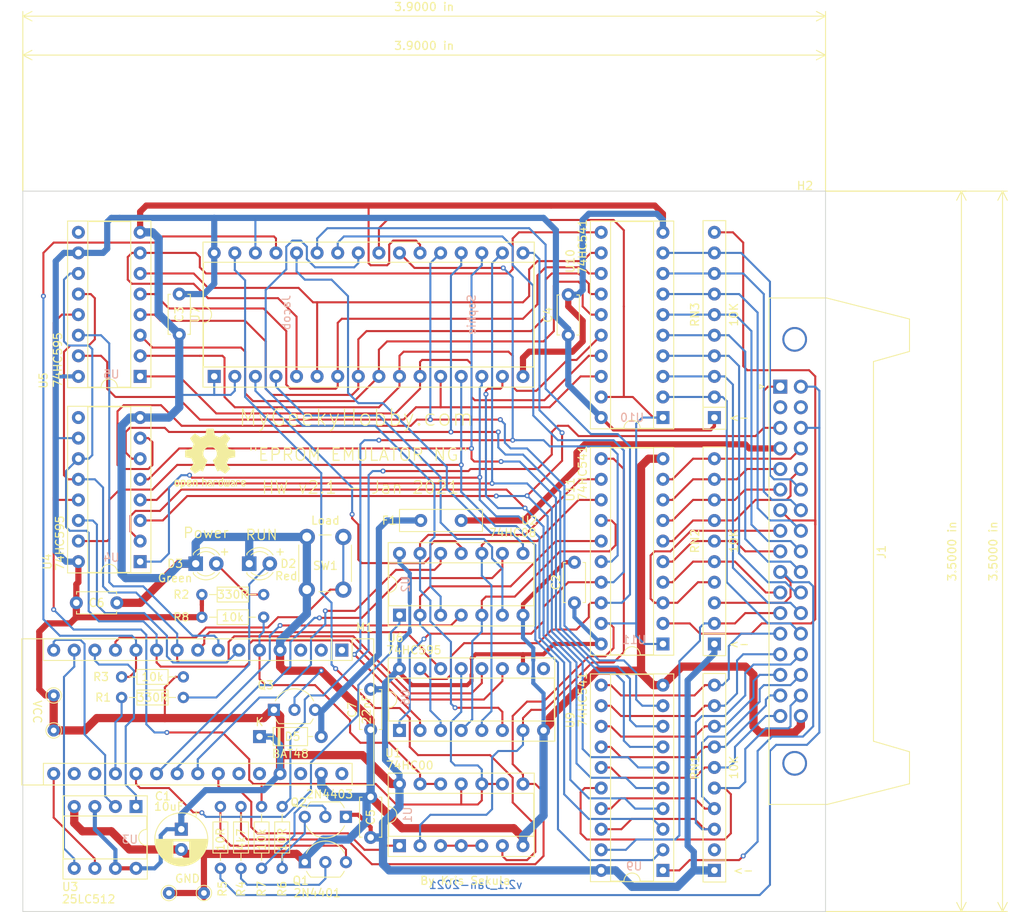
<source format=kicad_pcb>
(kicad_pcb (version 20171130) (host pcbnew "(5.1.5)-3")
  (layers (0 F.Cu signal) (31 B.Cu signal) (34 B.Paste user hide) (36 B.SilkS user) (37 F.SilkS user) (38 B.Mask user hide) (39 F.Mask user hide) (44 Edge.Cuts user))
  (net 0 "")
  (net 1 VCC)
  (net 2 GND)
  (net 3 "Net-(D2-Pad2)")
  (net 4 "Net-(D3-Pad2)")
  (net 5 /E_VCC)
  (net 6 /E_RESET)
  (net 7 /~E_RESET~)
  (net 8 /E_A15)
  (net 9 /E_A14)
  (net 10 /E_A12)
  (net 11 /E_A13)
  (net 12 /E_A7)
  (net 13 /E_A8)
  (net 14 /E_A6)
  (net 15 /E_A9)
  (net 16 /E_A5)
  (net 17 /E_A11)
  (net 18 /E_A4)
  (net 19 /E_~OE~)
  (net 20 /E_A3)
  (net 21 /E_A10)
  (net 22 /E_A2)
  (net 23 /E_~CS~)
  (net 24 /E_A1)
  (net 25 /E_D7)
  (net 26 /E_A0)
  (net 27 /E_D6)
  (net 28 /E_D0)
  (net 29 /E_D5)
  (net 30 /E_D1)
  (net 31 /E_D4)
  (net 32 /E_D2)
  (net 33 /E_D3)
  (net 34 /EN_RST)
  (net 35 /EN_A11)
  (net 36 /EN_A12)
  (net 37 /EN_A13)
  (net 38 /EN_A14)
  (net 39 /SCLK)
  (net 40 /EN_A15)
  (net 41 /~WE~)
  (net 42 "Net-(Q1-Pad2)")
  (net 43 "Net-(Q2-Pad2)")
  (net 44 /RESET)
  (net 45 /~RESET~)
  (net 46 /A15)
  (net 47 /GT_A13)
  (net 48 /A11)
  (net 49 /GT_A11)
  (net 50 /A13)
  (net 51 /GT_A14)
  (net 52 /A12)
  (net 53 /GT_A12)
  (net 54 /A14)
  (net 55 /D1)
  (net 56 /D2)
  (net 57 /D3)
  (net 58 /D4)
  (net 59 /D5)
  (net 60 /D6)
  (net 61 /D7)
  (net 62 /D0)
  (net 63 /A0)
  (net 64 /A7)
  (net 65 /A6)
  (net 66 /A5)
  (net 67 /A4)
  (net 68 /A3)
  (net 69 /A2)
  (net 70 /A1)
  (net 71 /A9)
  (net 72 /A10)
  (net 73 /A8)
  (net 74 "Net-(D5-Pad2)")
  (net 75 /MISO)
  (net 76 /SCK)
  (net 77 /MOSI)
  (net 78 /RUN_LED)
  (net 79 /LD_BTN)
  (net 80 /SS)
  (net 81 /DATA)
  (net 82 /ADLO)
  (net 83 /ADHI)
  (net 84 /DATA_LD)
  (net 85 "Net-(Q1-Pad3)")
  (net 86 "Net-(Q2-Pad3)")
  (net 87 /GT_A15)
  (net 88 "Net-(U1-Pad3)")
  (module Resistor_THT:R_Axial_DIN0204_L3.6mm_D1.6mm_P7.62mm_Horizontal (layer F.Cu) (at 133.985 100.584)
    (fp_text reference R8 (at -2.54 0) (layer F.SilkS))
    (fp_text value 10k (at 3.81 0) (layer F.SilkS))
    (pad 2 thru_hole oval (at 7.62 0) (size 1.4 1.4) (drill 0.7) (layers *.Cu *.Mask) (net 34 /EN_RST))
    (pad 1 thru_hole circle (at 0 0) (size 1.4 1.4) (drill 0.7) (layers *.Cu *.Mask) (net 1 VCC))
  )
  (module Package_DIP:DIP-32_W15.24mm_Socket (layer F.Cu) (at 135.509 70.866 90)
    (fp_text reference U7 (at 7.62 -2.33 90) (layer F.SilkS))
    (fp_text value AS6C1008-55PCN)
    (pad 32 thru_hole oval (at 15.24 0 90) (size 1.6 1.6) (drill 0.8) (layers *.Cu *.Mask) (net 1 VCC))
    (pad 16 thru_hole oval (at 0 38.1 90) (size 1.6 1.6) (drill 0.8) (layers *.Cu *.Mask) (net 2 GND))
    (pad 31 thru_hole oval (at 15.24 2.54 90) (size 1.6 1.6) (drill 0.8) (layers *.Cu *.Mask) (net 87 /GT_A15))
    (pad 15 thru_hole oval (at 0 35.56 90) (size 1.6 1.6) (drill 0.8) (layers *.Cu *.Mask) (net 56 /D2))
    (pad 30 thru_hole oval (at 15.24 5.08 90) (size 1.6 1.6) (drill 0.8) (layers *.Cu *.Mask) (net 1 VCC))
    (pad 14 thru_hole oval (at 0 33.02 90) (size 1.6 1.6) (drill 0.8) (layers *.Cu *.Mask) (net 55 /D1))
    (pad 29 thru_hole oval (at 15.24 7.62 90) (size 1.6 1.6) (drill 0.8) (layers *.Cu *.Mask) (net 41 /~WE~))
    (pad 13 thru_hole oval (at 0 30.48 90) (size 1.6 1.6) (drill 0.8) (layers *.Cu *.Mask) (net 62 /D0))
    (pad 28 thru_hole oval (at 15.24 10.16 90) (size 1.6 1.6) (drill 0.8) (layers *.Cu *.Mask) (net 47 /GT_A13))
    (pad 12 thru_hole oval (at 0 27.94 90) (size 1.6 1.6) (drill 0.8) (layers *.Cu *.Mask) (net 63 /A0))
    (pad 27 thru_hole oval (at 15.24 12.7 90) (size 1.6 1.6) (drill 0.8) (layers *.Cu *.Mask) (net 73 /A8))
    (pad 11 thru_hole oval (at 0 25.4 90) (size 1.6 1.6) (drill 0.8) (layers *.Cu *.Mask) (net 70 /A1))
    (pad 26 thru_hole oval (at 15.24 15.24 90) (size 1.6 1.6) (drill 0.8) (layers *.Cu *.Mask) (net 71 /A9))
    (pad 10 thru_hole oval (at 0 22.86 90) (size 1.6 1.6) (drill 0.8) (layers *.Cu *.Mask) (net 69 /A2))
    (pad 25 thru_hole oval (at 15.24 17.78 90) (size 1.6 1.6) (drill 0.8) (layers *.Cu *.Mask) (net 49 /GT_A11))
    (pad 9 thru_hole oval (at 0 20.32 90) (size 1.6 1.6) (drill 0.8) (layers *.Cu *.Mask) (net 68 /A3))
    (pad 24 thru_hole oval (at 15.24 20.32 90) (size 1.6 1.6) (drill 0.8) (layers *.Cu *.Mask) (net 44 /RESET))
    (pad 8 thru_hole oval (at 0 17.78 90) (size 1.6 1.6) (drill 0.8) (layers *.Cu *.Mask) (net 67 /A4))
    (pad 23 thru_hole oval (at 15.24 22.86 90) (size 1.6 1.6) (drill 0.8) (layers *.Cu *.Mask) (net 72 /A10))
    (pad 7 thru_hole oval (at 0 15.24 90) (size 1.6 1.6) (drill 0.8) (layers *.Cu *.Mask) (net 66 /A5))
    (pad 22 thru_hole oval (at 15.24 25.4 90) (size 1.6 1.6) (drill 0.8) (layers *.Cu *.Mask) (net 2 GND))
    (pad 6 thru_hole oval (at 0 12.7 90) (size 1.6 1.6) (drill 0.8) (layers *.Cu *.Mask) (net 65 /A6))
    (pad 21 thru_hole oval (at 15.24 27.94 90) (size 1.6 1.6) (drill 0.8) (layers *.Cu *.Mask) (net 61 /D7))
    (pad 5 thru_hole oval (at 0 10.16 90) (size 1.6 1.6) (drill 0.8) (layers *.Cu *.Mask) (net 64 /A7))
    (pad 20 thru_hole oval (at 15.24 30.48 90) (size 1.6 1.6) (drill 0.8) (layers *.Cu *.Mask) (net 60 /D6))
    (pad 4 thru_hole oval (at 0 7.62 90) (size 1.6 1.6) (drill 0.8) (layers *.Cu *.Mask) (net 53 /GT_A12))
    (pad 19 thru_hole oval (at 15.24 33.02 90) (size 1.6 1.6) (drill 0.8) (layers *.Cu *.Mask) (net 59 /D5))
    (pad 3 thru_hole oval (at 0 5.08 90) (size 1.6 1.6) (drill 0.8) (layers *.Cu *.Mask) (net 51 /GT_A14))
    (pad 18 thru_hole oval (at 15.24 35.56 90) (size 1.6 1.6) (drill 0.8) (layers *.Cu *.Mask) (net 58 /D4))
    (pad 2 thru_hole oval (at 0 2.54 90) (size 1.6 1.6) (drill 0.8) (layers *.Cu *.Mask) (net 2 GND))
    (pad 17 thru_hole oval (at 15.24 38.1 90) (size 1.6 1.6) (drill 0.8) (layers *.Cu *.Mask) (net 57 /D3))
    (pad 1 thru_hole rect (at 0 0 90) (size 1.6 1.6) (drill 0.8) (layers *.Cu *.Mask) (net 2 GND))
  )
  (module Package_DIP:DIP-14_W7.62mm_Socket (layer F.Cu) (at 158.369 100.33 90)
    (fp_text reference U2 (at 11.684 16.002 180) (layer F.SilkS))
    (fp_text value 74HC08 (at 10.16 13.97 180) (layer F.SilkS))
    (pad 14 thru_hole oval (at 7.62 0 90) (size 1.6 1.6) (drill 0.8) (layers *.Cu *.Mask) (net 1 VCC))
    (pad 7 thru_hole oval (at 0 15.24 90) (size 1.6 1.6) (drill 0.8) (layers *.Cu *.Mask) (net 2 GND))
    (pad 13 thru_hole oval (at 7.62 2.54 90) (size 1.6 1.6) (drill 0.8) (layers *.Cu *.Mask) (net 54 /A14))
    (pad 6 thru_hole oval (at 0 12.7 90) (size 1.6 1.6) (drill 0.8) (layers *.Cu *.Mask) (net 53 /GT_A12))
    (pad 12 thru_hole oval (at 7.62 5.08 90) (size 1.6 1.6) (drill 0.8) (layers *.Cu *.Mask) (net 38 /EN_A14))
    (pad 5 thru_hole oval (at 0 10.16 90) (size 1.6 1.6) (drill 0.8) (layers *.Cu *.Mask) (net 52 /A12))
    (pad 11 thru_hole oval (at 7.62 7.62 90) (size 1.6 1.6) (drill 0.8) (layers *.Cu *.Mask) (net 51 /GT_A14))
    (pad 4 thru_hole oval (at 0 7.62 90) (size 1.6 1.6) (drill 0.8) (layers *.Cu *.Mask) (net 36 /EN_A12))
    (pad 10 thru_hole oval (at 7.62 10.16 90) (size 1.6 1.6) (drill 0.8) (layers *.Cu *.Mask) (net 50 /A13))
    (pad 3 thru_hole oval (at 0 5.08 90) (size 1.6 1.6) (drill 0.8) (layers *.Cu *.Mask) (net 49 /GT_A11))
    (pad 9 thru_hole oval (at 7.62 12.7 90) (size 1.6 1.6) (drill 0.8) (layers *.Cu *.Mask) (net 37 /EN_A13))
    (pad 2 thru_hole oval (at 0 2.54 90) (size 1.6 1.6) (drill 0.8) (layers *.Cu *.Mask) (net 48 /A11))
    (pad 8 thru_hole oval (at 7.62 15.24 90) (size 1.6 1.6) (drill 0.8) (layers *.Cu *.Mask) (net 47 /GT_A13))
    (pad 1 thru_hole rect (at 0 0 90) (size 1.6 1.6) (drill 0.8) (layers *.Cu *.Mask) (net 35 /EN_A11))
  )
  (module Package_DIP:DIP-16_W7.62mm_Socket (layer F.Cu) (at 158.369 114.554 90)
    (fp_text reference U6 (at 11.43 -0.508 180) (layer F.SilkS))
    (fp_text value 74HC595 (at 9.906 1.778 180) (layer F.SilkS))
    (pad 16 thru_hole oval (at 7.62 0 90) (size 1.6 1.6) (drill 0.8) (layers *.Cu *.Mask) (net 1 VCC))
    (pad 8 thru_hole oval (at 0 17.78 90) (size 1.6 1.6) (drill 0.8) (layers *.Cu *.Mask) (net 2 GND))
    (pad 15 thru_hole oval (at 7.62 2.54 90) (size 1.6 1.6) (drill 0.8) (layers *.Cu *.Mask) (net 73 /A8))
    (pad 7 thru_hole oval (at 0 15.24 90) (size 1.6 1.6) (drill 0.8) (layers *.Cu *.Mask) (net 46 /A15))
    (pad 14 thru_hole oval (at 7.62 5.08 90) (size 1.6 1.6) (drill 0.8) (layers *.Cu *.Mask) (net 83 /ADHI))
    (pad 6 thru_hole oval (at 0 12.7 90) (size 1.6 1.6) (drill 0.8) (layers *.Cu *.Mask) (net 54 /A14))
    (pad 13 thru_hole oval (at 7.62 7.62 90) (size 1.6 1.6) (drill 0.8) (layers *.Cu *.Mask) (net 45 /~RESET~))
    (pad 5 thru_hole oval (at 0 10.16 90) (size 1.6 1.6) (drill 0.8) (layers *.Cu *.Mask) (net 50 /A13))
    (pad 12 thru_hole oval (at 7.62 10.16 90) (size 1.6 1.6) (drill 0.8) (layers *.Cu *.Mask) (net 84 /DATA_LD))
    (pad 4 thru_hole oval (at 0 7.62 90) (size 1.6 1.6) (drill 0.8) (layers *.Cu *.Mask) (net 52 /A12))
    (pad 11 thru_hole oval (at 7.62 12.7 90) (size 1.6 1.6) (drill 0.8) (layers *.Cu *.Mask) (net 39 /SCLK))
    (pad 3 thru_hole oval (at 0 5.08 90) (size 1.6 1.6) (drill 0.8) (layers *.Cu *.Mask) (net 48 /A11))
    (pad 10 thru_hole oval (at 7.62 15.24 90) (size 1.6 1.6) (drill 0.8) (layers *.Cu *.Mask) (net 1 VCC))
    (pad 2 thru_hole oval (at 0 2.54 90) (size 1.6 1.6) (drill 0.8) (layers *.Cu *.Mask) (net 72 /A10))
    (pad 9 thru_hole oval (at 7.62 17.78 90) (size 1.6 1.6) (drill 0.8) (layers *.Cu *.Mask))
    (pad 1 thru_hole rect (at 0 0 90) (size 1.6 1.6) (drill 0.8) (layers *.Cu *.Mask) (net 71 /A9))
  )
  (module Resistor_THT:R_Array_SIP10 (layer F.Cu) (at 197.231 75.946 90)
    (fp_text reference RN3 (at 12.7 -2.4 90) (layer F.SilkS))
    (fp_text value 10K (at 12.7 2.4 90) (layer F.SilkS))
    (pad 10 thru_hole oval (at 22.86 0 90) (size 1.6 1.6) (drill 0.8) (layers *.Cu *.Mask) (net 13 /E_A8))
    (pad 9 thru_hole oval (at 20.32 0 90) (size 1.6 1.6) (drill 0.8) (layers *.Cu *.Mask) (net 12 /E_A7))
    (pad 8 thru_hole oval (at 17.78 0 90) (size 1.6 1.6) (drill 0.8) (layers *.Cu *.Mask) (net 14 /E_A6))
    (pad 7 thru_hole oval (at 15.24 0 90) (size 1.6 1.6) (drill 0.8) (layers *.Cu *.Mask) (net 16 /E_A5))
    (pad 6 thru_hole oval (at 12.7 0 90) (size 1.6 1.6) (drill 0.8) (layers *.Cu *.Mask) (net 18 /E_A4))
    (pad 5 thru_hole oval (at 10.16 0 90) (size 1.6 1.6) (drill 0.8) (layers *.Cu *.Mask) (net 20 /E_A3))
    (pad 4 thru_hole oval (at 7.62 0 90) (size 1.6 1.6) (drill 0.8) (layers *.Cu *.Mask) (net 22 /E_A2))
    (pad 3 thru_hole oval (at 5.08 0 90) (size 1.6 1.6) (drill 0.8) (layers *.Cu *.Mask) (net 24 /E_A1))
    (pad 2 thru_hole oval (at 2.54 0 90) (size 1.6 1.6) (drill 0.8) (layers *.Cu *.Mask) (net 26 /E_A0))
    (pad 1 thru_hole rect (at 0 0 90) (size 1.6 1.6) (drill 0.8) (layers *.Cu *.Mask) (net 1 VCC))
  )
  (module Package_TO_SOT_THT:TO-92L_Inline_Wide (layer F.Cu) (at 142.875 112.014)
    (fp_text reference Q3 (at -1.016 -3.048) (layer F.SilkS))
    (fp_text value PMOS)
    (pad 1 thru_hole rect (at 0 0 90) (size 1.5 1.5) (drill 0.8) (layers *.Cu *.Mask) (net 1 VCC))
    (pad 3 thru_hole circle (at 5.08 0 90) (size 1.5 1.5) (drill 0.8) (layers *.Cu *.Mask) (net 74 "Net-(D5-Pad2)"))
    (pad 2 thru_hole circle (at 2.54 0 90) (size 1.5 1.5) (drill 0.8) (layers *.Cu *.Mask) (net 2 GND))
  )
  (module Connector_IDC:IDC-Header_2x17_P2.54mm_Horizontal_Lock (layer F.Cu) (at 205.359 72.136)
    (fp_text reference J1 (at 12.5 20.4 270) (layer F.SilkS))
    (fp_text value IDC34)
    (pad "" thru_hole circle (at 1.78 -5.84 270) (size 3.05 3.05) (drill 2.54) (layers *.Cu *.Mask))
    (pad "" thru_hole circle (at 1.78 46.48 270) (size 3.05 3.05) (drill 2.54) (layers *.Cu *.Mask))
    (pad 1 thru_hole rect (at 0 0 270) (size 1.7272 1.7272) (drill 1.016) (layers *.Cu *.Mask) (net 6 /E_RESET))
    (pad 2 thru_hole circle (at 2.54 0 270) (size 1.7272 1.7272) (drill 1.016) (layers *.Cu *.Mask) (net 7 /~E_RESET~))
    (pad 3 thru_hole circle (at 0 2.54 270) (size 1.7272 1.7272) (drill 1.016) (layers *.Cu *.Mask))
    (pad 4 thru_hole circle (at 2.54 2.54 270) (size 1.7272 1.7272) (drill 1.016) (layers *.Cu *.Mask))
    (pad 5 thru_hole circle (at 0 5.08 270) (size 1.7272 1.7272) (drill 1.016) (layers *.Cu *.Mask) (net 6 /E_RESET))
    (pad 6 thru_hole circle (at 2.54 5.08 270) (size 1.7272 1.7272) (drill 1.016) (layers *.Cu *.Mask) (net 7 /~E_RESET~))
    (pad 7 thru_hole circle (at 0 7.62 270) (size 1.7272 1.7272) (drill 1.016) (layers *.Cu *.Mask) (net 5 /E_VCC))
    (pad 8 thru_hole circle (at 2.54 7.62 270) (size 1.7272 1.7272) (drill 1.016) (layers *.Cu *.Mask) (net 8 /E_A15))
    (pad 9 thru_hole circle (at 0 10.16 270) (size 1.7272 1.7272) (drill 1.016) (layers *.Cu *.Mask) (net 9 /E_A14))
    (pad 10 thru_hole circle (at 2.54 10.16 270) (size 1.7272 1.7272) (drill 1.016) (layers *.Cu *.Mask) (net 10 /E_A12))
    (pad 11 thru_hole circle (at 0 12.7 270) (size 1.7272 1.7272) (drill 1.016) (layers *.Cu *.Mask) (net 11 /E_A13))
    (pad 12 thru_hole circle (at 2.54 12.7 270) (size 1.7272 1.7272) (drill 1.016) (layers *.Cu *.Mask) (net 12 /E_A7))
    (pad 13 thru_hole circle (at 0 15.24 270) (size 1.7272 1.7272) (drill 1.016) (layers *.Cu *.Mask) (net 13 /E_A8))
    (pad 14 thru_hole circle (at 2.54 15.24 270) (size 1.7272 1.7272) (drill 1.016) (layers *.Cu *.Mask) (net 14 /E_A6))
    (pad 15 thru_hole circle (at 0 17.78 270) (size 1.7272 1.7272) (drill 1.016) (layers *.Cu *.Mask) (net 15 /E_A9))
    (pad 16 thru_hole circle (at 2.54 17.78 270) (size 1.7272 1.7272) (drill 1.016) (layers *.Cu *.Mask) (net 16 /E_A5))
    (pad 17 thru_hole circle (at 0 20.32 270) (size 1.7272 1.7272) (drill 1.016) (layers *.Cu *.Mask) (net 17 /E_A11))
    (pad 18 thru_hole circle (at 2.54 20.32 270) (size 1.7272 1.7272) (drill 1.016) (layers *.Cu *.Mask) (net 18 /E_A4))
    (pad 19 thru_hole circle (at 0 22.86 270) (size 1.7272 1.7272) (drill 1.016) (layers *.Cu *.Mask) (net 19 /E_~OE~))
    (pad 20 thru_hole circle (at 2.54 22.86 270) (size 1.7272 1.7272) (drill 1.016) (layers *.Cu *.Mask) (net 20 /E_A3))
    (pad 21 thru_hole circle (at 0 25.4 270) (size 1.7272 1.7272) (drill 1.016) (layers *.Cu *.Mask) (net 21 /E_A10))
    (pad 22 thru_hole circle (at 2.54 25.4 270) (size 1.7272 1.7272) (drill 1.016) (layers *.Cu *.Mask) (net 22 /E_A2))
    (pad 23 thru_hole circle (at 0 27.94 270) (size 1.7272 1.7272) (drill 1.016) (layers *.Cu *.Mask) (net 23 /E_~CS~))
    (pad 24 thru_hole circle (at 2.54 27.94 270) (size 1.7272 1.7272) (drill 1.016) (layers *.Cu *.Mask) (net 24 /E_A1))
    (pad 25 thru_hole circle (at 0 30.48 270) (size 1.7272 1.7272) (drill 1.016) (layers *.Cu *.Mask) (net 25 /E_D7))
    (pad 26 thru_hole circle (at 2.54 30.48 270) (size 1.7272 1.7272) (drill 1.016) (layers *.Cu *.Mask) (net 26 /E_A0))
    (pad 27 thru_hole circle (at 0 33.02 270) (size 1.7272 1.7272) (drill 1.016) (layers *.Cu *.Mask) (net 27 /E_D6))
    (pad 28 thru_hole circle (at 2.54 33.02 270) (size 1.7272 1.7272) (drill 1.016) (layers *.Cu *.Mask) (net 28 /E_D0))
    (pad 29 thru_hole circle (at 0 35.56 270) (size 1.7272 1.7272) (drill 1.016) (layers *.Cu *.Mask) (net 29 /E_D5))
    (pad 30 thru_hole circle (at 2.54 35.56 270) (size 1.7272 1.7272) (drill 1.016) (layers *.Cu *.Mask) (net 30 /E_D1))
    (pad 31 thru_hole circle (at 0 38.1 270) (size 1.7272 1.7272) (drill 1.016) (layers *.Cu *.Mask) (net 31 /E_D4))
    (pad 32 thru_hole circle (at 2.54 38.1 270) (size 1.7272 1.7272) (drill 1.016) (layers *.Cu *.Mask) (net 32 /E_D2))
    (pad 33 thru_hole circle (at 0 40.64 270) (size 1.7272 1.7272) (drill 1.016) (layers *.Cu *.Mask) (net 33 /E_D3))
    (pad 34 thru_hole circle (at 2.54 40.64 270) (size 1.7272 1.7272) (drill 1.016) (layers *.Cu *.Mask) (net 2 GND))
  )
  (module Symbol:OSHW-Logo2_9.8x8mm_SilkScreen (layer F.Cu) (at 135.001 81.026)
    (fp_text reference H5 hide)
    (fp_text value MountingHole hide)
  )
  (module TestPoint:TestPoint_THTPad_D1.5mm_Drill0.7mm (layer F.Cu) (at 129.921 134.62)
    (fp_text reference TP3 hide)
    (fp_text value GND)
    (pad 1 thru_hole circle (at 0 0) (size 1.5 1.5) (drill 0.7) (layers *.Cu *.Mask) (net 2 GND))
  )
  (module TestPoint:TestPoint_THTPad_D1.5mm_Drill0.7mm (layer F.Cu) (at 134.239 134.62)
    (fp_text reference TP2 hide)
    (fp_text value GND)
    (pad 1 thru_hole circle (at 0 0) (size 1.5 1.5) (drill 0.7) (layers *.Cu *.Mask) (net 2 GND))
  )
  (module TestPoint:TestPoint_THTPad_D1.5mm_Drill0.7mm (layer F.Cu) (at 115.697 110.236)
    (fp_text reference TP1 hide)
    (fp_text value VCC)
    (pad 1 thru_hole circle (at 0 0) (size 1.5 1.5) (drill 0.7) (layers *.Cu *.Mask) (net 1 VCC))
  )
  (module Package_TO_SOT_THT:TO-92_Inline_Wide (layer F.Cu) (at 151.765 125.222 180)
    (fp_text reference Q2 (at 5.842 1.778) (layer F.SilkS))
    (fp_text value 2N4403 (at 2.032 2.794) (layer F.SilkS))
    (pad 1 thru_hole rect (at 0 0 270) (size 1.5 1.5) (drill 0.8) (layers *.Cu *.Mask) (net 1 VCC))
    (pad 3 thru_hole circle (at 5.08 0 270) (size 1.5 1.5) (drill 0.8) (layers *.Cu *.Mask) (net 86 "Net-(Q2-Pad3)"))
    (pad 2 thru_hole circle (at 2.54 0 270) (size 1.5 1.5) (drill 0.8) (layers *.Cu *.Mask) (net 43 "Net-(Q2-Pad2)"))
  )
  (module Package_TO_SOT_THT:TO-92_Inline_Wide (layer F.Cu) (at 146.685 130.81)
    (fp_text reference Q1 (at -0.508 2.286) (layer F.SilkS))
    (fp_text value 2N4401 (at 1.524 3.81) (layer F.SilkS))
    (pad 1 thru_hole rect (at 0 0 90) (size 1.5 1.5) (drill 0.8) (layers *.Cu *.Mask) (net 2 GND))
    (pad 3 thru_hole circle (at 5.08 0 90) (size 1.5 1.5) (drill 0.8) (layers *.Cu *.Mask) (net 85 "Net-(Q1-Pad3)"))
    (pad 2 thru_hole circle (at 2.54 0 90) (size 1.5 1.5) (drill 0.8) (layers *.Cu *.Mask) (net 42 "Net-(Q1-Pad2)"))
  )
  (module Capacitor_THT:C_Disc_D4.7mm_W2.5mm_P5.00mm (layer F.Cu) (at 179.959 98.806 90)
    (fp_text reference C2 (at 2.54 -2.286 90) (layer F.SilkS))
    (fp_text value 100nF)
    (pad 2 thru_hole circle (at 5 0 90) (size 1.6 1.6) (drill 0.8) (layers *.Cu *.Mask) (net 2 GND))
    (pad 1 thru_hole circle (at 0 0 90) (size 1.6 1.6) (drill 0.8) (layers *.Cu *.Mask) (net 1 VCC))
  )
  (module Resistor_THT:R_Array_SIP10 (layer F.Cu) (at 197.231 103.886 90)
    (fp_text reference RN2 (at 12.7 -2.4 90) (layer F.SilkS))
    (fp_text value 10K (at 12.7 2.4 90) (layer F.SilkS))
    (pad 10 thru_hole oval (at 22.86 0 90) (size 1.6 1.6) (drill 0.8) (layers *.Cu *.Mask) (net 8 /E_A15))
    (pad 9 thru_hole oval (at 20.32 0 90) (size 1.6 1.6) (drill 0.8) (layers *.Cu *.Mask) (net 9 /E_A14))
    (pad 8 thru_hole oval (at 17.78 0 90) (size 1.6 1.6) (drill 0.8) (layers *.Cu *.Mask) (net 11 /E_A13))
    (pad 7 thru_hole oval (at 15.24 0 90) (size 1.6 1.6) (drill 0.8) (layers *.Cu *.Mask) (net 10 /E_A12))
    (pad 6 thru_hole oval (at 12.7 0 90) (size 1.6 1.6) (drill 0.8) (layers *.Cu *.Mask) (net 17 /E_A11))
    (pad 5 thru_hole oval (at 10.16 0 90) (size 1.6 1.6) (drill 0.8) (layers *.Cu *.Mask) (net 21 /E_A10))
    (pad 4 thru_hole oval (at 7.62 0 90) (size 1.6 1.6) (drill 0.8) (layers *.Cu *.Mask) (net 15 /E_A9))
    (pad 3 thru_hole oval (at 5.08 0 90) (size 1.6 1.6) (drill 0.8) (layers *.Cu *.Mask) (net 19 /E_~OE~))
    (pad 2 thru_hole oval (at 2.54 0 90) (size 1.6 1.6) (drill 0.8) (layers *.Cu *.Mask) (net 23 /E_~CS~))
    (pad 1 thru_hole rect (at 0 0 90) (size 1.6 1.6) (drill 0.8) (layers *.Cu *.Mask) (net 1 VCC))
  )
  (module Resistor_THT:R_Array_SIP10 (layer F.Cu) (at 197.231 131.826 90)
    (fp_text reference RN1 (at 12.7 -2.4 90) (layer F.SilkS))
    (fp_text value 10K (at 12.7 2.4 90) (layer F.SilkS))
    (pad 10 thru_hole oval (at 22.86 0 90) (size 1.6 1.6) (drill 0.8) (layers *.Cu *.Mask) (net 25 /E_D7))
    (pad 9 thru_hole oval (at 20.32 0 90) (size 1.6 1.6) (drill 0.8) (layers *.Cu *.Mask) (net 27 /E_D6))
    (pad 8 thru_hole oval (at 17.78 0 90) (size 1.6 1.6) (drill 0.8) (layers *.Cu *.Mask) (net 29 /E_D5))
    (pad 7 thru_hole oval (at 15.24 0 90) (size 1.6 1.6) (drill 0.8) (layers *.Cu *.Mask) (net 31 /E_D4))
    (pad 6 thru_hole oval (at 12.7 0 90) (size 1.6 1.6) (drill 0.8) (layers *.Cu *.Mask) (net 33 /E_D3))
    (pad 5 thru_hole oval (at 10.16 0 90) (size 1.6 1.6) (drill 0.8) (layers *.Cu *.Mask) (net 32 /E_D2))
    (pad 4 thru_hole oval (at 7.62 0 90) (size 1.6 1.6) (drill 0.8) (layers *.Cu *.Mask) (net 30 /E_D1))
    (pad 3 thru_hole oval (at 5.08 0 90) (size 1.6 1.6) (drill 0.8) (layers *.Cu *.Mask) (net 28 /E_D0))
    (pad 2 thru_hole oval (at 2.54 0 90) (size 1.6 1.6) (drill 0.8) (layers *.Cu *.Mask))
    (pad 1 thru_hole rect (at 0 0 90) (size 1.6 1.6) (drill 0.8) (layers *.Cu *.Mask) (net 1 VCC))
  )
  (module Package_DIP:DIP-16_W7.62mm_Socket (layer F.Cu) (at 126.365 93.726 180)
    (fp_text reference U4 (at 11.43 0 90) (layer F.SilkS))
    (fp_text value 74HC595 (at 9.906 2.286 90) (layer F.SilkS))
    (pad 16 thru_hole oval (at 7.62 0 180) (size 1.6 1.6) (drill 0.8) (layers *.Cu *.Mask) (net 1 VCC))
    (pad 8 thru_hole oval (at 0 17.78 180) (size 1.6 1.6) (drill 0.8) (layers *.Cu *.Mask) (net 2 GND))
    (pad 15 thru_hole oval (at 7.62 2.54 180) (size 1.6 1.6) (drill 0.8) (layers *.Cu *.Mask) (net 62 /D0))
    (pad 7 thru_hole oval (at 0 15.24 180) (size 1.6 1.6) (drill 0.8) (layers *.Cu *.Mask) (net 61 /D7))
    (pad 14 thru_hole oval (at 7.62 5.08 180) (size 1.6 1.6) (drill 0.8) (layers *.Cu *.Mask) (net 81 /DATA))
    (pad 6 thru_hole oval (at 0 12.7 180) (size 1.6 1.6) (drill 0.8) (layers *.Cu *.Mask) (net 60 /D6))
    (pad 13 thru_hole oval (at 7.62 7.62 180) (size 1.6 1.6) (drill 0.8) (layers *.Cu *.Mask) (net 45 /~RESET~))
    (pad 5 thru_hole oval (at 0 10.16 180) (size 1.6 1.6) (drill 0.8) (layers *.Cu *.Mask) (net 59 /D5))
    (pad 12 thru_hole oval (at 7.62 10.16 180) (size 1.6 1.6) (drill 0.8) (layers *.Cu *.Mask) (net 84 /DATA_LD))
    (pad 4 thru_hole oval (at 0 7.62 180) (size 1.6 1.6) (drill 0.8) (layers *.Cu *.Mask) (net 58 /D4))
    (pad 11 thru_hole oval (at 7.62 12.7 180) (size 1.6 1.6) (drill 0.8) (layers *.Cu *.Mask) (net 39 /SCLK))
    (pad 3 thru_hole oval (at 0 5.08 180) (size 1.6 1.6) (drill 0.8) (layers *.Cu *.Mask) (net 57 /D3))
    (pad 10 thru_hole oval (at 7.62 15.24 180) (size 1.6 1.6) (drill 0.8) (layers *.Cu *.Mask) (net 1 VCC))
    (pad 2 thru_hole oval (at 0 2.54 180) (size 1.6 1.6) (drill 0.8) (layers *.Cu *.Mask) (net 56 /D2))
    (pad 9 thru_hole oval (at 7.62 17.78 180) (size 1.6 1.6) (drill 0.8) (layers *.Cu *.Mask))
    (pad 1 thru_hole rect (at 0 0 180) (size 1.6 1.6) (drill 0.8) (layers *.Cu *.Mask) (net 55 /D1))
  )
  (module Resistor_THT:R_Axial_DIN0204_L3.6mm_D1.6mm_P7.62mm_Horizontal (layer F.Cu) (at 136.271 131.572 90)
    (fp_text reference R5 (at -2.54 0.254 90) (layer F.SilkS))
    (fp_text value 10R (at 3.556 0 90) (layer F.SilkS))
    (pad 2 thru_hole oval (at 7.62 0 90) (size 1.4 1.4) (drill 0.7) (layers *.Cu *.Mask) (net 85 "Net-(Q1-Pad3)"))
    (pad 1 thru_hole circle (at 0 0 90) (size 1.4 1.4) (drill 0.7) (layers *.Cu *.Mask) (net 7 /~E_RESET~))
  )
  (module Module:Arduino_Nano (layer F.Cu) (at 151.257 104.648 270)
    (fp_text reference M1 (at -2.794 -2.794 180) (layer F.SilkS))
    (fp_text value "Arduino Nano v3.0")
    (pad 1 thru_hole rect (at 0 0 270) (size 1.6 1.6) (drill 0.8) (layers *.Cu *.Mask))
    (pad 17 thru_hole oval (at 15.24 33.02 270) (size 1.6 1.6) (drill 0.8) (layers *.Cu *.Mask))
    (pad 2 thru_hole oval (at 0 2.54 270) (size 1.6 1.6) (drill 0.8) (layers *.Cu *.Mask))
    (pad 18 thru_hole oval (at 15.24 30.48 270) (size 1.6 1.6) (drill 0.8) (layers *.Cu *.Mask))
    (pad 3 thru_hole oval (at 0 5.08 270) (size 1.6 1.6) (drill 0.8) (layers *.Cu *.Mask))
    (pad 19 thru_hole oval (at 15.24 27.94 270) (size 1.6 1.6) (drill 0.8) (layers *.Cu *.Mask) (net 78 /RUN_LED))
    (pad 4 thru_hole oval (at 0 7.62 270) (size 1.6 1.6) (drill 0.8) (layers *.Cu *.Mask) (net 2 GND))
    (pad 20 thru_hole oval (at 15.24 25.4 270) (size 1.6 1.6) (drill 0.8) (layers *.Cu *.Mask) (net 35 /EN_A11))
    (pad 5 thru_hole oval (at 0 10.16 270) (size 1.6 1.6) (drill 0.8) (layers *.Cu *.Mask) (net 34 /EN_RST))
    (pad 21 thru_hole oval (at 15.24 22.86 270) (size 1.6 1.6) (drill 0.8) (layers *.Cu *.Mask) (net 36 /EN_A12))
    (pad 6 thru_hole oval (at 0 12.7 270) (size 1.6 1.6) (drill 0.8) (layers *.Cu *.Mask) (net 81 /DATA))
    (pad 22 thru_hole oval (at 15.24 20.32 270) (size 1.6 1.6) (drill 0.8) (layers *.Cu *.Mask) (net 37 /EN_A13))
    (pad 7 thru_hole oval (at 0 15.24 270) (size 1.6 1.6) (drill 0.8) (layers *.Cu *.Mask) (net 82 /ADLO))
    (pad 23 thru_hole oval (at 15.24 17.78 270) (size 1.6 1.6) (drill 0.8) (layers *.Cu *.Mask) (net 38 /EN_A14))
    (pad 8 thru_hole oval (at 0 17.78 270) (size 1.6 1.6) (drill 0.8) (layers *.Cu *.Mask) (net 83 /ADHI))
    (pad 24 thru_hole oval (at 15.24 15.24 270) (size 1.6 1.6) (drill 0.8) (layers *.Cu *.Mask) (net 40 /EN_A15))
    (pad 9 thru_hole oval (at 0 20.32 270) (size 1.6 1.6) (drill 0.8) (layers *.Cu *.Mask) (net 84 /DATA_LD))
    (pad 25 thru_hole oval (at 15.24 12.7 270) (size 1.6 1.6) (drill 0.8) (layers *.Cu *.Mask))
    (pad 10 thru_hole oval (at 0 22.86 270) (size 1.6 1.6) (drill 0.8) (layers *.Cu *.Mask) (net 39 /SCLK))
    (pad 26 thru_hole oval (at 15.24 10.16 270) (size 1.6 1.6) (drill 0.8) (layers *.Cu *.Mask))
    (pad 11 thru_hole oval (at 0 25.4 270) (size 1.6 1.6) (drill 0.8) (layers *.Cu *.Mask) (net 41 /~WE~))
    (pad 27 thru_hole oval (at 15.24 7.62 270) (size 1.6 1.6) (drill 0.8) (layers *.Cu *.Mask) (net 1 VCC))
    (pad 12 thru_hole oval (at 0 27.94 270) (size 1.6 1.6) (drill 0.8) (layers *.Cu *.Mask) (net 79 /LD_BTN))
    (pad 28 thru_hole oval (at 15.24 5.08 270) (size 1.6 1.6) (drill 0.8) (layers *.Cu *.Mask))
    (pad 13 thru_hole oval (at 0 30.48 270) (size 1.6 1.6) (drill 0.8) (layers *.Cu *.Mask) (net 80 /SS))
    (pad 29 thru_hole oval (at 15.24 2.54 270) (size 1.6 1.6) (drill 0.8) (layers *.Cu *.Mask) (net 2 GND))
    (pad 14 thru_hole oval (at 0 33.02 270) (size 1.6 1.6) (drill 0.8) (layers *.Cu *.Mask) (net 77 /MOSI))
    (pad 30 thru_hole oval (at 15.24 0 270) (size 1.6 1.6) (drill 0.8) (layers *.Cu *.Mask))
    (pad 15 thru_hole oval (at 0 35.56 270) (size 1.6 1.6) (drill 0.8) (layers *.Cu *.Mask) (net 75 /MISO))
    (pad 16 thru_hole oval (at 15.24 35.56 270) (size 1.6 1.6) (drill 0.8) (layers *.Cu *.Mask) (net 76 /SCK))
  )
  (module MountingHole:MountingHole_2.2mm_M2 (layer F.Cu) (at 114.427 134.366)
    (fp_text reference H4 hide)
    (fp_text value MountingHole)
    (pad 1 np_thru_hole circle (at 0 0) (size 2.2 2.2) (drill 2.2) (layers *.Cu *.Mask))
  )
  (module MountingHole:MountingHole_2.2mm_M2 (layer F.Cu) (at 114.427 50.546)
    (fp_text reference H3 hide)
    (fp_text value MountingHole)
    (pad 1 np_thru_hole circle (at 0 0) (size 2.2 2.2) (drill 2.2) (layers *.Cu *.Mask))
  )
  (module MountingHole:MountingHole_2.2mm_M2 (layer F.Cu) (at 208.407 50.546)
    (fp_text reference H2 (at 0 -3.2) (layer F.SilkS))
    (fp_text value MountingHole)
    (pad 1 np_thru_hole circle (at 0 0) (size 2.2 2.2) (drill 2.2) (layers *.Cu *.Mask))
  )
  (module MountingHole:MountingHole_2.2mm_M2 (layer F.Cu) (at 208.407 134.366)
    (fp_text reference H1 hide)
    (fp_text value MountingHole)
    (pad 1 np_thru_hole circle (at 0 0) (size 2.2 2.2) (drill 2.2) (layers *.Cu *.Mask))
  )
  (module Package_DIP:DIP-20_W7.62mm_Socket (layer F.Cu) (at 190.881 131.826 180)
    (fp_text reference U9 (at 11.43 18.542 90) (layer F.SilkS))
    (fp_text value 74HC541 (at 9.906 21.082 90) (layer F.SilkS))
    (pad 20 thru_hole oval (at 7.62 0 180) (size 1.6 1.6) (drill 0.8) (layers *.Cu *.Mask) (net 1 VCC))
    (pad 10 thru_hole oval (at 0 22.86 180) (size 1.6 1.6) (drill 0.8) (layers *.Cu *.Mask) (net 2 GND))
    (pad 19 thru_hole oval (at 7.62 2.54 180) (size 1.6 1.6) (drill 0.8) (layers *.Cu *.Mask) (net 23 /E_~CS~))
    (pad 9 thru_hole oval (at 0 20.32 180) (size 1.6 1.6) (drill 0.8) (layers *.Cu *.Mask) (net 61 /D7))
    (pad 18 thru_hole oval (at 7.62 5.08 180) (size 1.6 1.6) (drill 0.8) (layers *.Cu *.Mask) (net 28 /E_D0))
    (pad 8 thru_hole oval (at 0 17.78 180) (size 1.6 1.6) (drill 0.8) (layers *.Cu *.Mask) (net 60 /D6))
    (pad 17 thru_hole oval (at 7.62 7.62 180) (size 1.6 1.6) (drill 0.8) (layers *.Cu *.Mask) (net 30 /E_D1))
    (pad 7 thru_hole oval (at 0 15.24 180) (size 1.6 1.6) (drill 0.8) (layers *.Cu *.Mask) (net 59 /D5))
    (pad 16 thru_hole oval (at 7.62 10.16 180) (size 1.6 1.6) (drill 0.8) (layers *.Cu *.Mask) (net 32 /E_D2))
    (pad 6 thru_hole oval (at 0 12.7 180) (size 1.6 1.6) (drill 0.8) (layers *.Cu *.Mask) (net 58 /D4))
    (pad 15 thru_hole oval (at 7.62 12.7 180) (size 1.6 1.6) (drill 0.8) (layers *.Cu *.Mask) (net 33 /E_D3))
    (pad 5 thru_hole oval (at 0 10.16 180) (size 1.6 1.6) (drill 0.8) (layers *.Cu *.Mask) (net 57 /D3))
    (pad 14 thru_hole oval (at 7.62 15.24 180) (size 1.6 1.6) (drill 0.8) (layers *.Cu *.Mask) (net 31 /E_D4))
    (pad 4 thru_hole oval (at 0 7.62 180) (size 1.6 1.6) (drill 0.8) (layers *.Cu *.Mask) (net 56 /D2))
    (pad 13 thru_hole oval (at 7.62 17.78 180) (size 1.6 1.6) (drill 0.8) (layers *.Cu *.Mask) (net 29 /E_D5))
    (pad 3 thru_hole oval (at 0 5.08 180) (size 1.6 1.6) (drill 0.8) (layers *.Cu *.Mask) (net 55 /D1))
    (pad 12 thru_hole oval (at 7.62 20.32 180) (size 1.6 1.6) (drill 0.8) (layers *.Cu *.Mask) (net 27 /E_D6))
    (pad 2 thru_hole oval (at 0 2.54 180) (size 1.6 1.6) (drill 0.8) (layers *.Cu *.Mask) (net 62 /D0))
    (pad 11 thru_hole oval (at 7.62 22.86 180) (size 1.6 1.6) (drill 0.8) (layers *.Cu *.Mask) (net 25 /E_D7))
    (pad 1 thru_hole rect (at 0 0 180) (size 1.6 1.6) (drill 0.8) (layers *.Cu *.Mask) (net 19 /E_~OE~))
  )
  (module Package_DIP:DIP-20_W7.62mm_Socket (layer F.Cu) (at 190.881 103.886 180)
    (fp_text reference U11 (at 11.43 19.05 90) (layer F.SilkS))
    (fp_text value 74HC541 (at 9.906 21.082 90) (layer F.SilkS))
    (pad 20 thru_hole oval (at 7.62 0 180) (size 1.6 1.6) (drill 0.8) (layers *.Cu *.Mask) (net 1 VCC))
    (pad 10 thru_hole oval (at 0 22.86 180) (size 1.6 1.6) (drill 0.8) (layers *.Cu *.Mask) (net 2 GND))
    (pad 19 thru_hole oval (at 7.62 2.54 180) (size 1.6 1.6) (drill 0.8) (layers *.Cu *.Mask) (net 44 /RESET))
    (pad 9 thru_hole oval (at 0 20.32 180) (size 1.6 1.6) (drill 0.8) (layers *.Cu *.Mask) (net 8 /E_A15))
    (pad 18 thru_hole oval (at 7.62 5.08 180) (size 1.6 1.6) (drill 0.8) (layers *.Cu *.Mask) (net 73 /A8))
    (pad 8 thru_hole oval (at 0 17.78 180) (size 1.6 1.6) (drill 0.8) (layers *.Cu *.Mask) (net 9 /E_A14))
    (pad 17 thru_hole oval (at 7.62 7.62 180) (size 1.6 1.6) (drill 0.8) (layers *.Cu *.Mask) (net 71 /A9))
    (pad 7 thru_hole oval (at 0 15.24 180) (size 1.6 1.6) (drill 0.8) (layers *.Cu *.Mask) (net 11 /E_A13))
    (pad 16 thru_hole oval (at 7.62 10.16 180) (size 1.6 1.6) (drill 0.8) (layers *.Cu *.Mask) (net 72 /A10))
    (pad 6 thru_hole oval (at 0 12.7 180) (size 1.6 1.6) (drill 0.8) (layers *.Cu *.Mask) (net 10 /E_A12))
    (pad 15 thru_hole oval (at 7.62 12.7 180) (size 1.6 1.6) (drill 0.8) (layers *.Cu *.Mask) (net 48 /A11))
    (pad 5 thru_hole oval (at 0 10.16 180) (size 1.6 1.6) (drill 0.8) (layers *.Cu *.Mask) (net 17 /E_A11))
    (pad 14 thru_hole oval (at 7.62 15.24 180) (size 1.6 1.6) (drill 0.8) (layers *.Cu *.Mask) (net 52 /A12))
    (pad 4 thru_hole oval (at 0 7.62 180) (size 1.6 1.6) (drill 0.8) (layers *.Cu *.Mask) (net 21 /E_A10))
    (pad 13 thru_hole oval (at 7.62 17.78 180) (size 1.6 1.6) (drill 0.8) (layers *.Cu *.Mask) (net 50 /A13))
    (pad 3 thru_hole oval (at 0 5.08 180) (size 1.6 1.6) (drill 0.8) (layers *.Cu *.Mask) (net 15 /E_A9))
    (pad 12 thru_hole oval (at 7.62 20.32 180) (size 1.6 1.6) (drill 0.8) (layers *.Cu *.Mask) (net 54 /A14))
    (pad 2 thru_hole oval (at 0 2.54 180) (size 1.6 1.6) (drill 0.8) (layers *.Cu *.Mask) (net 13 /E_A8))
    (pad 11 thru_hole oval (at 7.62 22.86 180) (size 1.6 1.6) (drill 0.8) (layers *.Cu *.Mask) (net 46 /A15))
    (pad 1 thru_hole rect (at 0 0 180) (size 1.6 1.6) (drill 0.8) (layers *.Cu *.Mask) (net 44 /RESET))
  )
  (module Package_DIP:DIP-20_W7.62mm_Socket (layer F.Cu) (at 190.881 75.946 180)
    (fp_text reference U10 (at 11.43 19.304 90) (layer F.SilkS))
    (fp_text value 74HC541 (at 9.906 21.082 90) (layer F.SilkS))
    (pad 20 thru_hole oval (at 7.62 0 180) (size 1.6 1.6) (drill 0.8) (layers *.Cu *.Mask) (net 1 VCC))
    (pad 10 thru_hole oval (at 0 22.86 180) (size 1.6 1.6) (drill 0.8) (layers *.Cu *.Mask) (net 2 GND))
    (pad 19 thru_hole oval (at 7.62 2.54 180) (size 1.6 1.6) (drill 0.8) (layers *.Cu *.Mask) (net 44 /RESET))
    (pad 9 thru_hole oval (at 0 20.32 180) (size 1.6 1.6) (drill 0.8) (layers *.Cu *.Mask) (net 12 /E_A7))
    (pad 18 thru_hole oval (at 7.62 5.08 180) (size 1.6 1.6) (drill 0.8) (layers *.Cu *.Mask) (net 63 /A0))
    (pad 8 thru_hole oval (at 0 17.78 180) (size 1.6 1.6) (drill 0.8) (layers *.Cu *.Mask) (net 14 /E_A6))
    (pad 17 thru_hole oval (at 7.62 7.62 180) (size 1.6 1.6) (drill 0.8) (layers *.Cu *.Mask) (net 70 /A1))
    (pad 7 thru_hole oval (at 0 15.24 180) (size 1.6 1.6) (drill 0.8) (layers *.Cu *.Mask) (net 16 /E_A5))
    (pad 16 thru_hole oval (at 7.62 10.16 180) (size 1.6 1.6) (drill 0.8) (layers *.Cu *.Mask) (net 69 /A2))
    (pad 6 thru_hole oval (at 0 12.7 180) (size 1.6 1.6) (drill 0.8) (layers *.Cu *.Mask) (net 18 /E_A4))
    (pad 15 thru_hole oval (at 7.62 12.7 180) (size 1.6 1.6) (drill 0.8) (layers *.Cu *.Mask) (net 68 /A3))
    (pad 5 thru_hole oval (at 0 10.16 180) (size 1.6 1.6) (drill 0.8) (layers *.Cu *.Mask) (net 20 /E_A3))
    (pad 14 thru_hole oval (at 7.62 15.24 180) (size 1.6 1.6) (drill 0.8) (layers *.Cu *.Mask) (net 67 /A4))
    (pad 4 thru_hole oval (at 0 7.62 180) (size 1.6 1.6) (drill 0.8) (layers *.Cu *.Mask) (net 22 /E_A2))
    (pad 13 thru_hole oval (at 7.62 17.78 180) (size 1.6 1.6) (drill 0.8) (layers *.Cu *.Mask) (net 66 /A5))
    (pad 3 thru_hole oval (at 0 5.08 180) (size 1.6 1.6) (drill 0.8) (layers *.Cu *.Mask) (net 24 /E_A1))
    (pad 12 thru_hole oval (at 7.62 20.32 180) (size 1.6 1.6) (drill 0.8) (layers *.Cu *.Mask) (net 65 /A6))
    (pad 2 thru_hole oval (at 0 2.54 180) (size 1.6 1.6) (drill 0.8) (layers *.Cu *.Mask) (net 26 /E_A0))
    (pad 11 thru_hole oval (at 7.62 22.86 180) (size 1.6 1.6) (drill 0.8) (layers *.Cu *.Mask) (net 64 /A7))
    (pad 1 thru_hole rect (at 0 0 180) (size 1.6 1.6) (drill 0.8) (layers *.Cu *.Mask) (net 44 /RESET))
  )
  (module Package_DIP:DIP-16_W7.62mm_Socket (layer F.Cu) (at 126.365 70.866 180)
    (fp_text reference U5 (at 11.938 -0.508 90) (layer F.SilkS))
    (fp_text value 74HC595 (at 10.16 2.032 90) (layer F.SilkS))
    (pad 16 thru_hole oval (at 7.62 0 180) (size 1.6 1.6) (drill 0.8) (layers *.Cu *.Mask) (net 1 VCC))
    (pad 8 thru_hole oval (at 0 17.78 180) (size 1.6 1.6) (drill 0.8) (layers *.Cu *.Mask) (net 2 GND))
    (pad 15 thru_hole oval (at 7.62 2.54 180) (size 1.6 1.6) (drill 0.8) (layers *.Cu *.Mask) (net 63 /A0))
    (pad 7 thru_hole oval (at 0 15.24 180) (size 1.6 1.6) (drill 0.8) (layers *.Cu *.Mask) (net 64 /A7))
    (pad 14 thru_hole oval (at 7.62 5.08 180) (size 1.6 1.6) (drill 0.8) (layers *.Cu *.Mask) (net 82 /ADLO))
    (pad 6 thru_hole oval (at 0 12.7 180) (size 1.6 1.6) (drill 0.8) (layers *.Cu *.Mask) (net 65 /A6))
    (pad 13 thru_hole oval (at 7.62 7.62 180) (size 1.6 1.6) (drill 0.8) (layers *.Cu *.Mask) (net 45 /~RESET~))
    (pad 5 thru_hole oval (at 0 10.16 180) (size 1.6 1.6) (drill 0.8) (layers *.Cu *.Mask) (net 66 /A5))
    (pad 12 thru_hole oval (at 7.62 10.16 180) (size 1.6 1.6) (drill 0.8) (layers *.Cu *.Mask) (net 84 /DATA_LD))
    (pad 4 thru_hole oval (at 0 7.62 180) (size 1.6 1.6) (drill 0.8) (layers *.Cu *.Mask) (net 67 /A4))
    (pad 11 thru_hole oval (at 7.62 12.7 180) (size 1.6 1.6) (drill 0.8) (layers *.Cu *.Mask) (net 39 /SCLK))
    (pad 3 thru_hole oval (at 0 5.08 180) (size 1.6 1.6) (drill 0.8) (layers *.Cu *.Mask) (net 68 /A3))
    (pad 10 thru_hole oval (at 7.62 15.24 180) (size 1.6 1.6) (drill 0.8) (layers *.Cu *.Mask) (net 1 VCC))
    (pad 2 thru_hole oval (at 0 2.54 180) (size 1.6 1.6) (drill 0.8) (layers *.Cu *.Mask) (net 69 /A2))
    (pad 9 thru_hole oval (at 7.62 17.78 180) (size 1.6 1.6) (drill 0.8) (layers *.Cu *.Mask))
    (pad 1 thru_hole rect (at 0 0 180) (size 1.6 1.6) (drill 0.8) (layers *.Cu *.Mask) (net 70 /A1))
  )
  (module Package_DIP:DIP-8_W7.62mm_Socket (layer F.Cu) (at 125.857 123.952 270)
    (fp_text reference U3 (at 9.906 8.128 180) (layer F.SilkS))
    (fp_text value 25LC512 (at 11.43 5.842 180) (layer F.SilkS))
    (pad 8 thru_hole oval (at 7.62 0 270) (size 1.6 1.6) (drill 0.8) (layers *.Cu *.Mask) (net 1 VCC))
    (pad 4 thru_hole oval (at 0 7.62 270) (size 1.6 1.6) (drill 0.8) (layers *.Cu *.Mask) (net 2 GND))
    (pad 7 thru_hole oval (at 7.62 2.54 270) (size 1.6 1.6) (drill 0.8) (layers *.Cu *.Mask) (net 1 VCC))
    (pad 3 thru_hole oval (at 0 5.08 270) (size 1.6 1.6) (drill 0.8) (layers *.Cu *.Mask) (net 1 VCC))
    (pad 6 thru_hole oval (at 7.62 5.08 270) (size 1.6 1.6) (drill 0.8) (layers *.Cu *.Mask) (net 76 /SCK))
    (pad 2 thru_hole oval (at 0 2.54 270) (size 1.6 1.6) (drill 0.8) (layers *.Cu *.Mask) (net 75 /MISO))
    (pad 5 thru_hole oval (at 7.62 7.62 270) (size 1.6 1.6) (drill 0.8) (layers *.Cu *.Mask) (net 77 /MOSI))
    (pad 1 thru_hole rect (at 0 0 270) (size 1.6 1.6) (drill 0.8) (layers *.Cu *.Mask) (net 80 /SS))
  )
  (module Package_DIP:DIP-14_W7.62mm_Socket (layer F.Cu) (at 158.369 128.778 90)
    (fp_text reference U1 (at 11.43 -0.762 180) (layer F.SilkS))
    (fp_text value 74HC00 (at 9.906 1.27 180) (layer F.SilkS))
    (pad 14 thru_hole oval (at 7.62 0 90) (size 1.6 1.6) (drill 0.8) (layers *.Cu *.Mask) (net 1 VCC))
    (pad 7 thru_hole oval (at 0 15.24 90) (size 1.6 1.6) (drill 0.8) (layers *.Cu *.Mask) (net 2 GND))
    (pad 13 thru_hole oval (at 7.62 2.54 90) (size 1.6 1.6) (drill 0.8) (layers *.Cu *.Mask) (net 34 /EN_RST))
    (pad 6 thru_hole oval (at 0 12.7 90) (size 1.6 1.6) (drill 0.8) (layers *.Cu *.Mask) (net 87 /GT_A15))
    (pad 12 thru_hole oval (at 7.62 5.08 90) (size 1.6 1.6) (drill 0.8) (layers *.Cu *.Mask) (net 34 /EN_RST))
    (pad 5 thru_hole oval (at 0 10.16 90) (size 1.6 1.6) (drill 0.8) (layers *.Cu *.Mask) (net 88 "Net-(U1-Pad3)"))
    (pad 11 thru_hole oval (at 7.62 7.62 90) (size 1.6 1.6) (drill 0.8) (layers *.Cu *.Mask) (net 45 /~RESET~))
    (pad 4 thru_hole oval (at 0 7.62 90) (size 1.6 1.6) (drill 0.8) (layers *.Cu *.Mask) (net 88 "Net-(U1-Pad3)"))
    (pad 10 thru_hole oval (at 7.62 10.16 90) (size 1.6 1.6) (drill 0.8) (layers *.Cu *.Mask) (net 45 /~RESET~))
    (pad 3 thru_hole oval (at 0 5.08 90) (size 1.6 1.6) (drill 0.8) (layers *.Cu *.Mask) (net 88 "Net-(U1-Pad3)"))
    (pad 9 thru_hole oval (at 7.62 12.7 90) (size 1.6 1.6) (drill 0.8) (layers *.Cu *.Mask) (net 45 /~RESET~))
    (pad 2 thru_hole oval (at 0 2.54 90) (size 1.6 1.6) (drill 0.8) (layers *.Cu *.Mask) (net 46 /A15))
    (pad 8 thru_hole oval (at 7.62 15.24 90) (size 1.6 1.6) (drill 0.8) (layers *.Cu *.Mask) (net 44 /RESET))
    (pad 1 thru_hole rect (at 0 0 90) (size 1.6 1.6) (drill 0.8) (layers *.Cu *.Mask) (net 40 /EN_A15))
  )
  (module Capacitor_THT:CP_Radial_D6.3mm_P2.50mm (layer F.Cu) (at 131.445 126.746 270)
    (fp_text reference C1 (at -4.064 2.286 180) (layer F.SilkS))
    (fp_text value 10uF (at -2.794 1.524 180) (layer F.SilkS))
    (pad 1 thru_hole rect (at 0 0 270) (size 1.6 1.6) (drill 0.8) (layers *.Cu *.Mask) (net 1 VCC))
    (pad 2 thru_hole circle (at 2.5 0 270) (size 1.6 1.6) (drill 0.8) (layers *.Cu *.Mask) (net 2 GND))
  )
  (module Capacitor_THT:C_Disc_D4.7mm_W2.5mm_P5.00mm (layer F.Cu) (at 131.191 60.706 270)
    (fp_text reference C3 (at 2.5 0 90) (layer F.SilkS))
    (fp_text value 100nF)
    (pad 1 thru_hole circle (at 0 0 270) (size 1.6 1.6) (drill 0.8) (layers *.Cu *.Mask) (net 1 VCC))
    (pad 2 thru_hole circle (at 5 0 270) (size 1.6 1.6) (drill 0.8) (layers *.Cu *.Mask) (net 2 GND))
  )
  (module Capacitor_THT:C_Disc_D4.7mm_W2.5mm_P5.00mm (layer F.Cu) (at 179.197 65.786 90)
    (fp_text reference C4 (at 2.5 -2.5 90) (layer F.SilkS))
    (fp_text value 100nF)
    (pad 2 thru_hole circle (at 5 0 90) (size 1.6 1.6) (drill 0.8) (layers *.Cu *.Mask) (net 2 GND))
    (pad 1 thru_hole circle (at 0 0 90) (size 1.6 1.6) (drill 0.8) (layers *.Cu *.Mask) (net 1 VCC))
  )
  (module Capacitor_THT:C_Disc_D4.7mm_W2.5mm_P5.00mm (layer F.Cu) (at 154.813 127.762 90)
    (fp_text reference C5 (at 2.5 0 90) (layer F.SilkS))
    (fp_text value 100nF)
    (pad 1 thru_hole circle (at 0 0 90) (size 1.6 1.6) (drill 0.8) (layers *.Cu *.Mask) (net 1 VCC))
    (pad 2 thru_hole circle (at 5 0 90) (size 1.6 1.6) (drill 0.8) (layers *.Cu *.Mask) (net 2 GND))
  )
  (module Capacitor_THT:C_Disc_D4.7mm_W2.5mm_P5.00mm (layer F.Cu) (at 118.491 98.806)
    (fp_text reference C6 (at 2.5 0) (layer F.SilkS))
    (fp_text value 100nF)
    (pad 1 thru_hole circle (at 0 0) (size 1.6 1.6) (drill 0.8) (layers *.Cu *.Mask) (net 1 VCC))
    (pad 2 thru_hole circle (at 5 0) (size 1.6 1.6) (drill 0.8) (layers *.Cu *.Mask) (net 2 GND))
  )
  (module Capacitor_THT:C_Disc_D4.7mm_W2.5mm_P5.00mm (layer F.Cu) (at 154.813 109.474 270)
    (fp_text reference C7 (at 2.54 2.286 270) (layer F.SilkS))
    (fp_text value 22nF (at 2.5 0.508 90) (layer F.SilkS))
    (pad 2 thru_hole circle (at 5 0 270) (size 1.6 1.6) (drill 0.8) (layers *.Cu *.Mask) (net 2 GND))
    (pad 1 thru_hole circle (at 0 0 270) (size 1.6 1.6) (drill 0.8) (layers *.Cu *.Mask) (net 1 VCC))
  )
  (module LED_THT:LED_D3.0mm (layer F.Cu) (at 139.827 93.98)
    (fp_text reference D2 (at 4.826 0) (layer F.SilkS))
    (fp_text value LED)
    (pad 2 thru_hole circle (at 2.54 0) (size 1.8 1.8) (drill 0.9) (layers *.Cu *.Mask) (net 3 "Net-(D2-Pad2)"))
    (pad 1 thru_hole rect (at 0 0) (size 1.8 1.8) (drill 0.9) (layers *.Cu *.Mask) (net 2 GND))
  )
  (module LED_THT:LED_D3.0mm (layer F.Cu) (at 133.223 93.98)
    (fp_text reference D3 (at -2.54 0) (layer F.SilkS))
    (fp_text value LED)
    (pad 1 thru_hole rect (at 0 0) (size 1.8 1.8) (drill 0.9) (layers *.Cu *.Mask) (net 2 GND))
    (pad 2 thru_hole circle (at 2.54 0) (size 1.8 1.8) (drill 0.9) (layers *.Cu *.Mask) (net 4 "Net-(D3-Pad2)"))
  )
  (module Capacitor_THT:C_Disc_D10.0mm_W2.5mm_P5.00mm (layer F.Cu) (at 165.989 88.646 180)
    (fp_text reference F1 (at 8.89 0) (layer F.SilkS))
    (fp_text value Polyfuse_200mA)
    (pad 1 thru_hole circle (at 0 0 180) (size 1.6 1.6) (drill 0.8) (layers *.Cu *.Mask) (net 5 /E_VCC))
    (pad 2 thru_hole circle (at 5 0 180) (size 1.6 1.6) (drill 0.8) (layers *.Cu *.Mask) (net 74 "Net-(D5-Pad2)"))
  )
  (module Resistor_THT:R_Axial_DIN0204_L3.6mm_D1.6mm_P7.62mm_Horizontal (layer F.Cu) (at 131.699 110.49 180)
    (fp_text reference R1 (at 9.906 0) (layer F.SilkS))
    (fp_text value 330R (at 3.81 0) (layer F.SilkS))
    (pad 1 thru_hole circle (at 0 0 180) (size 1.4 1.4) (drill 0.7) (layers *.Cu *.Mask) (net 3 "Net-(D2-Pad2)"))
    (pad 2 thru_hole oval (at 7.62 0 180) (size 1.4 1.4) (drill 0.7) (layers *.Cu *.Mask) (net 78 /RUN_LED))
  )
  (module Resistor_THT:R_Axial_DIN0204_L3.6mm_D1.6mm_P7.62mm_Horizontal (layer F.Cu) (at 133.985 97.79)
    (fp_text reference R2 (at -2.54 0) (layer F.SilkS))
    (fp_text value 330R (at 3.81 0) (layer F.SilkS))
    (pad 1 thru_hole circle (at 0 0) (size 1.4 1.4) (drill 0.7) (layers *.Cu *.Mask) (net 1 VCC))
    (pad 2 thru_hole oval (at 7.62 0) (size 1.4 1.4) (drill 0.7) (layers *.Cu *.Mask) (net 4 "Net-(D3-Pad2)"))
  )
  (module Resistor_THT:R_Axial_DIN0204_L3.6mm_D1.6mm_P7.62mm_Horizontal (layer F.Cu) (at 131.699 107.95 180)
    (fp_text reference R3 (at 10.16 0) (layer F.SilkS))
    (fp_text value 10k (at 3.81 0) (layer F.SilkS))
    (pad 2 thru_hole oval (at 7.62 0 180) (size 1.4 1.4) (drill 0.7) (layers *.Cu *.Mask) (net 41 /~WE~))
    (pad 1 thru_hole circle (at 0 0 180) (size 1.4 1.4) (drill 0.7) (layers *.Cu *.Mask) (net 1 VCC))
  )
  (module Resistor_THT:R_Axial_DIN0204_L3.6mm_D1.6mm_P7.62mm_Horizontal (layer F.Cu) (at 138.811 131.572 90)
    (fp_text reference R4 (at -2.54 0 90) (layer F.SilkS))
    (fp_text value 4k7 (at 3.556 0 90) (layer F.SilkS))
    (pad 1 thru_hole circle (at 0 0 90) (size 1.4 1.4) (drill 0.7) (layers *.Cu *.Mask) (net 42 "Net-(Q1-Pad2)"))
    (pad 2 thru_hole oval (at 7.62 0 90) (size 1.4 1.4) (drill 0.7) (layers *.Cu *.Mask) (net 44 /RESET))
  )
  (module Resistor_THT:R_Axial_DIN0204_L3.6mm_D1.6mm_P7.62mm_Horizontal (layer F.Cu) (at 143.891 131.572 90)
    (fp_text reference R6 (at -2.54 0 90) (layer F.SilkS))
    (fp_text value 10R (at 3.556 0 90) (layer F.SilkS))
    (pad 1 thru_hole circle (at 0 0 90) (size 1.4 1.4) (drill 0.7) (layers *.Cu *.Mask) (net 86 "Net-(Q2-Pad3)"))
    (pad 2 thru_hole oval (at 7.62 0 90) (size 1.4 1.4) (drill 0.7) (layers *.Cu *.Mask) (net 6 /E_RESET))
  )
  (module Resistor_THT:R_Axial_DIN0204_L3.6mm_D1.6mm_P7.62mm_Horizontal (layer F.Cu) (at 141.351 123.952 270)
    (fp_text reference R7 (at 10.16 0 90) (layer F.SilkS))
    (fp_text value 10k (at 4.064 0 90) (layer F.SilkS))
    (pad 2 thru_hole oval (at 7.62 0 270) (size 1.4 1.4) (drill 0.7) (layers *.Cu *.Mask) (net 43 "Net-(Q2-Pad2)"))
    (pad 1 thru_hole circle (at 0 0 270) (size 1.4 1.4) (drill 0.7) (layers *.Cu *.Mask) (net 45 /~RESET~))
  )
  (module Button_Switch_THT:SW_PUSH_6mm (layer F.Cu) (at 146.939 97.178 90)
    (fp_text reference SW1 (at 2.944 2.286 180) (layer F.SilkS))
    (fp_text value SW_Push)
    (pad 2 thru_hole circle (at 0 4.5 180) (size 2 2) (drill 1.1) (layers *.Cu *.Mask) (net 79 /LD_BTN))
    (pad 1 thru_hole circle (at 0 0 180) (size 2 2) (drill 1.1) (layers *.Cu *.Mask) (net 2 GND))
    (pad 2 thru_hole circle (at 6.5 4.5 180) (size 2 2) (drill 1.1) (layers *.Cu *.Mask) (net 79 /LD_BTN))
    (pad 1 thru_hole circle (at 6.5 0 180) (size 2 2) (drill 1.1) (layers *.Cu *.Mask) (net 2 GND))
  )
  (module Diode_THT:D_DO-35_SOD27_P7.62mm_Horizontal (layer F.Cu) (at 141.097 115.316)
    (fp_text reference D5 (at 4.064 0) (layer F.SilkS))
    (fp_text value BAT48 (at 3.81 2.12) (layer F.SilkS))
    (fp_text user K (at 0 -1.8) (layer F.SilkS))
    (pad 1 thru_hole rect (at 0 0) (size 1.6 1.6) (drill 0.8) (layers *.Cu *.Mask) (net 1 VCC))
    (pad 2 thru_hole oval (at 7.62 0) (size 1.6 1.6) (drill 0.8) (layers *.Cu *.Mask) (net 74 "Net-(D5-Pad2)"))
  )
  (module TestPoint:TestPoint_THTPad_D1.5mm_Drill0.7mm (layer F.Cu) (at 115.697 114.554)
    (fp_text reference TP4 hide)
    (fp_text value VCC)
    (pad 1 thru_hole circle (at 0 0) (size 1.5 1.5) (drill 0.7) (layers *.Cu *.Mask) (net 1 VCC))
  )
  (gr_text "HW v2.1 - Jan 2021" (at 153.543 84.582) (layer F.SilkS) (effects (font (size 1.524 1.524))))
  (gr_text <- (at 200.279 75.946) (layer F.SilkS) (effects (font (size 1 1))))
  (gr_text + (at 136.779 92.456) (layer F.SilkS) (effects (font (size 1 1))))
  (gr_text + (at 143.637 92.456) (layer F.SilkS) (effects (font (size 1 1))))
  (gr_text Green (at 130.683 95.758) (layer F.SilkS) (effects (font (size 1 1))))
  (gr_text MyGeekyHobby.com (at 153.035 75.946) (layer F.SilkS) (effects (font (size 2.032 2.032))))
  (gr_text Red (at 144.399 95.504) (layer F.SilkS) (effects (font (size 1 1))))
  (gr_text <- (at 200.279 103.886) (layer F.SilkS) (effects (font (size 1 1))))
  (gr_text <- (at 200.787 131.826) (layer F.SilkS) (effects (font (size 1 1))))
  (gr_text v2.1_Jan-2021 (at 167.767 133.604) (layer B.Cu) (effects (font (size 1 1)) (justify mirror)))
  (gr_text U3 (at 125.095 128.016) (layer B.SilkS) (effects (font (size 1 1)) (justify mirror)))
  (gr_text Load (at 149.225 88.646) (layer F.SilkS) (effects (font (size 1 1))))
  (gr_text U10 (at 187.071 75.946) (layer B.SilkS) (effects (font (size 1 1)) (justify mirror)))
  (gr_text U11 (at 187.325 103.378) (layer B.SilkS) (effects (font (size 1 1)) (justify mirror)))
  (gr_text U9 (at 187.325 131.318) (layer B.SilkS) (effects (font (size 1 1)) (justify mirror)))
  (gr_text U2 (at 159.131 96.52 90) (layer B.SilkS) (effects (font (size 1 1)) (justify mirror)))
  (gr_text U1 (at 159.385 124.968 90) (layer B.SilkS) (effects (font (size 1 1)) (justify mirror)))
  (gr_text U6 (at 159.131 110.49 90) (layer B.SilkS) (effects (font (size 1 1)) (justify mirror)))
  (gr_text U4 (at 122.809 93.218) (layer B.SilkS) (effects (font (size 1 1)) (justify mirror)))
  (gr_text U5 (at 122.809 70.612) (layer B.SilkS) (effects (font (size 1 1)) (justify mirror)))
  (gr_text VCC (at 113.665 112.268 -90) (layer F.SilkS) (effects (font (size 1 1))))
  (gr_text GND (at 132.207 132.842) (layer F.SilkS) (effects (font (size 1 1))))
  (gr_text RUN (at 141.351 90.424) (layer F.SilkS) (effects (font (size 1.27 1.27))))
  (gr_text Power (at 134.493 90.17) (layer F.SilkS) (effects (font (size 1.27 1.27))))
  (gr_text Jacob (at 144.399 62.992 90) (layer B.SilkS) (effects (font (size 1 1)) (justify mirror)))
  (gr_text Sophie (at 167.259 63.246 90) (layer B.SilkS) (effects (font (size 1 1)) (justify mirror)))
  (gr_text "By Kris Sekula" (at 166.497 133.096) (layer F.SilkS) (effects (font (size 1 1))))
  (gr_text "\"EPROM EMULATOR NG\"" (at 153.289 80.518) (layer F.SilkS) (effects (font (size 1.524 1.524))))
  (gr_line (start 111.887 136.906) (end 111.887 48.006) (layer Edge.Cuts) (width 0.1))
  (dimension 88.9 (width 0.12) (layer F.SilkS) (gr_text "88.900 mm" (at 234.061 92.456 270) (layer F.SilkS) (effects (font (size 1 1) (thickness 0.15)))) (feature1 (pts (xy 210.947 136.906) (xy 233.377421 136.906))) (feature2 (pts (xy 210.947 48.006) (xy 233.377421 48.006))) (crossbar (pts (xy 232.791 48.006) (xy 232.791 136.906))) (arrow1a (pts (xy 232.791 136.906) (xy 232.204579 135.779496))) (arrow1b (pts (xy 232.791 136.906) (xy 233.377421 135.779496))) (arrow2a (pts (xy 232.791 48.006) (xy 232.204579 49.132504))) (arrow2b (pts (xy 232.791 48.006) (xy 233.377421 49.132504))))
  (dimension 88.9 (width 0.12) (layer F.SilkS) (gr_text "3.5000 in" (at 228.981 92.456 90) (layer F.SilkS) (effects (font (size 1 1) (thickness 0.15)))) (feature1 (pts (xy 210.947 48.006) (xy 228.297421 48.006))) (feature2 (pts (xy 210.947 136.906) (xy 228.297421 136.906))) (crossbar (pts (xy 227.711 136.906) (xy 227.711 48.006))) (arrow1a (pts (xy 227.711 48.006) (xy 228.297421 49.132504))) (arrow1b (pts (xy 227.711 48.006) (xy 227.124579 49.132504))) (arrow2a (pts (xy 227.711 136.906) (xy 228.297421 135.779496))) (arrow2b (pts (xy 227.711 136.906) (xy 227.124579 135.779496))))
  (gr_line (start 210.947 48.006) (end 210.947 136.906) (layer Edge.Cuts) (width 0.1))
  (dimension 99.06 (width 0.12) (layer F.SilkS) (gr_text "99.060 mm" (at 161.417 29.947004) (layer F.SilkS) (effects (font (size 1 1) (thickness 0.15)))) (feature1 (pts (xy 210.947 48.006) (xy 210.947 30.630583))) (feature2 (pts (xy 111.887 48.006) (xy 111.887 30.630583))) (crossbar (pts (xy 111.887 31.217004) (xy 210.947 31.217004))) (arrow1a (pts (xy 210.947 31.217004) (xy 209.820496 31.803425))) (arrow1b (pts (xy 210.947 31.217004) (xy 209.820496 30.630583))) (arrow2a (pts (xy 111.887 31.217004) (xy 113.013504 31.803425))) (arrow2b (pts (xy 111.887 31.217004) (xy 113.013504 30.630583))))
  (dimension 99.06 (width 0.12) (layer F.SilkS) (gr_text "3.9000 in" (at 161.417 25.146) (layer F.SilkS) (effects (font (size 1 1) (thickness 0.15)))) (feature1 (pts (xy 111.887 48.006) (xy 111.887 25.829579))) (feature2 (pts (xy 210.947 48.006) (xy 210.947 25.829579))) (crossbar (pts (xy 210.947 26.416) (xy 111.887 26.416))) (arrow1a (pts (xy 111.887 26.416) (xy 113.013504 25.829579))) (arrow1b (pts (xy 111.887 26.416) (xy 113.013504 27.002421))) (arrow2a (pts (xy 210.947 26.416) (xy 209.820496 25.829579))) (arrow2b (pts (xy 210.947 26.416) (xy 209.820496 27.002421))))
  (gr_line (start 111.887 48.006) (end 210.947 48.006) (layer Edge.Cuts) (width 0.1))
  (gr_line (start 210.947 136.906) (end 111.887 136.906) (layer Edge.Cuts) (width 0.1))
  (segment (start 152.019 124.968) (end 151.765 125.222) (width 0.254) (layer F.Cu) (net 1))
  (segment (start 154.813 127.762) (end 154.813 126.492) (width 0.508) (layer F.Cu) (net 1))
  (segment (start 154.813 126.492) (end 153.289 124.968) (width 0.508) (layer F.Cu) (net 1))
  (segment (start 153.289 124.968) (end 152.019 124.968) (width 0.508) (layer F.Cu) (net 1))
  (segment (start 152.019 124.968) (end 151.765 124.968) (width 0.508) (layer F.Cu) (net 1))
  (segment (start 115.951 78.486) (end 115.951 70.866) (width 0.762) (layer B.Cu) (net 1))
  (segment (start 156.337 127.762) (end 156.337 131.064) (width 1.016) (layer B.Cu) (net 1))
  (segment (start 156.337 131.064) (end 157.099 131.826) (width 1.016) (layer B.Cu) (net 1))
  (segment (start 157.099 131.826) (end 183.261 131.826) (width 1.016) (layer B.Cu) (net 1))
  (segment (start 154.813 127.762) (end 156.337 127.762) (width 1.016) (layer B.Cu) (net 1))
  (segment (start 133.985 99.06) (end 133.985 100.584) (width 0.508) (layer F.Cu) (net 1))
  (segment (start 133.985 97.79) (end 133.985 99.06) (width 0.508) (layer F.Cu) (net 1))
  (segment (start 197.231 131.826) (end 194.691 131.826) (width 1.016) (layer B.Cu) (net 1))
  (segment (start 143.637 117.602) (end 143.637 112.776) (width 1.016) (layer F.Cu) (net 1))
  (segment (start 143.637 112.776) (end 142.875 112.014) (width 1.016) (layer F.Cu) (net 1))
  (segment (start 143.637 119.888) (end 143.637 117.602) (width 1.016) (layer F.Cu) (net 1))
  (segment (start 142.875 112.014) (end 142.621 112.014) (width 0.254) (layer F.Cu) (net 1))
  (segment (start 183.261 75.946) (end 184.785 77.47) (width 0.4064) (layer F.Cu) (net 1))
  (segment (start 184.785 77.47) (end 196.761 77.47) (width 0.4064) (layer F.Cu) (net 1))
  (segment (start 196.761 77.47) (end 197.231 77) (width 0.4064) (layer F.Cu) (net 1))
  (segment (start 197.231 77) (end 197.231 75.946) (width 0.4064) (layer F.Cu) (net 1))
  (segment (start 115.697 114.554) (end 115.697 110.236) (width 1.016) (layer F.Cu) (net 1))
  (segment (start 115.697 110.236) (end 114.681 110.236) (width 0.762) (layer F.Cu) (net 1))
  (segment (start 114.681 110.236) (end 113.919 109.474) (width 0.762) (layer F.Cu) (net 1))
  (segment (start 113.919 109.474) (end 113.919 102.362) (width 0.762) (layer F.Cu) (net 1))
  (segment (start 113.919 102.362) (end 114.935 101.346) (width 0.762) (layer F.Cu) (net 1))
  (segment (start 114.935 101.346) (end 117.729 101.346) (width 0.762) (layer F.Cu) (net 1))
  (segment (start 117.729 101.346) (end 118.491 100.584) (width 0.762) (layer F.Cu) (net 1))
  (segment (start 158.369 106.934) (end 156.591 108.712) (width 0.762) (layer B.Cu) (net 1))
  (segment (start 156.591 108.712) (end 156.591 109.474) (width 0.762) (layer B.Cu) (net 1))
  (segment (start 156.591 109.474) (end 156.591 118.199) (width 0.762) (layer B.Cu) (net 1))
  (segment (start 156.591 118.199) (end 158.369 119.977) (width 0.762) (layer B.Cu) (net 1))
  (segment (start 158.369 119.977) (end 158.369 121.158) (width 0.762) (layer B.Cu) (net 1))
  (segment (start 156.591 109.474) (end 154.813 109.474) (width 0.762) (layer B.Cu) (net 1))
  (segment (start 118.491 100.584) (end 118.491 98.806) (width 0.889) (layer F.Cu) (net 1))
  (segment (start 118.491 100.584) (end 133.985 100.584) (width 0.762) (layer F.Cu) (net 1))
  (segment (start 143.637 119.888) (end 143.637 117.602) (width 1.016) (layer F.Cu) (net 1))
  (segment (start 141.097 115.316) (end 142.621 115.316) (width 0.762) (layer B.Cu) (net 1))
  (segment (start 142.621 115.316) (end 143.637 116.332) (width 0.762) (layer B.Cu) (net 1))
  (segment (start 143.637 116.332) (end 143.637 119.888) (width 0.762) (layer B.Cu) (net 1))
  (segment (start 143.637 119.888) (end 141.605 121.92) (width 0.762) (layer B.Cu) (net 1))
  (segment (start 141.605 121.92) (end 134.455 121.92) (width 0.762) (layer B.Cu) (net 1))
  (segment (start 134.455 121.92) (end 131.445 124.93) (width 0.762) (layer B.Cu) (net 1))
  (segment (start 131.445 124.93) (end 131.445 126.746) (width 0.762) (layer B.Cu) (net 1))
  (segment (start 133.985 99.06) (end 133.985 97.79) (width 0.508) (layer F.Cu) (net 1))
  (segment (start 125.857 131.572) (end 128.143 131.572) (width 0.508) (layer B.Cu) (net 1))
  (segment (start 128.143 131.572) (end 128.905 130.81) (width 0.508) (layer B.Cu) (net 1))
  (segment (start 128.905 130.81) (end 128.905 127.508) (width 0.508) (layer B.Cu) (net 1))
  (segment (start 128.905 127.508) (end 129.667 126.746) (width 0.508) (layer B.Cu) (net 1))
  (segment (start 129.667 126.746) (end 131.445 126.746) (width 0.508) (layer B.Cu) (net 1))
  (segment (start 159.639 98.806) (end 159.639 102.108) (width 0.3556) (layer B.Cu) (net 1))
  (segment (start 159.639 102.108) (end 159.639 102.406) (width 0.508) (layer B.Cu) (net 1))
  (segment (start 159.639 102.406) (end 158.369 103.676) (width 0.508) (layer B.Cu) (net 1))
  (segment (start 158.369 103.676) (end 158.369 106.934) (width 0.508) (layer B.Cu) (net 1))
  (segment (start 158.369 92.71) (end 158.369 93.8913) (width 0.508) (layer B.Cu) (net 1))
  (segment (start 158.369 93.8913) (end 159.639 95.1613) (width 0.508) (layer B.Cu) (net 1))
  (segment (start 159.639 95.1613) (end 159.639 98.806) (width 0.508) (layer B.Cu) (net 1))
  (segment (start 173.609 105.156) (end 173.609 106.934) (width 0.508) (layer F.Cu) (net 1))
  (segment (start 123.317 131.572) (end 123.317 129.286) (width 0.508) (layer B.Cu) (net 1))
  (segment (start 123.317 129.286) (end 120.777 126.746) (width 0.508) (layer B.Cu) (net 1))
  (segment (start 120.777 126.746) (end 120.777 123.952) (width 0.508) (layer B.Cu) (net 1))
  (segment (start 156.337 127.762) (end 156.337 125.984) (width 1.016) (layer B.Cu) (net 1))
  (segment (start 156.337 125.984) (end 158.369 123.952) (width 1.016) (layer B.Cu) (net 1))
  (segment (start 158.369 123.952) (end 158.369 121.158) (width 1.016) (layer B.Cu) (net 1))
  (segment (start 118.745 78.486) (end 115.951 78.486) (width 0.254) (layer B.Cu) (net 1))
  (segment (start 115.951 70.866) (end 118.745 70.866) (width 0.508) (layer B.Cu) (net 1))
  (segment (start 118.745 93.726) (end 117.221 93.726) (width 0.762) (layer B.Cu) (net 1))
  (segment (start 117.221 93.726) (end 115.951 92.456) (width 0.762) (layer B.Cu) (net 1))
  (segment (start 115.951 92.456) (end 115.951 78.486) (width 0.762) (layer B.Cu) (net 1))
  (segment (start 115.951 70.866) (end 115.951 56.642) (width 0.762) (layer B.Cu) (net 1))
  (segment (start 115.951 56.642) (end 116.967 55.626) (width 0.762) (layer B.Cu) (net 1))
  (segment (start 116.967 55.626) (end 118.745 55.626) (width 0.762) (layer B.Cu) (net 1))
  (segment (start 158.369 106.934) (end 158.369 107.442) (width 0.508) (layer F.Cu) (net 1))
  (segment (start 158.369 107.442) (end 159.893 108.966) (width 0.508) (layer F.Cu) (net 1))
  (segment (start 159.893 108.966) (end 166.751 108.966) (width 0.508) (layer F.Cu) (net 1))
  (segment (start 166.751 108.966) (end 167.259 108.458) (width 0.508) (layer F.Cu) (net 1))
  (segment (start 167.259 108.458) (end 167.259 107.696) (width 0.508) (layer F.Cu) (net 1))
  (segment (start 167.259 107.696) (end 167.259 105.664) (width 0.3556) (layer F.Cu) (net 1))
  (segment (start 173.609 105.156) (end 176.149 105.156) (width 0.508) (layer F.Cu) (net 1))
  (segment (start 176.149 105.156) (end 177.419 103.886) (width 0.508) (layer F.Cu) (net 1))
  (segment (start 177.419 103.886) (end 183.261 103.886) (width 0.508) (layer F.Cu) (net 1))
  (segment (start 167.259 105.664) (end 167.767 105.156) (width 0.508) (layer F.Cu) (net 1))
  (segment (start 167.767 105.156) (end 173.609 105.156) (width 0.508) (layer F.Cu) (net 1))
  (segment (start 183.261 103.886) (end 179.959 100.584) (width 0.508) (layer B.Cu) (net 1))
  (segment (start 179.959 100.584) (end 179.959 98.806) (width 0.508) (layer B.Cu) (net 1))
  (segment (start 123.317 131.572) (end 125.857 131.572) (width 0.508) (layer F.Cu) (net 1))
  (segment (start 119.507 114.554) (end 115.697 114.554) (width 1.016) (layer F.Cu) (net 1))
  (segment (start 142.875 112.014) (end 142.621 112.014) (width 1.016) (layer F.Cu) (net 1))
  (segment (start 121.031 113.03) (end 119.507 114.554) (width 1.016) (layer F.Cu) (net 1))
  (segment (start 142.621 112.014) (end 141.605 113.03) (width 1.016) (layer F.Cu) (net 1))
  (segment (start 130.709051 107.95) (end 129.413 109.246051) (width 0.254) (layer F.Cu) (net 1))
  (segment (start 131.699 107.95) (end 130.709051 107.95) (width 0.254) (layer F.Cu) (net 1))
  (segment (start 129.413 109.246051) (end 129.413 113.03) (width 0.254) (layer F.Cu) (net 1))
  (segment (start 141.605 113.03) (end 129.413 113.03) (width 1.016) (layer F.Cu) (net 1))
  (segment (start 129.413 113.03) (end 121.031 113.03) (width 1.016) (layer F.Cu) (net 1))
  (segment (start 157.353 121.158) (end 158.369 121.158) (width 1.016) (layer F.Cu) (net 1))
  (segment (start 143.637 117.602) (end 153.797 117.602) (width 1.016) (layer F.Cu) (net 1))
  (segment (start 153.797 117.602) (end 157.353 121.158) (width 1.016) (layer F.Cu) (net 1))
  (segment (start 134.239 60.706) (end 131.191 60.706) (width 0.762) (layer B.Cu) (net 1))
  (segment (start 135.509 55.626) (end 135.509 59.436) (width 0.762) (layer B.Cu) (net 1))
  (segment (start 135.509 59.436) (end 134.239 60.706) (width 0.762) (layer B.Cu) (net 1))
  (segment (start 135.509 51.308) (end 135.509 55.626) (width 0.762) (layer B.Cu) (net 1))
  (segment (start 135.509 51.308) (end 123.825 51.308) (width 0.762) (layer B.Cu) (net 1))
  (segment (start 135.509 55.626) (end 135.509 55.372) (width 0.254) (layer B.Cu) (net 1))
  (segment (start 140.589 51.562) (end 140.589 55.626) (width 0.254) (layer B.Cu) (net 1))
  (segment (start 140.335 51.308) (end 140.589 51.562) (width 0.254) (layer B.Cu) (net 1))
  (segment (start 176.149 51.308) (end 135.509 51.308) (width 0.762) (layer B.Cu) (net 1))
  (segment (start 183.261 75.946) (end 179.197 71.882) (width 0.762) (layer B.Cu) (net 1))
  (segment (start 177.673 52.832) (end 176.149 51.308) (width 0.762) (layer B.Cu) (net 1))
  (segment (start 179.197 71.882) (end 179.197 65.024) (width 0.762) (layer B.Cu) (net 1))
  (segment (start 179.197 65.024) (end 177.673 63.5) (width 0.762) (layer B.Cu) (net 1))
  (segment (start 177.673 63.5) (end 177.673 52.832) (width 0.762) (layer B.Cu) (net 1))
  (segment (start 118.745 96.266) (end 118.745 93.726) (width 0.762) (layer F.Cu) (net 1))
  (segment (start 118.491 98.806) (end 118.491 96.52) (width 0.762) (layer F.Cu) (net 1))
  (segment (start 118.491 96.52) (end 118.745 96.266) (width 0.762) (layer F.Cu) (net 1))
  (segment (start 121.793 55.626) (end 118.745 55.626) (width 0.762) (layer B.Cu) (net 1))
  (segment (start 122.301 55.118) (end 121.793 55.626) (width 0.762) (layer B.Cu) (net 1))
  (segment (start 122.301 51.816) (end 122.301 55.118) (width 0.762) (layer B.Cu) (net 1))
  (segment (start 123.825 51.308) (end 122.809 51.308) (width 0.762) (layer B.Cu) (net 1))
  (segment (start 122.809 51.308) (end 122.301 51.816) (width 0.762) (layer B.Cu) (net 1))
  (segment (start 193.929 128.778) (end 194.691 129.54) (width 0.762) (layer B.Cu) (net 1))
  (segment (start 194.691 129.54) (end 194.691 131.826) (width 0.762) (layer B.Cu) (net 1))
  (segment (start 197.231 103.886) (end 197.231 105.067) (width 0.762) (layer B.Cu) (net 1))
  (segment (start 193.929 108.369) (end 193.929 128.778) (width 0.762) (layer B.Cu) (net 1))
  (segment (start 197.231 105.067) (end 193.929 108.369) (width 0.762) (layer B.Cu) (net 1))
  (segment (start 187.071 133.858) (end 185.039 131.826) (width 1.016) (layer B.Cu) (net 1))
  (segment (start 194.691 131.826) (end 192.659 133.858) (width 1.016) (layer B.Cu) (net 1))
  (segment (start 185.039 131.826) (end 183.261 131.826) (width 1.016) (layer B.Cu) (net 1))
  (segment (start 192.659 133.858) (end 187.071 133.858) (width 1.016) (layer B.Cu) (net 1))
  (segment (start 178.943 93.806) (end 179.959 93.806) (width 0.508) (layer F.Cu) (net 2))
  (segment (start 173.609 100.33) (end 173.609 98.9774) (width 0.508) (layer F.Cu) (net 2))
  (segment (start 173.609 98.9774) (end 178.78 93.806) (width 0.508) (layer F.Cu) (net 2))
  (segment (start 178.78 93.806) (end 178.943 93.806) (width 0.508) (layer F.Cu) (net 2))
  (segment (start 134.239 134.62) (end 134.239 135.128) (width 0.762) (layer F.Cu) (net 2))
  (segment (start 133.985 129.794) (end 131.993 129.794) (width 1.016) (layer F.Cu) (net 2))
  (segment (start 131.993 129.794) (end 131.445 129.246) (width 1.016) (layer F.Cu) (net 2))
  (segment (start 146.685 130.81) (end 145.669 129.794) (width 1.016) (layer F.Cu) (net 2))
  (segment (start 145.669 129.794) (end 133.985 129.794) (width 1.016) (layer F.Cu) (net 2))
  (segment (start 146.685 130.81) (end 146.685 130.302) (width 1.016) (layer B.Cu) (net 2))
  (segment (start 146.685 130.302) (end 148.971 128.016) (width 1.016) (layer B.Cu) (net 2))
  (segment (start 148.971 128.016) (end 152.103 128.016) (width 1.016) (layer B.Cu) (net 2))
  (segment (start 152.103 128.016) (end 154.305 125.814) (width 1.016) (layer B.Cu) (net 2))
  (segment (start 154.305 125.814) (end 154.305 123.27) (width 1.016) (layer B.Cu) (net 2))
  (segment (start 154.305 123.27) (end 154.813 122.762) (width 1.016) (layer B.Cu) (net 2))
  (segment (start 145.415 112.014) (end 145.415 110.49) (width 0.254) (layer B.Cu) (net 2))
  (segment (start 145.415 110.49) (end 148.717 107.188) (width 0.254) (layer B.Cu) (net 2))
  (segment (start 129.921 134.62) (end 134.239 134.62) (width 0.762) (layer F.Cu) (net 2))
  (segment (start 133.985 129.794) (end 134.239 130.048) (width 0.762) (layer F.Cu) (net 2))
  (segment (start 134.239 130.048) (end 134.239 134.62) (width 0.762) (layer F.Cu) (net 2))
  (segment (start 143.637 104.648) (end 143.637 106.68) (width 1.016) (layer F.Cu) (net 2))
  (segment (start 143.637 106.68) (end 144.145 107.188) (width 1.016) (layer F.Cu) (net 2))
  (segment (start 144.145 107.188) (end 148.717 107.188) (width 1.016) (layer F.Cu) (net 2))
  (segment (start 148.717 107.188) (end 154.813 113.284) (width 1.016) (layer F.Cu) (net 2))
  (segment (start 154.813 113.284) (end 154.813 114.474) (width 1.016) (layer F.Cu) (net 2))
  (segment (start 146.939 90.678) (end 139.827 90.678) (width 1.016) (layer B.Cu) (net 2))
  (segment (start 176.149 114.554) (end 176.949 113.754) (width 1.016) (layer F.Cu) (net 2))
  (segment (start 176.949 113.754) (end 176.949 112.966) (width 1.016) (layer F.Cu) (net 2))
  (segment (start 176.949 112.966) (end 182.727 107.188) (width 1.016) (layer F.Cu) (net 2))
  (segment (start 182.727 107.188) (end 187.922 107.188) (width 1.016) (layer F.Cu) (net 2))
  (segment (start 187.922 107.188) (end 188.176 107.442) (width 1.016) (layer F.Cu) (net 2))
  (segment (start 190.881 108.966) (end 193.167 106.68) (width 1.016) (layer F.Cu) (net 2))
  (segment (start 193.167 106.68) (end 201.041 106.68) (width 1.016) (layer F.Cu) (net 2))
  (segment (start 201.041 106.68) (end 202.057 107.696) (width 1.016) (layer F.Cu) (net 2))
  (segment (start 202.057 107.696) (end 202.057 114.046) (width 1.016) (layer F.Cu) (net 2))
  (segment (start 202.057 114.046) (end 202.819 114.808) (width 1.016) (layer F.Cu) (net 2))
  (segment (start 202.819 114.808) (end 207.137 114.808) (width 1.016) (layer F.Cu) (net 2))
  (segment (start 207.137 114.808) (end 207.899 114.046) (width 1.016) (layer F.Cu) (net 2))
  (segment (start 207.899 114.046) (end 207.899 112.776) (width 1.016) (layer F.Cu) (net 2))
  (segment (start 188.176 107.442) (end 188.176 81.9533) (width 1.016) (layer F.Cu) (net 2))
  (segment (start 188.176 81.9533) (end 189.103 81.026) (width 1.016) (layer F.Cu) (net 2))
  (segment (start 189.103 81.026) (end 190.881 81.026) (width 1.016) (layer F.Cu) (net 2))
  (segment (start 154.813 122.762) (end 158.674 126.623) (width 1.016) (layer F.Cu) (net 2))
  (segment (start 158.674 126.623) (end 172.47 126.623) (width 1.016) (layer F.Cu) (net 2))
  (segment (start 172.47 126.623) (end 173.609 127.762) (width 1.016) (layer F.Cu) (net 2))
  (segment (start 173.609 127.762) (end 173.609 128.778) (width 1.016) (layer F.Cu) (net 2))
  (segment (start 154.813 122.762) (end 150.067 122.762) (width 1.016) (layer B.Cu) (net 2))
  (segment (start 150.067 122.762) (end 148.717 121.412) (width 1.016) (layer B.Cu) (net 2))
  (segment (start 148.717 121.412) (end 148.717 119.888) (width 1.016) (layer B.Cu) (net 2))
  (segment (start 154.813 114.474) (end 154.813 122.762) (width 1.016) (layer B.Cu) (net 2))
  (segment (start 174.879 105.918) (end 174.879 104.394) (width 0.508) (layer B.Cu) (net 2))
  (segment (start 174.879 104.394) (end 173.609 103.124) (width 0.508) (layer B.Cu) (net 2))
  (segment (start 173.609 103.124) (end 173.609 100.33) (width 0.508) (layer B.Cu) (net 2))
  (segment (start 174.879 105.918) (end 174.879 107.95) (width 0.4064) (layer B.Cu) (net 2))
  (segment (start 174.879 107.95) (end 174.879 108.712) (width 0.508) (layer B.Cu) (net 2))
  (segment (start 174.879 108.712) (end 176.149 109.982) (width 0.508) (layer B.Cu) (net 2))
  (segment (start 176.149 109.982) (end 176.149 114.554) (width 0.508) (layer B.Cu) (net 2))
  (segment (start 131.445 129.246) (end 125.055 129.246) (width 1.016) (layer F.Cu) (net 2))
  (segment (start 125.055 129.246) (end 122.809 127) (width 1.016) (layer F.Cu) (net 2))
  (segment (start 122.809 127) (end 119.253 127) (width 1.016) (layer F.Cu) (net 2))
  (segment (start 119.253 127) (end 118.237 125.984) (width 1.016) (layer F.Cu) (net 2))
  (segment (start 118.237 125.984) (end 118.237 123.952) (width 1.016) (layer F.Cu) (net 2))
  (segment (start 139.827 90.678) (end 139.827 93.98) (width 1.016) (layer B.Cu) (net 2))
  (segment (start 179.959 93.806) (end 178.943 93.806) (width 0.508) (layer F.Cu) (net 2))
  (segment (start 146.939 97.178) (end 146.939 100.165) (width 1.016) (layer B.Cu) (net 2))
  (segment (start 146.939 100.165) (end 143.637 103.467) (width 1.016) (layer B.Cu) (net 2))
  (segment (start 143.637 103.467) (end 143.637 104.648) (width 1.016) (layer B.Cu) (net 2))
  (segment (start 173.609 128.778) (end 173.609 127.597) (width 1.016) (layer B.Cu) (net 2))
  (segment (start 173.609 127.597) (end 176.149 125.057) (width 1.016) (layer B.Cu) (net 2))
  (segment (start 176.149 125.057) (end 176.149 114.554) (width 1.016) (layer B.Cu) (net 2))
  (segment (start 190.881 108.966) (end 189.7 108.966) (width 1.016) (layer F.Cu) (net 2))
  (segment (start 189.7 108.966) (end 188.176 107.442) (width 1.016) (layer F.Cu) (net 2))
  (segment (start 146.939 90.678) (end 146.939 97.178) (width 1.016) (layer B.Cu) (net 2))
  (via (at 148.717 107.188) (size 0.6096) (layers F.Cu B.Cu) (net 2))
  (segment (start 138.049 70.866) (end 138.049 72.644) (width 0.254) (layer B.Cu) (net 2))
  (segment (start 138.049 72.644) (end 137.541 73.152) (width 0.254) (layer B.Cu) (net 2))
  (segment (start 127.127 49.784) (end 177.085 49.784) (width 0.762) (layer F.Cu) (net 2))
  (segment (start 126.365 53.086) (end 126.365 50.546) (width 0.762) (layer F.Cu) (net 2))
  (segment (start 126.365 50.546) (end 127.127 49.784) (width 0.762) (layer F.Cu) (net 2))
  (segment (start 190.881 50.8) (end 190.881 53.086) (width 0.762) (layer F.Cu) (net 2))
  (segment (start 177.085 49.784) (end 189.865 49.784) (width 0.762) (layer F.Cu) (net 2))
  (segment (start 189.865 49.784) (end 190.881 50.8) (width 0.762) (layer F.Cu) (net 2))
  (segment (start 135.509 70.866) (end 135.509 71.92) (width 0.254) (layer B.Cu) (net 2))
  (segment (start 137.541 73.152) (end 135.509 73.152) (width 0.254) (layer B.Cu) (net 2))
  (segment (start 135.509 71.92) (end 135.509 73.152) (width 0.254) (layer B.Cu) (net 2))
  (segment (start 133.223 91.44) (end 133.223 93.98) (width 1.016) (layer B.Cu) (net 2))
  (segment (start 139.827 90.678) (end 133.985 90.678) (width 1.016) (layer B.Cu) (net 2))
  (segment (start 133.985 90.678) (end 133.223 91.44) (width 1.016) (layer B.Cu) (net 2))
  (segment (start 127.889 53.086) (end 128.651 53.848) (width 1.016) (layer B.Cu) (net 2))
  (segment (start 126.365 53.086) (end 127.889 53.086) (width 1.016) (layer B.Cu) (net 2))
  (segment (start 128.651 53.848) (end 128.651 63.166) (width 1.016) (layer B.Cu) (net 2))
  (segment (start 128.651 63.166) (end 131.191 65.706) (width 1.016) (layer B.Cu) (net 2))
  (segment (start 129.921 75.946) (end 126.365 75.946) (width 1.016) (layer B.Cu) (net 2))
  (segment (start 131.191 65.706) (end 131.191 74.676) (width 1.016) (layer B.Cu) (net 2))
  (segment (start 131.191 74.676) (end 129.921 75.946) (width 1.016) (layer B.Cu) (net 2))
  (segment (start 135.509 73.152) (end 131.191 73.152) (width 0.254) (layer B.Cu) (net 2))
  (segment (start 154.559 56.896) (end 154.559 50.038) (width 0.254) (layer F.Cu) (net 2))
  (segment (start 154.813 57.15) (end 154.559 56.896) (width 0.254) (layer F.Cu) (net 2))
  (segment (start 156.845 57.15) (end 154.813 57.15) (width 0.254) (layer F.Cu) (net 2))
  (segment (start 154.559 50.038) (end 154.305 49.784) (width 0.254) (layer F.Cu) (net 2))
  (segment (start 157.099 56.896) (end 156.845 57.15) (width 0.254) (layer F.Cu) (net 2))
  (segment (start 160.909 54.61) (end 160.401 54.102) (width 0.254) (layer F.Cu) (net 2))
  (segment (start 160.909 55.626) (end 160.909 54.61) (width 0.254) (layer F.Cu) (net 2))
  (segment (start 160.401 54.102) (end 157.607 54.102) (width 0.254) (layer F.Cu) (net 2))
  (segment (start 157.099 54.61) (end 157.099 56.896) (width 0.254) (layer F.Cu) (net 2))
  (segment (start 157.607 54.102) (end 157.099 54.61) (width 0.254) (layer F.Cu) (net 2))
  (segment (start 126.365 98.806) (end 123.491 98.806) (width 1.016) (layer F.Cu) (net 2))
  (segment (start 133.223 93.98) (end 131.191 93.98) (width 1.016) (layer F.Cu) (net 2))
  (segment (start 131.191 93.98) (end 126.365 98.806) (width 1.016) (layer F.Cu) (net 2))
  (segment (start 124.079 76.962) (end 125.095 75.946) (width 1.016) (layer B.Cu) (net 2))
  (segment (start 131.307 93.98) (end 129.529 95.758) (width 1.016) (layer B.Cu) (net 2))
  (segment (start 124.079 95.25) (end 124.079 76.962) (width 1.016) (layer B.Cu) (net 2))
  (segment (start 133.223 93.98) (end 131.307 93.98) (width 1.016) (layer B.Cu) (net 2))
  (segment (start 129.529 95.758) (end 124.587 95.758) (width 1.016) (layer B.Cu) (net 2))
  (segment (start 125.095 75.946) (end 126.365 75.946) (width 1.016) (layer B.Cu) (net 2))
  (segment (start 124.587 95.758) (end 124.079 95.25) (width 1.016) (layer B.Cu) (net 2))
  (segment (start 180.975 60.198) (end 180.387 60.786) (width 0.762) (layer B.Cu) (net 2))
  (segment (start 190.881 51.562) (end 190.119 50.8) (width 0.762) (layer B.Cu) (net 2))
  (segment (start 180.387 60.786) (end 179.197 60.786) (width 0.762) (layer B.Cu) (net 2))
  (segment (start 180.975 51.562) (end 180.975 60.198) (width 0.762) (layer B.Cu) (net 2))
  (segment (start 190.119 50.8) (end 181.737 50.8) (width 0.762) (layer B.Cu) (net 2))
  (segment (start 190.881 53.086) (end 190.881 51.562) (width 0.762) (layer B.Cu) (net 2))
  (segment (start 181.737 50.8) (end 180.975 51.562) (width 0.762) (layer B.Cu) (net 2))
  (segment (start 180.975 64.008) (end 179.197 62.23) (width 0.762) (layer F.Cu) (net 2))
  (segment (start 173.609 68.58) (end 174.371 67.818) (width 0.762) (layer F.Cu) (net 2))
  (segment (start 173.609 70.866) (end 173.609 68.58) (width 0.762) (layer F.Cu) (net 2))
  (segment (start 180.975 66.548) (end 180.975 64.008) (width 0.762) (layer F.Cu) (net 2))
  (segment (start 179.197 62.23) (end 179.197 60.786) (width 0.762) (layer F.Cu) (net 2))
  (segment (start 174.371 67.818) (end 179.705 67.818) (width 0.762) (layer F.Cu) (net 2))
  (segment (start 179.705 67.818) (end 180.975 66.548) (width 0.762) (layer F.Cu) (net 2))
  (segment (start 139.827 106.426) (end 139.827 96.52) (width 0.254) (layer B.Cu) (net 3))
  (segment (start 131.699 110.49) (end 135.763 110.49) (width 0.254) (layer B.Cu) (net 3))
  (segment (start 139.827 96.52) (end 142.367 93.98) (width 0.254) (layer B.Cu) (net 3))
  (segment (start 135.763 110.49) (end 139.827 106.426) (width 0.254) (layer B.Cu) (net 3))
  (segment (start 141.605 97.79) (end 139.573 97.79) (width 0.254) (layer F.Cu) (net 4))
  (segment (start 139.573 97.79) (end 135.763 93.98) (width 0.254) (layer F.Cu) (net 4))
  (segment (start 201.549 79.756) (end 205.359 79.756) (width 0.762) (layer F.Cu) (net 5))
  (segment (start 201.041 79.248) (end 201.549 79.756) (width 0.762) (layer F.Cu) (net 5))
  (segment (start 181.229 79.248) (end 201.041 79.248) (width 0.762) (layer F.Cu) (net 5))
  (segment (start 173.736 88.646) (end 180.213 82.169) (width 0.762) (layer F.Cu) (net 5))
  (segment (start 165.989 88.646) (end 173.736 88.646) (width 0.762) (layer F.Cu) (net 5))
  (segment (start 180.213 82.169) (end 180.213 80.264) (width 0.762) (layer F.Cu) (net 5))
  (segment (start 180.213 80.264) (end 181.229 79.248) (width 0.762) (layer F.Cu) (net 5))
  (segment (start 203.327 77.216) (end 203.327 72.644) (width 0.254) (layer F.Cu) (net 6))
  (segment (start 203.327 72.644) (end 203.835 72.136) (width 0.254) (layer F.Cu) (net 6))
  (segment (start 203.835 72.136) (end 205.359 72.136) (width 0.254) (layer F.Cu) (net 6))
  (segment (start 205.359 77.216) (end 203.327 77.216) (width 0.254) (layer F.Cu) (net 6))
  (via (at 156.337 82.55) (size 0.6096) (drill 0.3048) (layers F.Cu B.Cu) (net 6))
  (segment (start 156.768052 82.55) (end 156.337 82.55) (width 0.254) (layer F.Cu) (net 6))
  (segment (start 175.387 82.296) (end 167.131495 82.296) (width 0.254) (layer F.Cu) (net 6))
  (segment (start 177.165 80.518) (end 175.387 82.296) (width 0.254) (layer F.Cu) (net 6))
  (segment (start 177.165 77.725012) (end 177.165 80.518) (width 0.254) (layer F.Cu) (net 6))
  (segment (start 202.311 78.232) (end 180.465988 78.232) (width 0.254) (layer F.Cu) (net 6))
  (segment (start 167.131495 82.296) (end 166.877495 82.55) (width 0.254) (layer F.Cu) (net 6))
  (segment (start 177.928012 76.962) (end 177.165 77.725012) (width 0.254) (layer F.Cu) (net 6))
  (segment (start 203.327 77.216) (end 202.311 78.232) (width 0.254) (layer F.Cu) (net 6))
  (segment (start 180.465988 78.232) (end 179.195988 76.962) (width 0.254) (layer F.Cu) (net 6))
  (segment (start 166.877495 82.55) (end 156.768052 82.55) (width 0.254) (layer F.Cu) (net 6))
  (segment (start 179.195988 76.962) (end 177.928012 76.962) (width 0.254) (layer F.Cu) (net 6))
  (segment (start 155.067 82.55) (end 156.337 82.55) (width 0.254) (layer B.Cu) (net 6))
  (segment (start 154.559 104.648) (end 154.559 83.058) (width 0.254) (layer B.Cu) (net 6))
  (segment (start 148.971 110.236) (end 154.559 104.648) (width 0.254) (layer B.Cu) (net 6))
  (segment (start 144.907 122.936) (end 144.907 115.316) (width 0.254) (layer B.Cu) (net 6))
  (segment (start 146.685 113.538) (end 146.685 110.744) (width 0.254) (layer B.Cu) (net 6))
  (segment (start 147.193 110.236) (end 148.971 110.236) (width 0.254) (layer B.Cu) (net 6))
  (segment (start 146.685 110.744) (end 147.193 110.236) (width 0.254) (layer B.Cu) (net 6))
  (segment (start 143.891 123.952) (end 144.907 122.936) (width 0.254) (layer B.Cu) (net 6))
  (segment (start 154.559 83.058) (end 155.067 82.55) (width 0.254) (layer B.Cu) (net 6))
  (segment (start 144.907 115.316) (end 146.685 113.538) (width 0.254) (layer B.Cu) (net 6))
  (segment (start 210.185 77.216) (end 210.185 72.644) (width 0.254) (layer B.Cu) (net 7))
  (segment (start 210.185 72.644) (end 209.677 72.136) (width 0.254) (layer B.Cu) (net 7))
  (segment (start 209.677 72.136) (end 207.899 72.136) (width 0.254) (layer B.Cu) (net 7))
  (segment (start 207.899 77.216) (end 210.185 77.216) (width 0.254) (layer B.Cu) (net 7))
  (segment (start 136.271 132.842) (end 136.271 131.572) (width 0.254) (layer B.Cu) (net 7))
  (segment (start 138.303 134.874) (end 136.271 132.842) (width 0.254) (layer B.Cu) (net 7))
  (segment (start 202.819 134.874) (end 138.303 134.874) (width 0.254) (layer B.Cu) (net 7))
  (segment (start 210.185 114.808) (end 208.661 116.332) (width 0.254) (layer B.Cu) (net 7))
  (segment (start 204.089 133.604) (end 202.819 134.874) (width 0.254) (layer B.Cu) (net 7))
  (segment (start 204.089 117.094) (end 204.089 133.604) (width 0.254) (layer B.Cu) (net 7))
  (segment (start 208.661 116.332) (end 204.851 116.332) (width 0.254) (layer B.Cu) (net 7))
  (segment (start 210.185 77.216) (end 210.185 114.808) (width 0.254) (layer B.Cu) (net 7))
  (segment (start 204.851 116.332) (end 204.089 117.094) (width 0.254) (layer B.Cu) (net 7))
  (segment (start 190.881 83.566) (end 192.062 83.566) (width 0.254) (layer F.Cu) (net 8))
  (segment (start 192.062 83.566) (end 194.602 81.026) (width 0.254) (layer F.Cu) (net 8))
  (segment (start 194.602 81.026) (end 197.231 81.026) (width 0.254) (layer F.Cu) (net 8))
  (segment (start 197.231 81.026) (end 206.629 81.026) (width 0.254) (layer F.Cu) (net 8))
  (segment (start 206.629 81.026) (end 207.899 79.756) (width 0.254) (layer F.Cu) (net 8))
  (segment (start 205.359 82.296) (end 201.251 82.296) (width 0.254) (layer F.Cu) (net 9))
  (segment (start 201.251 82.296) (end 199.981 83.566) (width 0.254) (layer F.Cu) (net 9))
  (segment (start 199.981 83.566) (end 197.231 83.566) (width 0.254) (layer F.Cu) (net 9))
  (segment (start 190.881 86.106) (end 192.062 86.106) (width 0.254) (layer F.Cu) (net 9))
  (segment (start 192.062 86.106) (end 194.602 83.566) (width 0.254) (layer F.Cu) (net 9))
  (segment (start 194.602 83.566) (end 197.231 83.566) (width 0.254) (layer F.Cu) (net 9))
  (segment (start 197.231 88.646) (end 199.771 88.646) (width 0.254) (layer F.Cu) (net 10))
  (segment (start 199.771 88.646) (end 202.311 86.106) (width 0.254) (layer F.Cu) (net 10))
  (segment (start 202.311 86.106) (end 206.121 86.106) (width 0.254) (layer F.Cu) (net 10))
  (segment (start 206.121 86.106) (end 206.629 85.598) (width 0.254) (layer F.Cu) (net 10))
  (segment (start 206.629 85.598) (end 206.629 83.566) (width 0.254) (layer F.Cu) (net 10))
  (segment (start 206.629 83.566) (end 207.899 82.296) (width 0.254) (layer F.Cu) (net 10))
  (segment (start 190.881 91.186) (end 192.062 91.186) (width 0.254) (layer F.Cu) (net 10))
  (segment (start 192.062 91.186) (end 194.602 88.646) (width 0.254) (layer F.Cu) (net 10))
  (segment (start 194.602 88.646) (end 197.231 88.646) (width 0.254) (layer F.Cu) (net 10))
  (segment (start 197.231 86.106) (end 199.771 86.106) (width 0.254) (layer F.Cu) (net 11))
  (segment (start 199.771 86.106) (end 201.041 84.836) (width 0.254) (layer F.Cu) (net 11))
  (segment (start 201.041 84.836) (end 205.359 84.836) (width 0.254) (layer F.Cu) (net 11))
  (segment (start 190.881 88.646) (end 192.062 88.646) (width 0.254) (layer F.Cu) (net 11))
  (segment (start 192.062 88.646) (end 194.602 86.106) (width 0.254) (layer F.Cu) (net 11))
  (segment (start 194.602 86.106) (end 197.231 86.106) (width 0.254) (layer F.Cu) (net 11))
  (segment (start 197.231 55.626) (end 190.881 55.626) (width 0.254) (layer B.Cu) (net 12))
  (segment (start 207.899 84.836) (end 206.629 83.566) (width 0.254) (layer B.Cu) (net 12))
  (segment (start 206.629 83.566) (end 204.597 83.566) (width 0.254) (layer B.Cu) (net 12))
  (segment (start 204.597 83.566) (end 204.089 83.058) (width 0.254) (layer B.Cu) (net 12))
  (segment (start 204.089 83.058) (end 204.089 59.182) (width 0.254) (layer B.Cu) (net 12))
  (segment (start 204.089 59.182) (end 200.533 55.626) (width 0.254) (layer B.Cu) (net 12))
  (segment (start 200.533 55.626) (end 197.231 55.626) (width 0.254) (layer B.Cu) (net 12))
  (segment (start 209.677 88.646) (end 206.629 88.646) (width 0.254) (layer F.Cu) (net 13))
  (segment (start 206.629 88.646) (end 205.359 87.376) (width 0.254) (layer F.Cu) (net 13))
  (segment (start 209.677 89.154) (end 209.677 88.646) (width 0.254) (layer F.Cu) (net 13))
  (segment (start 209.677 89.154) (end 209.677 88.646) (width 0.254) (layer F.Cu) (net 13))
  (segment (start 190.881 101.346) (end 194.183 101.346) (width 0.254) (layer F.Cu) (net 13))
  (segment (start 194.183 101.346) (end 195.453 102.616) (width 0.254) (layer F.Cu) (net 13))
  (segment (start 195.453 102.616) (end 201.803 102.616) (width 0.254) (layer F.Cu) (net 13))
  (segment (start 201.803 102.616) (end 203.073 101.346) (width 0.254) (layer F.Cu) (net 13))
  (segment (start 203.073 101.346) (end 209.169 101.346) (width 0.254) (layer F.Cu) (net 13))
  (segment (start 209.169 101.346) (end 209.677 100.838) (width 0.254) (layer F.Cu) (net 13))
  (segment (start 209.677 100.838) (end 209.677 89.154) (width 0.254) (layer F.Cu) (net 13))
  (segment (start 199.517 53.086) (end 197.231 53.086) (width 0.254) (layer F.Cu) (net 13))
  (segment (start 200.787 54.356) (end 199.517 53.086) (width 0.254) (layer F.Cu) (net 13))
  (segment (start 209.677 70.866) (end 208.915 70.104) (width 0.254) (layer F.Cu) (net 13))
  (segment (start 209.677 88.646) (end 209.677 70.866) (width 0.254) (layer F.Cu) (net 13))
  (segment (start 200.787 69.596) (end 200.787 54.356) (width 0.254) (layer F.Cu) (net 13))
  (segment (start 208.915 70.104) (end 201.295 70.104) (width 0.254) (layer F.Cu) (net 13))
  (segment (start 201.295 70.104) (end 200.787 69.596) (width 0.254) (layer F.Cu) (net 13))
  (segment (start 197.231 58.166) (end 190.881 58.166) (width 0.254) (layer B.Cu) (net 14))
  (segment (start 207.899 87.376) (end 206.629 86.106) (width 0.254) (layer B.Cu) (net 14))
  (segment (start 206.629 86.106) (end 204.343 86.106) (width 0.254) (layer B.Cu) (net 14))
  (segment (start 204.343 86.106) (end 203.327 85.09) (width 0.254) (layer B.Cu) (net 14))
  (segment (start 203.327 85.09) (end 203.327 60.706) (width 0.254) (layer B.Cu) (net 14))
  (segment (start 203.327 60.706) (end 200.787 58.166) (width 0.254) (layer B.Cu) (net 14))
  (segment (start 200.787 58.166) (end 197.231 58.166) (width 0.254) (layer B.Cu) (net 14))
  (segment (start 190.881 98.806) (end 189.865 98.806) (width 0.254) (layer F.Cu) (net 15))
  (segment (start 189.865 98.806) (end 189.357 98.298) (width 0.254) (layer F.Cu) (net 15))
  (segment (start 189.357 98.298) (end 189.357 92.964) (width 0.254) (layer F.Cu) (net 15))
  (segment (start 189.357 92.964) (end 189.865 92.456) (width 0.254) (layer F.Cu) (net 15))
  (segment (start 189.865 92.456) (end 191.808 92.456) (width 0.254) (layer F.Cu) (net 15))
  (segment (start 191.808 92.456) (end 194.348 89.916) (width 0.254) (layer F.Cu) (net 15))
  (segment (start 194.348 89.916) (end 205.359 89.916) (width 0.254) (layer F.Cu) (net 15))
  (segment (start 197.231 96.266) (end 195.199 96.266) (width 0.254) (layer F.Cu) (net 15))
  (segment (start 195.199 96.266) (end 192.659 98.806) (width 0.254) (layer F.Cu) (net 15))
  (segment (start 192.659 98.806) (end 190.881 98.806) (width 0.254) (layer F.Cu) (net 15))
  (segment (start 197.231 60.706) (end 200.279 60.706) (width 0.254) (layer B.Cu) (net 16))
  (segment (start 200.279 60.706) (end 202.565 62.992) (width 0.254) (layer B.Cu) (net 16))
  (segment (start 202.565 62.992) (end 202.565 87.122) (width 0.254) (layer B.Cu) (net 16))
  (segment (start 202.565 87.122) (end 204.089 88.646) (width 0.254) (layer B.Cu) (net 16))
  (segment (start 204.089 88.646) (end 206.629 88.646) (width 0.254) (layer B.Cu) (net 16))
  (segment (start 206.629 88.646) (end 207.899 89.916) (width 0.254) (layer B.Cu) (net 16))
  (segment (start 190.881 60.706) (end 197.231 60.706) (width 0.254) (layer B.Cu) (net 16))
  (segment (start 197.231 91.186) (end 199.771 91.186) (width 0.254) (layer F.Cu) (net 17))
  (segment (start 199.771 91.186) (end 201.041 92.456) (width 0.254) (layer F.Cu) (net 17))
  (segment (start 201.041 92.456) (end 205.359 92.456) (width 0.254) (layer F.Cu) (net 17))
  (segment (start 190.881 93.726) (end 192.062 93.726) (width 0.254) (layer F.Cu) (net 17))
  (segment (start 192.062 93.726) (end 194.602 91.186) (width 0.254) (layer F.Cu) (net 17))
  (segment (start 194.602 91.186) (end 197.231 91.186) (width 0.254) (layer F.Cu) (net 17))
  (segment (start 197.231 63.246) (end 190.881 63.246) (width 0.254) (layer B.Cu) (net 18))
  (segment (start 207.899 92.456) (end 206.629 91.186) (width 0.254) (layer B.Cu) (net 18))
  (segment (start 206.629 91.186) (end 203.835 91.186) (width 0.254) (layer B.Cu) (net 18))
  (segment (start 203.835 91.186) (end 201.803 89.154) (width 0.254) (layer B.Cu) (net 18))
  (segment (start 201.803 89.154) (end 201.803 65.278) (width 0.254) (layer B.Cu) (net 18))
  (segment (start 201.803 65.278) (end 199.771 63.246) (width 0.254) (layer B.Cu) (net 18))
  (segment (start 199.771 63.246) (end 197.231 63.246) (width 0.254) (layer B.Cu) (net 18))
  (segment (start 190.881 131.826) (end 192.913 131.826) (width 0.254) (layer F.Cu) (net 19))
  (segment (start 192.913 131.826) (end 194.183 130.556) (width 0.254) (layer F.Cu) (net 19))
  (segment (start 194.183 130.556) (end 200.279 130.556) (width 0.254) (layer F.Cu) (net 19))
  (segment (start 200.279 130.556) (end 200.787 130.048) (width 0.254) (layer F.Cu) (net 19))
  (segment (start 197.231 98.806) (end 205.867 98.806) (width 0.254) (layer F.Cu) (net 19))
  (segment (start 205.867 98.806) (end 206.629 98.044) (width 0.254) (layer F.Cu) (net 19))
  (segment (start 206.629 98.044) (end 206.629 96.266) (width 0.254) (layer F.Cu) (net 19))
  (segment (start 206.629 96.266) (end 205.359 94.996) (width 0.254) (layer F.Cu) (net 19))
  (via (at 200.787 130.048) (size 0.6096) (layers F.Cu B.Cu) (net 19))
  (segment (start 205.613 94.996) (end 205.359 94.996) (width 0.254) (layer B.Cu) (net 19))
  (segment (start 206.883 96.266) (end 205.613 94.996) (width 0.254) (layer B.Cu) (net 19))
  (segment (start 209.423 96.774) (end 208.915 96.266) (width 0.254) (layer B.Cu) (net 19))
  (segment (start 209.423 114.046) (end 209.423 96.774) (width 0.254) (layer B.Cu) (net 19))
  (segment (start 208.915 96.266) (end 206.883 96.266) (width 0.254) (layer B.Cu) (net 19))
  (segment (start 202.565 128.27) (end 202.565 117.094) (width 0.254) (layer B.Cu) (net 19))
  (segment (start 200.787 130.048) (end 202.565 128.27) (width 0.254) (layer B.Cu) (net 19))
  (segment (start 202.565 117.094) (end 204.343 115.316) (width 0.254) (layer B.Cu) (net 19))
  (segment (start 208.153 115.316) (end 209.423 114.046) (width 0.254) (layer B.Cu) (net 19))
  (segment (start 204.343 115.316) (end 208.153 115.316) (width 0.254) (layer B.Cu) (net 19))
  (segment (start 197.231 65.786) (end 199.009 65.786) (width 0.254) (layer B.Cu) (net 20))
  (segment (start 199.009 65.786) (end 201.041 67.818) (width 0.254) (layer B.Cu) (net 20))
  (segment (start 201.041 67.818) (end 201.041 90.932) (width 0.254) (layer B.Cu) (net 20))
  (segment (start 201.041 90.932) (end 203.835 93.726) (width 0.254) (layer B.Cu) (net 20))
  (segment (start 203.835 93.726) (end 206.629 93.726) (width 0.254) (layer B.Cu) (net 20))
  (segment (start 206.629 93.726) (end 207.899 94.996) (width 0.254) (layer B.Cu) (net 20))
  (segment (start 190.881 65.786) (end 197.231 65.786) (width 0.254) (layer B.Cu) (net 20))
  (segment (start 205.359 97.536) (end 203.581 97.536) (width 0.254) (layer F.Cu) (net 21))
  (segment (start 203.581 97.536) (end 199.771 93.726) (width 0.254) (layer F.Cu) (net 21))
  (segment (start 199.771 93.726) (end 197.231 93.726) (width 0.254) (layer F.Cu) (net 21))
  (segment (start 190.881 96.266) (end 192.062 96.266) (width 0.254) (layer F.Cu) (net 21))
  (segment (start 192.062 96.266) (end 194.602 93.726) (width 0.254) (layer F.Cu) (net 21))
  (segment (start 194.602 93.726) (end 197.231 93.726) (width 0.254) (layer F.Cu) (net 21))
  (segment (start 197.231 68.326) (end 199.009 68.326) (width 0.254) (layer B.Cu) (net 22))
  (segment (start 199.009 68.326) (end 200.279 69.596) (width 0.254) (layer B.Cu) (net 22))
  (segment (start 200.279 69.596) (end 200.279 92.71) (width 0.254) (layer B.Cu) (net 22))
  (segment (start 200.279 92.71) (end 203.835 96.266) (width 0.254) (layer B.Cu) (net 22))
  (segment (start 203.835 96.266) (end 205.992 96.266) (width 0.254) (layer B.Cu) (net 22))
  (segment (start 205.992 96.266) (end 207.262 97.536) (width 0.254) (layer B.Cu) (net 22))
  (segment (start 207.262 97.536) (end 207.899 97.536) (width 0.254) (layer B.Cu) (net 22))
  (segment (start 190.881 68.326) (end 197.231 68.326) (width 0.254) (layer B.Cu) (net 22))
  (segment (start 205.359 100.076) (end 201.041 100.076) (width 0.254) (layer F.Cu) (net 23))
  (segment (start 201.041 100.076) (end 199.771 101.346) (width 0.254) (layer F.Cu) (net 23))
  (segment (start 199.771 101.346) (end 197.231 101.346) (width 0.254) (layer F.Cu) (net 23))
  (segment (start 195.961 101.346) (end 197.231 101.346) (width 0.254) (layer B.Cu) (net 23))
  (segment (start 195.453 103.47) (end 195.453 101.854) (width 0.254) (layer B.Cu) (net 23))
  (segment (start 192.913 106.01) (end 195.453 103.47) (width 0.254) (layer B.Cu) (net 23))
  (segment (start 186.309 129.286) (end 187.579 128.016) (width 0.254) (layer B.Cu) (net 23))
  (segment (start 195.453 101.854) (end 195.961 101.346) (width 0.254) (layer B.Cu) (net 23))
  (segment (start 187.579 128.016) (end 192.405 128.016) (width 0.254) (layer B.Cu) (net 23))
  (segment (start 183.261 129.286) (end 186.309 129.286) (width 0.254) (layer B.Cu) (net 23))
  (segment (start 192.405 128.016) (end 192.913 127.508) (width 0.254) (layer B.Cu) (net 23))
  (segment (start 192.913 127.508) (end 192.913 106.01) (width 0.254) (layer B.Cu) (net 23))
  (segment (start 197.231 70.866) (end 198.501 70.866) (width 0.254) (layer B.Cu) (net 24))
  (segment (start 198.501 70.866) (end 199.517 71.882) (width 0.254) (layer B.Cu) (net 24))
  (segment (start 199.517 71.882) (end 199.517 94.488) (width 0.254) (layer B.Cu) (net 24))
  (segment (start 199.517 94.488) (end 203.835 98.806) (width 0.254) (layer B.Cu) (net 24))
  (segment (start 203.835 98.806) (end 206.629 98.806) (width 0.254) (layer B.Cu) (net 24))
  (segment (start 206.629 98.806) (end 207.899 100.076) (width 0.254) (layer B.Cu) (net 24))
  (segment (start 190.881 70.866) (end 197.231 70.866) (width 0.254) (layer B.Cu) (net 24))
  (segment (start 183.261 108.966) (end 184.442 108.966) (width 0.254) (layer F.Cu) (net 25))
  (segment (start 184.442 108.966) (end 185.712 110.236) (width 0.254) (layer F.Cu) (net 25))
  (segment (start 185.712 110.236) (end 194.78 110.236) (width 0.254) (layer F.Cu) (net 25))
  (segment (start 194.78 110.236) (end 196.05 108.966) (width 0.254) (layer F.Cu) (net 25))
  (segment (start 196.05 108.966) (end 197.231 108.966) (width 0.254) (layer F.Cu) (net 25))
  (segment (start 198.247 108.966) (end 197.231 108.966) (width 0.254) (layer B.Cu) (net 25))
  (segment (start 199.009 108.204) (end 198.247 108.966) (width 0.254) (layer B.Cu) (net 25))
  (segment (start 199.009 104.14) (end 199.009 108.204) (width 0.254) (layer B.Cu) (net 25))
  (segment (start 205.359 102.616) (end 200.533 102.616) (width 0.254) (layer B.Cu) (net 25))
  (segment (start 200.533 102.616) (end 199.009 104.14) (width 0.254) (layer B.Cu) (net 25))
  (segment (start 197.231 73.406) (end 198.247 73.406) (width 0.254) (layer B.Cu) (net 26))
  (segment (start 198.247 73.406) (end 198.755 73.914) (width 0.254) (layer B.Cu) (net 26))
  (segment (start 198.755 73.914) (end 198.755 96.266) (width 0.254) (layer B.Cu) (net 26))
  (segment (start 198.755 96.266) (end 203.835 101.346) (width 0.254) (layer B.Cu) (net 26))
  (segment (start 203.835 101.346) (end 206.629 101.346) (width 0.254) (layer B.Cu) (net 26))
  (segment (start 206.629 101.346) (end 207.899 102.616) (width 0.254) (layer B.Cu) (net 26))
  (segment (start 190.881 73.406) (end 197.231 73.406) (width 0.254) (layer B.Cu) (net 26))
  (segment (start 183.261 111.506) (end 184.442 111.506) (width 0.254) (layer F.Cu) (net 27))
  (segment (start 184.442 111.506) (end 185.712 112.776) (width 0.254) (layer F.Cu) (net 27))
  (segment (start 185.712 112.776) (end 194.78 112.776) (width 0.254) (layer F.Cu) (net 27))
  (segment (start 194.78 112.776) (end 196.05 111.506) (width 0.254) (layer F.Cu) (net 27))
  (segment (start 196.05 111.506) (end 197.231 111.506) (width 0.254) (layer F.Cu) (net 27))
  (segment (start 200.025 109.982) (end 198.501 111.506) (width 0.254) (layer B.Cu) (net 27))
  (segment (start 200.025 105.918) (end 200.025 109.982) (width 0.254) (layer B.Cu) (net 27))
  (segment (start 205.359 105.156) (end 200.787 105.156) (width 0.254) (layer B.Cu) (net 27))
  (segment (start 198.501 111.506) (end 197.231 111.506) (width 0.254) (layer B.Cu) (net 27))
  (segment (start 200.787 105.156) (end 200.025 105.918) (width 0.254) (layer B.Cu) (net 27))
  (segment (start 183.261 126.746) (end 185.757 126.746) (width 0.254) (layer F.Cu) (net 28))
  (segment (start 185.757 126.746) (end 187.027 125.476) (width 0.254) (layer F.Cu) (net 28))
  (segment (start 187.027 125.476) (end 194.78 125.476) (width 0.254) (layer F.Cu) (net 28))
  (segment (start 194.78 125.476) (end 196.05 126.746) (width 0.254) (layer F.Cu) (net 28))
  (segment (start 196.05 126.746) (end 197.231 126.746) (width 0.254) (layer F.Cu) (net 28))
  (segment (start 194.945 125.984) (end 195.707 126.746) (width 0.254) (layer B.Cu) (net 28))
  (segment (start 195.707 126.746) (end 197.231 126.746) (width 0.254) (layer B.Cu) (net 28))
  (segment (start 194.945 113.538) (end 194.945 125.984) (width 0.254) (layer B.Cu) (net 28))
  (segment (start 195.707 112.776) (end 194.945 113.538) (width 0.254) (layer B.Cu) (net 28))
  (segment (start 202.057 106.426) (end 201.041 107.442) (width 0.254) (layer B.Cu) (net 28))
  (segment (start 206.629 106.426) (end 202.057 106.426) (width 0.254) (layer B.Cu) (net 28))
  (segment (start 207.899 105.156) (end 206.629 106.426) (width 0.254) (layer B.Cu) (net 28))
  (segment (start 201.041 107.442) (end 201.041 110.236) (width 0.254) (layer B.Cu) (net 28))
  (segment (start 198.501 112.776) (end 195.707 112.776) (width 0.254) (layer B.Cu) (net 28))
  (segment (start 201.041 110.236) (end 198.501 112.776) (width 0.254) (layer B.Cu) (net 28))
  (segment (start 197.231 114.046) (end 196.05 114.046) (width 0.254) (layer F.Cu) (net 29))
  (segment (start 196.05 114.046) (end 194.78 115.316) (width 0.254) (layer F.Cu) (net 29))
  (segment (start 194.78 115.316) (end 185.712 115.316) (width 0.254) (layer F.Cu) (net 29))
  (segment (start 185.712 115.316) (end 184.442 114.046) (width 0.254) (layer F.Cu) (net 29))
  (segment (start 184.442 114.046) (end 183.261 114.046) (width 0.254) (layer F.Cu) (net 29))
  (segment (start 198.501 114.046) (end 197.231 114.046) (width 0.254) (layer B.Cu) (net 29))
  (segment (start 202.057 110.49) (end 198.501 114.046) (width 0.254) (layer B.Cu) (net 29))
  (segment (start 205.359 107.696) (end 202.819 107.696) (width 0.254) (layer B.Cu) (net 29))
  (segment (start 202.057 108.458) (end 202.057 110.49) (width 0.254) (layer B.Cu) (net 29))
  (segment (start 202.819 107.696) (end 202.057 108.458) (width 0.254) (layer B.Cu) (net 29))
  (segment (start 183.261 124.206) (end 184.442 124.206) (width 0.254) (layer F.Cu) (net 30))
  (segment (start 184.442 124.206) (end 185.712 122.936) (width 0.254) (layer F.Cu) (net 30))
  (segment (start 185.712 122.936) (end 194.78 122.936) (width 0.254) (layer F.Cu) (net 30))
  (segment (start 194.78 122.936) (end 196.05 124.206) (width 0.254) (layer F.Cu) (net 30))
  (segment (start 196.05 124.206) (end 197.231 124.206) (width 0.254) (layer F.Cu) (net 30))
  (segment (start 198.501 115.316) (end 196.469 115.316) (width 0.254) (layer B.Cu) (net 30))
  (segment (start 196.469 115.316) (end 195.707 116.078) (width 0.254) (layer B.Cu) (net 30))
  (segment (start 206.629 108.966) (end 203.327 108.966) (width 0.254) (layer B.Cu) (net 30))
  (segment (start 195.707 122.682) (end 197.231 124.206) (width 0.254) (layer B.Cu) (net 30))
  (segment (start 207.899 107.696) (end 206.629 108.966) (width 0.254) (layer B.Cu) (net 30))
  (segment (start 195.707 116.078) (end 195.707 122.682) (width 0.254) (layer B.Cu) (net 30))
  (segment (start 203.327 108.966) (end 202.819 109.474) (width 0.254) (layer B.Cu) (net 30))
  (segment (start 202.819 109.474) (end 202.819 110.998) (width 0.254) (layer B.Cu) (net 30))
  (segment (start 202.819 110.998) (end 198.501 115.316) (width 0.254) (layer B.Cu) (net 30))
  (segment (start 183.261 116.586) (end 184.442 116.586) (width 0.254) (layer F.Cu) (net 31))
  (segment (start 184.442 116.586) (end 185.712 117.856) (width 0.254) (layer F.Cu) (net 31))
  (segment (start 185.712 117.856) (end 194.78 117.856) (width 0.254) (layer F.Cu) (net 31))
  (segment (start 194.78 117.856) (end 196.05 116.586) (width 0.254) (layer F.Cu) (net 31))
  (segment (start 196.05 116.586) (end 197.231 116.586) (width 0.254) (layer F.Cu) (net 31))
  (segment (start 198.501 116.586) (end 197.231 116.586) (width 0.254) (layer B.Cu) (net 31))
  (segment (start 203.581 111.506) (end 198.501 116.586) (width 0.254) (layer B.Cu) (net 31))
  (segment (start 203.581 110.744) (end 203.581 111.506) (width 0.254) (layer B.Cu) (net 31))
  (segment (start 205.359 110.236) (end 204.089 110.236) (width 0.254) (layer B.Cu) (net 31))
  (segment (start 204.089 110.236) (end 203.581 110.744) (width 0.254) (layer B.Cu) (net 31))
  (segment (start 183.261 121.666) (end 181.229 121.666) (width 0.254) (layer F.Cu) (net 32))
  (segment (start 181.229 121.666) (end 180.721 122.174) (width 0.254) (layer F.Cu) (net 32))
  (segment (start 180.721 122.174) (end 180.721 127.254) (width 0.254) (layer F.Cu) (net 32))
  (segment (start 180.721 127.254) (end 181.483 128.016) (width 0.254) (layer F.Cu) (net 32))
  (segment (start 181.483 128.016) (end 198.501 128.016) (width 0.254) (layer F.Cu) (net 32))
  (segment (start 198.501 128.016) (end 199.263 127.254) (width 0.254) (layer F.Cu) (net 32))
  (segment (start 199.263 127.254) (end 199.263 122.428) (width 0.254) (layer F.Cu) (net 32))
  (segment (start 199.263 122.428) (end 198.501 121.666) (width 0.254) (layer F.Cu) (net 32))
  (segment (start 198.501 121.666) (end 197.231 121.666) (width 0.254) (layer F.Cu) (net 32))
  (segment (start 201.041 120.904) (end 200.279 121.666) (width 0.254) (layer B.Cu) (net 32))
  (segment (start 201.041 116.84) (end 201.041 120.904) (width 0.254) (layer B.Cu) (net 32))
  (segment (start 206.629 111.506) (end 206.629 114.046) (width 0.254) (layer B.Cu) (net 32))
  (segment (start 206.629 114.046) (end 206.375 114.3) (width 0.254) (layer B.Cu) (net 32))
  (segment (start 200.279 121.666) (end 197.231 121.666) (width 0.254) (layer B.Cu) (net 32))
  (segment (start 207.899 110.236) (end 206.629 111.506) (width 0.254) (layer B.Cu) (net 32))
  (segment (start 203.581 114.3) (end 201.041 116.84) (width 0.254) (layer B.Cu) (net 32))
  (segment (start 206.375 114.3) (end 203.581 114.3) (width 0.254) (layer B.Cu) (net 32))
  (segment (start 183.261 119.126) (end 184.442 119.126) (width 0.254) (layer F.Cu) (net 33))
  (segment (start 184.442 119.126) (end 185.712 120.396) (width 0.254) (layer F.Cu) (net 33))
  (segment (start 185.712 120.396) (end 194.78 120.396) (width 0.254) (layer F.Cu) (net 33))
  (segment (start 194.78 120.396) (end 196.05 119.126) (width 0.254) (layer F.Cu) (net 33))
  (segment (start 196.05 119.126) (end 197.231 119.126) (width 0.254) (layer F.Cu) (net 33))
  (segment (start 204.762 112.776) (end 205.359 112.776) (width 0.254) (layer F.Cu) (net 33))
  (segment (start 199.009 119.126) (end 197.231 119.126) (width 0.254) (layer B.Cu) (net 33))
  (segment (start 199.771 118.364) (end 199.009 119.126) (width 0.254) (layer B.Cu) (net 33))
  (segment (start 199.771 116.586) (end 199.771 118.364) (width 0.254) (layer B.Cu) (net 33))
  (segment (start 205.359 112.776) (end 203.581 112.776) (width 0.254) (layer B.Cu) (net 33))
  (segment (start 203.581 112.776) (end 199.771 116.586) (width 0.254) (layer B.Cu) (net 33))
  (segment (start 160.909 121.158) (end 160.909 119.888) (width 0.254) (layer F.Cu) (net 34))
  (segment (start 160.909 119.888) (end 157.099 116.078) (width 0.254) (layer F.Cu) (net 34))
  (segment (start 157.099 116.078) (end 153.543 116.078) (width 0.254) (layer F.Cu) (net 34))
  (segment (start 153.543 116.078) (end 152.273 114.808) (width 0.254) (layer F.Cu) (net 34))
  (segment (start 152.273 114.808) (end 152.273 113.284) (width 0.254) (layer F.Cu) (net 34))
  (segment (start 152.273 113.284) (end 147.955 108.966) (width 0.254) (layer F.Cu) (net 34))
  (segment (start 147.955 108.966) (end 141.859 108.966) (width 0.254) (layer F.Cu) (net 34))
  (segment (start 141.859 108.966) (end 141.097 108.204) (width 0.254) (layer F.Cu) (net 34))
  (segment (start 141.097 108.204) (end 141.097 104.648) (width 0.254) (layer F.Cu) (net 34))
  (segment (start 163.449 121.158) (end 160.909 121.158) (width 0.254) (layer F.Cu) (net 34))
  (segment (start 141.605 102.362) (end 141.605 100.584) (width 0.254) (layer B.Cu) (net 34))
  (segment (start 141.097 104.648) (end 141.097 102.87) (width 0.254) (layer B.Cu) (net 34))
  (segment (start 141.097 102.87) (end 141.605 102.362) (width 0.254) (layer B.Cu) (net 34))
  (segment (start 158.369 100.33) (end 158.369 101.384) (width 0.254) (layer B.Cu) (net 35))
  (segment (start 158.369 101.384) (end 157.315 102.438) (width 0.254) (layer B.Cu) (net 35))
  (segment (start 157.315 102.438) (end 157.315 104.94) (width 0.254) (layer B.Cu) (net 35))
  (segment (start 157.315 104.94) (end 153.289 108.966) (width 0.254) (layer B.Cu) (net 35))
  (segment (start 153.289 108.966) (end 153.289 112.681) (width 0.254) (layer B.Cu) (net 35))
  (segment (start 153.289 112.681) (end 147.447 118.523) (width 0.254) (layer B.Cu) (net 35))
  (segment (start 147.447 118.523) (end 147.447 121.996) (width 0.254) (layer B.Cu) (net 35))
  (segment (start 147.447 121.996) (end 144.221 125.222) (width 0.254) (layer B.Cu) (net 35))
  (segment (start 144.221 125.222) (end 134.493 125.222) (width 0.254) (layer B.Cu) (net 35))
  (segment (start 134.493 125.222) (end 133.985 124.714) (width 0.254) (layer B.Cu) (net 35))
  (segment (start 125.857 119.888) (end 125.857 121.158) (width 0.254) (layer F.Cu) (net 35))
  (segment (start 125.857 121.158) (end 126.365 121.666) (width 0.254) (layer F.Cu) (net 35))
  (segment (start 126.365 121.666) (end 129.921 121.666) (width 0.254) (layer F.Cu) (net 35))
  (segment (start 129.921 121.666) (end 132.969 124.714) (width 0.254) (layer F.Cu) (net 35))
  (segment (start 132.969 124.714) (end 133.985 124.714) (width 0.254) (layer F.Cu) (net 35))
  (via (at 133.985 124.714) (size 0.6096) (layers F.Cu B.Cu) (net 35))
  (segment (start 165.989 100.33) (end 164.719 101.6) (width 0.254) (layer F.Cu) (net 36))
  (segment (start 164.719 101.6) (end 143.637 101.6) (width 0.254) (layer F.Cu) (net 36))
  (segment (start 128.397 119.888) (end 142.367 105.918) (width 0.254) (layer B.Cu) (net 36))
  (segment (start 142.367 105.918) (end 142.367 102.87) (width 0.254) (layer B.Cu) (net 36))
  (segment (start 142.367 102.87) (end 143.637 101.6) (width 0.254) (layer B.Cu) (net 36))
  (via (at 143.637 101.6) (size 0.6096) (layers F.Cu B.Cu) (net 36))
  (segment (start 171.069 92.71) (end 171.069 94.488) (width 0.254) (layer F.Cu) (net 37))
  (segment (start 171.069 94.488) (end 169.799 95.758) (width 0.254) (layer F.Cu) (net 37))
  (segment (start 169.799 95.758) (end 158.623 95.758) (width 0.254) (layer F.Cu) (net 37))
  (segment (start 158.623 95.758) (end 153.715 100.666) (width 0.254) (layer F.Cu) (net 37))
  (segment (start 153.715 100.666) (end 148.488 100.666) (width 0.254) (layer F.Cu) (net 37))
  (via (at 148.488 100.666) (size 0.6096) (layers F.Cu B.Cu) (net 37))
  (segment (start 130.937 119.126) (end 130.937 119.888) (width 0.254) (layer B.Cu) (net 37))
  (segment (start 148.488 100.666) (end 147.873 100.666) (width 0.254) (layer B.Cu) (net 37))
  (segment (start 147.873 100.666) (end 144.907 103.632) (width 0.254) (layer B.Cu) (net 37))
  (segment (start 144.907 103.632) (end 144.907 106.68) (width 0.254) (layer B.Cu) (net 37))
  (segment (start 141.097 108.966) (end 130.937 119.126) (width 0.254) (layer B.Cu) (net 37))
  (segment (start 142.621 108.966) (end 141.097 108.966) (width 0.254) (layer B.Cu) (net 37))
  (segment (start 144.907 106.68) (end 142.621 108.966) (width 0.254) (layer B.Cu) (net 37))
  (segment (start 133.477 119.888) (end 133.477 118.11) (width 0.254) (layer B.Cu) (net 38))
  (segment (start 133.477 118.11) (end 141.097 110.49) (width 0.254) (layer B.Cu) (net 38))
  (segment (start 141.097 110.49) (end 143.383 110.49) (width 0.254) (layer B.Cu) (net 38))
  (segment (start 143.383 110.49) (end 147.447 106.426) (width 0.254) (layer B.Cu) (net 38))
  (segment (start 147.447 106.426) (end 147.447 103.208) (width 0.254) (layer B.Cu) (net 38))
  (segment (start 147.447 103.208) (end 149.216 101.438) (width 0.254) (layer B.Cu) (net 38))
  (segment (start 149.216 101.438) (end 149.216 99.8003) (width 0.254) (layer B.Cu) (net 38))
  (segment (start 163.449 92.71) (end 163.449 93.98) (width 0.254) (layer F.Cu) (net 38))
  (segment (start 163.449 93.98) (end 162.687 94.742) (width 0.254) (layer F.Cu) (net 38))
  (segment (start 162.687 94.742) (end 157.931 94.742) (width 0.254) (layer F.Cu) (net 38))
  (segment (start 157.931 94.742) (end 152.873 99.8003) (width 0.254) (layer F.Cu) (net 38))
  (segment (start 152.873 99.8003) (end 149.216 99.8003) (width 0.254) (layer F.Cu) (net 38))
  (via (at 149.216 99.8003) (size 0.6096) (layers F.Cu B.Cu) (net 38))
  (segment (start 168.783 110.744) (end 171.069 108.458) (width 0.254) (layer F.Cu) (net 39))
  (segment (start 159.525 110.744) (end 168.783 110.744) (width 0.254) (layer F.Cu) (net 39))
  (segment (start 152.229 103.448) (end 159.525 110.744) (width 0.254) (layer F.Cu) (net 39))
  (segment (start 140.265 103.448) (end 152.229 103.448) (width 0.254) (layer F.Cu) (net 39))
  (segment (start 171.069 108.458) (end 171.069 106.934) (width 0.254) (layer F.Cu) (net 39))
  (segment (start 139.827 103.886) (end 140.265 103.448) (width 0.254) (layer F.Cu) (net 39))
  (segment (start 128.397 104.648) (end 128.397 106.172) (width 0.254) (layer F.Cu) (net 39))
  (segment (start 128.905 106.68) (end 139.319 106.68) (width 0.254) (layer F.Cu) (net 39))
  (segment (start 139.319 106.68) (end 139.827 106.172) (width 0.254) (layer F.Cu) (net 39))
  (segment (start 128.397 106.172) (end 128.905 106.68) (width 0.254) (layer F.Cu) (net 39))
  (segment (start 139.827 106.172) (end 139.827 103.886) (width 0.254) (layer F.Cu) (net 39))
  (segment (start 116.967 66.548) (end 116.967 58.928) (width 0.254) (layer B.Cu) (net 39))
  (segment (start 116.967 58.928) (end 117.729 58.166) (width 0.254) (layer B.Cu) (net 39))
  (segment (start 117.475 67.056) (end 116.967 66.548) (width 0.254) (layer B.Cu) (net 39))
  (segment (start 118.745 81.026) (end 120.015 81.026) (width 0.254) (layer B.Cu) (net 39))
  (segment (start 117.729 58.166) (end 118.745 58.166) (width 0.254) (layer B.Cu) (net 39))
  (segment (start 120.461 67.502) (end 120.015 67.056) (width 0.254) (layer B.Cu) (net 39))
  (segment (start 120.015 81.026) (end 120.461 80.5796) (width 0.254) (layer B.Cu) (net 39))
  (segment (start 120.461 80.5796) (end 120.461 67.502) (width 0.254) (layer B.Cu) (net 39))
  (segment (start 120.015 67.056) (end 117.475 67.056) (width 0.254) (layer B.Cu) (net 39))
  (segment (start 126.768 101.092) (end 128.397 102.721) (width 0.254) (layer B.Cu) (net 39))
  (segment (start 121.285 101.092) (end 126.768 101.092) (width 0.254) (layer B.Cu) (net 39))
  (segment (start 120.015 99.822) (end 121.285 101.092) (width 0.254) (layer B.Cu) (net 39))
  (segment (start 119.761 89.916) (end 120.015 90.17) (width 0.254) (layer B.Cu) (net 39))
  (segment (start 117.221 82.55) (end 117.221 89.4462) (width 0.254) (layer B.Cu) (net 39))
  (segment (start 118.745 81.026) (end 117.221 82.55) (width 0.254) (layer B.Cu) (net 39))
  (segment (start 128.397 102.721) (end 128.397 104.648) (width 0.254) (layer B.Cu) (net 39))
  (segment (start 117.221 89.4462) (end 117.691 89.916) (width 0.254) (layer B.Cu) (net 39))
  (segment (start 120.015 90.17) (end 120.015 99.822) (width 0.254) (layer B.Cu) (net 39))
  (segment (start 117.691 89.916) (end 119.761 89.916) (width 0.254) (layer B.Cu) (net 39))
  (segment (start 136.017 119.888) (end 136.017 121.412) (width 0.254) (layer F.Cu) (net 40))
  (segment (start 136.017 121.412) (end 136.525 121.92) (width 0.254) (layer F.Cu) (net 40))
  (segment (start 136.525 121.92) (end 138.626 121.92) (width 0.254) (layer F.Cu) (net 40))
  (segment (start 138.626 121.92) (end 140.081 123.375) (width 0.254) (layer F.Cu) (net 40))
  (segment (start 140.081 123.375) (end 140.081 126.492) (width 0.254) (layer F.Cu) (net 40))
  (segment (start 140.081 126.492) (end 140.843 127.254) (width 0.254) (layer F.Cu) (net 40))
  (segment (start 140.843 127.254) (end 152.019 127.254) (width 0.254) (layer F.Cu) (net 40))
  (segment (start 152.019 127.254) (end 154.051 129.286) (width 0.254) (layer F.Cu) (net 40))
  (segment (start 154.051 129.286) (end 156.083 129.286) (width 0.254) (layer F.Cu) (net 40))
  (segment (start 156.083 129.286) (end 156.591 128.778) (width 0.254) (layer F.Cu) (net 40))
  (segment (start 156.591 128.778) (end 158.369 128.778) (width 0.254) (layer F.Cu) (net 40))
  (segment (start 125.857 104.648) (end 125.857 103.378) (width 0.254) (layer B.Cu) (net 41))
  (segment (start 125.857 103.378) (end 125.349 102.87) (width 0.254) (layer B.Cu) (net 41))
  (segment (start 125.349 102.87) (end 116.459 102.87) (width 0.254) (layer B.Cu) (net 41))
  (segment (start 116.459 102.87) (end 114.427 100.838) (width 0.254) (layer B.Cu) (net 41))
  (segment (start 114.427 100.838) (end 114.427 60.96) (width 0.254) (layer B.Cu) (net 41))
  (via (at 114.427 60.96) (size 0.6096) (layers F.Cu B.Cu) (net 41))
  (segment (start 125.857 105.77937) (end 125.857 104.648) (width 0.254) (layer F.Cu) (net 41))
  (segment (start 125.857 107.161949) (end 125.857 105.77937) (width 0.254) (layer F.Cu) (net 41))
  (segment (start 125.068949 107.95) (end 125.857 107.161949) (width 0.254) (layer F.Cu) (net 41))
  (segment (start 124.079 107.95) (end 125.068949 107.95) (width 0.254) (layer F.Cu) (net 41))
  (segment (start 143.129 55.626) (end 143.129 55.626018) (width 0.254) (layer B.Cu) (net 41))
  (segment (start 142.875 53.594) (end 143.129 53.848) (width 0.254) (layer F.Cu) (net 41))
  (segment (start 114.427 60.96) (end 114.427 55.626) (width 0.254) (layer F.Cu) (net 41))
  (segment (start 128.397 54.356) (end 129.159 53.594) (width 0.254) (layer F.Cu) (net 41))
  (segment (start 143.129 53.848) (end 143.129 55.626018) (width 0.254) (layer F.Cu) (net 41))
  (segment (start 115.697 54.356) (end 128.397 54.356) (width 0.254) (layer F.Cu) (net 41))
  (segment (start 114.427 55.626) (end 115.697 54.356) (width 0.254) (layer F.Cu) (net 41))
  (segment (start 129.159 53.594) (end 142.875 53.594) (width 0.254) (layer F.Cu) (net 41))
  (segment (start 149.225 130.81) (end 149.225 132.842) (width 0.254) (layer B.Cu) (net 42))
  (segment (start 149.225 132.842) (end 148.463 133.604) (width 0.254) (layer B.Cu) (net 42))
  (segment (start 148.463 133.604) (end 139.573 133.604) (width 0.254) (layer B.Cu) (net 42))
  (segment (start 139.573 133.604) (end 138.811 132.842) (width 0.254) (layer B.Cu) (net 42))
  (segment (start 138.811 132.842) (end 138.811 131.572) (width 0.254) (layer B.Cu) (net 42))
  (segment (start 149.733 130.81) (end 149.225 130.81) (width 0.254) (layer B.Cu) (net 42))
  (segment (start 149.225 124.968) (end 149.225 125.222) (width 0.254) (layer B.Cu) (net 43))
  (segment (start 141.351 131.572) (end 145.415 127.508) (width 0.254) (layer B.Cu) (net 43))
  (segment (start 145.415 127.508) (end 145.415 124.766) (width 0.254) (layer B.Cu) (net 43))
  (segment (start 145.415 124.766) (end 146.344 123.837) (width 0.254) (layer B.Cu) (net 43))
  (segment (start 146.344 123.837) (end 148.856 123.837) (width 0.254) (layer B.Cu) (net 43))
  (segment (start 148.856 123.837) (end 149.225 124.206) (width 0.254) (layer B.Cu) (net 43))
  (segment (start 149.225 124.206) (end 149.225 124.968) (width 0.254) (layer B.Cu) (net 43))
  (segment (start 190.881 75.946) (end 189.7 75.946) (width 0.254) (layer F.Cu) (net 44))
  (segment (start 189.7 75.946) (end 187.16 73.406) (width 0.254) (layer F.Cu) (net 44))
  (segment (start 187.16 73.406) (end 186.055 73.406) (width 0.254) (layer F.Cu) (net 44))
  (segment (start 186.055 73.406) (end 183.261 73.406) (width 0.254) (layer F.Cu) (net 44))
  (segment (start 138.811 123.952) (end 138.811 127.254) (width 0.254) (layer F.Cu) (net 44))
  (segment (start 138.811 127.254) (end 139.573 128.016) (width 0.254) (layer F.Cu) (net 44))
  (segment (start 139.573 128.016) (end 151.919 128.016) (width 0.254) (layer F.Cu) (net 44))
  (segment (start 151.919 128.016) (end 154.967 131.064) (width 0.254) (layer F.Cu) (net 44))
  (segment (start 154.967 131.064) (end 175.133 131.064) (width 0.254) (layer F.Cu) (net 44))
  (segment (start 175.133 131.064) (end 176.149 130.048) (width 0.254) (layer F.Cu) (net 44))
  (segment (start 176.149 130.048) (end 176.149 122.174) (width 0.254) (layer F.Cu) (net 44))
  (segment (start 176.149 122.174) (end 175.133 121.158) (width 0.254) (layer F.Cu) (net 44))
  (segment (start 175.133 121.158) (end 173.609 121.158) (width 0.254) (layer F.Cu) (net 44))
  (segment (start 190.881 75.946) (end 188.341 75.946) (width 0.254) (layer B.Cu) (net 44))
  (segment (start 188.341 75.946) (end 187.579 76.708) (width 0.254) (layer B.Cu) (net 44))
  (segment (start 187.579 76.708) (end 187.579 101.346) (width 0.254) (layer B.Cu) (net 44))
  (segment (start 187.579 101.346) (end 187.579 102.87) (width 0.254) (layer B.Cu) (net 44))
  (segment (start 187.579 102.87) (end 188.595 103.886) (width 0.254) (layer B.Cu) (net 44))
  (segment (start 188.595 103.886) (end 190.881 103.886) (width 0.254) (layer B.Cu) (net 44))
  (segment (start 187.579 101.346) (end 183.261 101.346) (width 0.254) (layer B.Cu) (net 44))
  (segment (start 186.055 62.23) (end 186.055 73.406) (width 0.254) (layer F.Cu) (net 44))
  (segment (start 155.829 52.578) (end 156.845 51.562) (width 0.254) (layer F.Cu) (net 44))
  (segment (start 184.785 51.562) (end 186.055 52.832) (width 0.254) (layer F.Cu) (net 44))
  (segment (start 155.829 55.626) (end 155.829 52.578) (width 0.254) (layer F.Cu) (net 44))
  (segment (start 156.845 51.562) (end 184.785 51.562) (width 0.254) (layer F.Cu) (net 44))
  (segment (start 186.055 52.832) (end 186.055 62.23) (width 0.254) (layer F.Cu) (net 44))
  (segment (start 172.339 118.707) (end 173.609 119.977) (width 0.254) (layer F.Cu) (net 44))
  (segment (start 174.117 110.998) (end 172.339 112.776) (width 0.254) (layer F.Cu) (net 44))
  (segment (start 181.737 105.41) (end 176.149 110.998) (width 0.254) (layer F.Cu) (net 44))
  (segment (start 173.609 119.977) (end 173.609 121.158) (width 0.254) (layer F.Cu) (net 44))
  (segment (start 184.277 101.346) (end 184.785 101.854) (width 0.254) (layer F.Cu) (net 44))
  (segment (start 183.261 101.346) (end 184.277 101.346) (width 0.254) (layer F.Cu) (net 44))
  (segment (start 172.339 112.776) (end 172.339 118.707) (width 0.254) (layer F.Cu) (net 44))
  (segment (start 184.785 101.854) (end 184.785 104.394) (width 0.254) (layer F.Cu) (net 44))
  (segment (start 184.785 104.394) (end 183.769 105.41) (width 0.254) (layer F.Cu) (net 44))
  (segment (start 176.149 110.998) (end 174.117 110.998) (width 0.254) (layer F.Cu) (net 44))
  (segment (start 183.769 105.41) (end 181.737 105.41) (width 0.254) (layer F.Cu) (net 44))
  (segment (start 115.697 86.106) (end 115.697 99.6442) (width 0.254) (layer F.Cu) (net 45))
  (segment (start 115.697 85.852) (end 115.697 86.106) (width 0.254) (layer F.Cu) (net 45))
  (segment (start 141.351 123.952) (end 141.351 121.158) (width 0.254) (layer F.Cu) (net 45))
  (segment (start 165.989 123.698) (end 157.979 123.698) (width 0.254) (layer F.Cu) (net 45))
  (segment (start 157.979 123.698) (end 155.439 121.158) (width 0.254) (layer F.Cu) (net 45))
  (segment (start 155.439 121.158) (end 141.351 121.158) (width 0.254) (layer F.Cu) (net 45))
  (segment (start 141.351 121.158) (end 140.335 121.158) (width 0.254) (layer F.Cu) (net 45))
  (segment (start 140.335 121.158) (end 139.827 120.65) (width 0.254) (layer F.Cu) (net 45))
  (segment (start 139.827 120.65) (end 139.827 118.11) (width 0.254) (layer F.Cu) (net 45))
  (segment (start 139.827 118.11) (end 136.525 114.808) (width 0.254) (layer F.Cu) (net 45))
  (segment (start 136.525 114.808) (end 129.667 114.808) (width 0.254) (layer F.Cu) (net 45))
  (segment (start 168.529 121.158) (end 168.529 123.19) (width 0.254) (layer F.Cu) (net 45))
  (segment (start 168.529 123.19) (end 168.021 123.698) (width 0.254) (layer F.Cu) (net 45))
  (segment (start 168.021 123.698) (end 165.989 123.698) (width 0.254) (layer F.Cu) (net 45))
  (segment (start 115.697 99.6442) (end 118.161 102.108) (width 0.254) (layer B.Cu) (net 45))
  (segment (start 118.161 102.108) (end 126.477 102.108) (width 0.254) (layer B.Cu) (net 45))
  (segment (start 126.477 102.108) (end 127.127 102.758) (width 0.254) (layer B.Cu) (net 45))
  (segment (start 127.127 102.758) (end 127.127 113.792) (width 0.254) (layer B.Cu) (net 45))
  (segment (start 127.127 113.792) (end 128.143 114.808) (width 0.254) (layer B.Cu) (net 45))
  (segment (start 128.143 114.808) (end 129.667 114.808) (width 0.254) (layer B.Cu) (net 45))
  (segment (start 168.529 121.158) (end 168.529 119.38) (width 0.254) (layer B.Cu) (net 45))
  (segment (start 168.529 119.38) (end 168.021 118.872) (width 0.254) (layer B.Cu) (net 45))
  (segment (start 168.021 118.872) (end 165.227 118.872) (width 0.254) (layer B.Cu) (net 45))
  (segment (start 165.227 118.872) (end 164.719 118.364) (width 0.254) (layer B.Cu) (net 45))
  (segment (start 164.719 118.364) (end 164.719 113.537) (width 0.254) (layer B.Cu) (net 45))
  (segment (start 164.719 113.537) (end 165.989 112.267) (width 0.254) (layer B.Cu) (net 45))
  (segment (start 165.989 112.267) (end 165.989 106.934) (width 0.254) (layer B.Cu) (net 45))
  (segment (start 165.989 121.158) (end 165.989 123.698) (width 0.254) (layer F.Cu) (net 45))
  (segment (start 118.745 86.106) (end 115.697 86.106) (width 0.254) (layer F.Cu) (net 45))
  (segment (start 115.697 86.106) (end 115.697 85.852) (width 0.254) (layer F.Cu) (net 45))
  (segment (start 115.697 85.852) (end 115.697 64.262) (width 0.254) (layer F.Cu) (net 45))
  (segment (start 115.697 64.262) (end 116.713 63.246) (width 0.254) (layer F.Cu) (net 45))
  (segment (start 116.713 63.246) (end 118.745 63.246) (width 0.254) (layer F.Cu) (net 45))
  (segment (start 171.069 121.158) (end 168.529 121.158) (width 0.254) (layer F.Cu) (net 45))
  (via (at 129.667 114.808) (size 0.6096) (layers F.Cu B.Cu) (net 45))
  (via (at 115.697 99.6442) (size 0.6096) (layers F.Cu B.Cu) (net 45))
  (segment (start 160.909 128.778) (end 160.909 126.238) (width 0.254) (layer B.Cu) (net 46))
  (segment (start 160.909 126.238) (end 162.179 124.968) (width 0.254) (layer B.Cu) (net 46))
  (segment (start 162.179 124.968) (end 169.096 124.968) (width 0.254) (layer B.Cu) (net 46))
  (segment (start 169.096 124.968) (end 169.799 124.265) (width 0.254) (layer B.Cu) (net 46))
  (segment (start 169.799 124.265) (end 169.799 117.856) (width 0.254) (layer B.Cu) (net 46))
  (segment (start 169.799 117.856) (end 170.561 117.094) (width 0.254) (layer B.Cu) (net 46))
  (segment (start 170.561 117.094) (end 172.847 117.094) (width 0.254) (layer B.Cu) (net 46))
  (segment (start 172.847 117.094) (end 173.609 116.332) (width 0.254) (layer B.Cu) (net 46))
  (segment (start 173.609 116.332) (end 173.609 114.554) (width 0.254) (layer B.Cu) (net 46))
  (segment (start 184.785 81.026) (end 183.261 81.026) (width 0.254) (layer F.Cu) (net 46))
  (segment (start 186.055 104.902) (end 186.055 82.296) (width 0.254) (layer F.Cu) (net 46))
  (segment (start 184.785 106.172) (end 186.055 104.902) (width 0.254) (layer F.Cu) (net 46))
  (segment (start 173.609 113.03) (end 174.625 112.014) (width 0.254) (layer F.Cu) (net 46))
  (segment (start 186.055 82.296) (end 184.785 81.026) (width 0.254) (layer F.Cu) (net 46))
  (segment (start 176.317 112.014) (end 182.159 106.172) (width 0.254) (layer F.Cu) (net 46))
  (segment (start 173.609 114.554) (end 173.609 113.03) (width 0.254) (layer F.Cu) (net 46))
  (segment (start 174.625 112.014) (end 176.317 112.014) (width 0.254) (layer F.Cu) (net 46))
  (segment (start 182.159 106.172) (end 184.785 106.172) (width 0.254) (layer F.Cu) (net 46))
  (segment (start 173.609 91.57863) (end 173.609 92.71) (width 0.254) (layer B.Cu) (net 47))
  (segment (start 172.20037 90.17) (end 173.609 91.57863) (width 0.254) (layer B.Cu) (net 47))
  (segment (start 149.987 58.928) (end 152.019 60.96) (width 0.254) (layer B.Cu) (net 47))
  (segment (start 152.019 60.96) (end 152.019 72.898) (width 0.254) (layer B.Cu) (net 47))
  (segment (start 146.685 58.928) (end 149.987 58.928) (width 0.254) (layer B.Cu) (net 47))
  (segment (start 169.672 90.17) (end 172.20037 90.17) (width 0.254) (layer B.Cu) (net 47))
  (segment (start 152.019 72.898) (end 153.289 74.168) (width 0.254) (layer B.Cu) (net 47))
  (segment (start 153.289 74.168) (end 156.337 74.168) (width 0.254) (layer B.Cu) (net 47))
  (segment (start 145.669 55.626) (end 145.669 57.912) (width 0.254) (layer B.Cu) (net 47))
  (segment (start 145.669 57.912) (end 146.685 58.928) (width 0.254) (layer B.Cu) (net 47))
  (segment (start 164.211 82.042) (end 164.211 84.709) (width 0.254) (layer B.Cu) (net 47))
  (segment (start 156.337 74.168) (end 164.211 82.042) (width 0.254) (layer B.Cu) (net 47))
  (segment (start 164.211 84.709) (end 169.672 90.17) (width 0.254) (layer B.Cu) (net 47))
  (segment (start 160.909 100.33) (end 160.909 101.511) (width 0.254) (layer B.Cu) (net 48))
  (segment (start 160.909 101.511) (end 162.179 102.781) (width 0.254) (layer B.Cu) (net 48))
  (segment (start 162.179 102.781) (end 162.179 112.103) (width 0.254) (layer B.Cu) (net 48))
  (segment (start 162.179 112.103) (end 163.449 113.373) (width 0.254) (layer B.Cu) (net 48))
  (segment (start 163.449 113.373) (end 163.449 114.554) (width 0.254) (layer B.Cu) (net 48))
  (segment (start 160.909 100.33) (end 160.909 98.044) (width 0.254) (layer F.Cu) (net 48))
  (segment (start 160.909 98.044) (end 162.179 96.774) (width 0.254) (layer F.Cu) (net 48))
  (segment (start 162.179 96.774) (end 172.085 96.774) (width 0.254) (layer F.Cu) (net 48))
  (segment (start 172.085 96.774) (end 177.673 91.186) (width 0.254) (layer F.Cu) (net 48))
  (segment (start 177.673 91.186) (end 183.261 91.186) (width 0.254) (layer F.Cu) (net 48))
  (segment (start 153.289 56.896) (end 153.289 55.626) (width 0.254) (layer B.Cu) (net 49))
  (segment (start 146.939 56.388) (end 147.955 57.404) (width 0.254) (layer B.Cu) (net 49))
  (segment (start 146.939 54.864) (end 146.939 56.388) (width 0.254) (layer B.Cu) (net 49))
  (segment (start 152.781 57.404) (end 153.289 56.896) (width 0.254) (layer B.Cu) (net 49))
  (segment (start 145.161 54.102) (end 146.177 54.102) (width 0.254) (layer B.Cu) (net 49))
  (segment (start 144.399 54.864) (end 145.161 54.102) (width 0.254) (layer B.Cu) (net 49))
  (segment (start 146.177 54.102) (end 146.939 54.864) (width 0.254) (layer B.Cu) (net 49))
  (segment (start 162.179 91.186) (end 162.687 90.678) (width 0.254) (layer B.Cu) (net 49))
  (segment (start 141.859 72.39) (end 141.859 60.198) (width 0.254) (layer B.Cu) (net 49))
  (segment (start 147.955 57.404) (end 152.781 57.404) (width 0.254) (layer B.Cu) (net 49))
  (segment (start 162.179 96.774) (end 162.179 91.186) (width 0.254) (layer B.Cu) (net 49))
  (segment (start 163.449 98.044) (end 162.179 96.774) (width 0.254) (layer B.Cu) (net 49))
  (segment (start 162.687 90.678) (end 162.687 84.2728) (width 0.254) (layer B.Cu) (net 49))
  (segment (start 163.449 100.33) (end 163.449 98.044) (width 0.254) (layer B.Cu) (net 49))
  (segment (start 162.687 84.2728) (end 155.3762 76.962) (width 0.254) (layer B.Cu) (net 49))
  (segment (start 146.431 76.962) (end 141.859 72.39) (width 0.254) (layer B.Cu) (net 49))
  (segment (start 141.859 60.198) (end 144.399 57.658) (width 0.254) (layer B.Cu) (net 49))
  (segment (start 155.3762 76.962) (end 146.431 76.962) (width 0.254) (layer B.Cu) (net 49))
  (segment (start 144.399 57.658) (end 144.399 54.864) (width 0.254) (layer B.Cu) (net 49))
  (segment (start 183.261 86.106) (end 180.467 86.106) (width 0.254) (layer F.Cu) (net 50))
  (segment (start 180.467 86.106) (end 175.387 91.186) (width 0.254) (layer F.Cu) (net 50))
  (segment (start 175.387 91.186) (end 169.037 91.186) (width 0.254) (layer F.Cu) (net 50))
  (segment (start 169.037 91.186) (end 168.529 91.694) (width 0.254) (layer F.Cu) (net 50))
  (segment (start 168.529 91.694) (end 168.529 92.71) (width 0.254) (layer F.Cu) (net 50))
  (segment (start 168.529 92.71) (end 168.529 95.4649) (width 0.254) (layer B.Cu) (net 50))
  (segment (start 168.529 95.4649) (end 169.718 96.6537) (width 0.254) (layer B.Cu) (net 50))
  (segment (start 169.718 96.6537) (end 169.718 112.184) (width 0.254) (layer B.Cu) (net 50))
  (segment (start 169.718 112.184) (end 168.529 113.373) (width 0.254) (layer B.Cu) (net 50))
  (segment (start 168.529 113.373) (end 168.529 114.554) (width 0.254) (layer B.Cu) (net 50))
  (via (at 152.527 87.884) (size 0.6096) (drill 0.3048) (layers F.Cu B.Cu) (net 51))
  (segment (start 152.527 84.582) (end 152.527 87.452948) (width 0.254) (layer B.Cu) (net 51))
  (segment (start 140.589 70.866) (end 140.589 72.644) (width 0.254) (layer B.Cu) (net 51))
  (segment (start 152.527 87.452948) (end 152.527 87.884) (width 0.254) (layer B.Cu) (net 51))
  (segment (start 140.589 72.644) (end 152.527 84.582) (width 0.254) (layer B.Cu) (net 51))
  (segment (start 152.527 88.315052) (end 152.527 87.884) (width 0.254) (layer F.Cu) (net 51))
  (segment (start 153.289 93.472) (end 153.289 89.154) (width 0.254) (layer F.Cu) (net 51))
  (segment (start 162.687 91.186) (end 162.179 91.694) (width 0.254) (layer F.Cu) (net 51))
  (segment (start 165.227 91.186) (end 162.687 91.186) (width 0.254) (layer F.Cu) (net 51))
  (segment (start 153.289 89.154) (end 152.527 88.392) (width 0.254) (layer F.Cu) (net 51))
  (segment (start 165.989 92.71) (end 165.989 91.948) (width 0.254) (layer F.Cu) (net 51))
  (segment (start 165.989 91.948) (end 165.227 91.186) (width 0.254) (layer F.Cu) (net 51))
  (segment (start 153.7235 93.9065) (end 153.289 93.472) (width 0.254) (layer F.Cu) (net 51))
  (segment (start 162.179 91.694) (end 162.179 93.1314) (width 0.254) (layer F.Cu) (net 51))
  (segment (start 162.179 93.1314) (end 161.4039 93.9065) (width 0.254) (layer F.Cu) (net 51))
  (segment (start 161.4039 93.9065) (end 153.7235 93.9065) (width 0.254) (layer F.Cu) (net 51))
  (segment (start 152.527 88.392) (end 152.527 88.315052) (width 0.254) (layer F.Cu) (net 51))
  (segment (start 168.529 100.33) (end 168.529 98.552) (width 0.254) (layer F.Cu) (net 52))
  (segment (start 168.529 98.552) (end 169.037 98.044) (width 0.254) (layer F.Cu) (net 52))
  (segment (start 169.037 98.044) (end 172.593 98.044) (width 0.254) (layer F.Cu) (net 52))
  (segment (start 172.593 98.044) (end 178.181 92.456) (width 0.254) (layer F.Cu) (net 52))
  (segment (start 178.181 92.456) (end 184.277 92.456) (width 0.254) (layer F.Cu) (net 52))
  (segment (start 184.277 92.456) (end 185.039 91.694) (width 0.254) (layer F.Cu) (net 52))
  (segment (start 185.039 91.694) (end 185.039 89.154) (width 0.254) (layer F.Cu) (net 52))
  (segment (start 185.039 89.154) (end 184.531 88.646) (width 0.254) (layer F.Cu) (net 52))
  (segment (start 184.531 88.646) (end 183.261 88.646) (width 0.254) (layer F.Cu) (net 52))
  (segment (start 168.529 100.33) (end 168.529 102.362) (width 0.254) (layer B.Cu) (net 52))
  (segment (start 167.348 113.195) (end 165.989 114.554) (width 0.254) (layer B.Cu) (net 52))
  (segment (start 167.348 103.543) (end 167.348 113.195) (width 0.254) (layer B.Cu) (net 52))
  (segment (start 168.529 102.362) (end 167.348 103.543) (width 0.254) (layer B.Cu) (net 52))
  (segment (start 171.069 99.19863) (end 171.069 100.33) (width 0.254) (layer B.Cu) (net 53))
  (segment (start 155.829 75.692) (end 163.449011 83.312011) (width 0.254) (layer B.Cu) (net 53))
  (segment (start 169.799 93.3301) (end 171.069 94.6001) (width 0.254) (layer B.Cu) (net 53))
  (segment (start 163.449011 83.312011) (end 163.449011 88.900011) (width 0.254) (layer B.Cu) (net 53))
  (segment (start 168.783 90.932) (end 169.799 91.948) (width 0.254) (layer B.Cu) (net 53))
  (segment (start 165.481 90.932) (end 168.783 90.932) (width 0.254) (layer B.Cu) (net 53))
  (segment (start 171.069 94.6001) (end 171.069 99.19863) (width 0.254) (layer B.Cu) (net 53))
  (segment (start 146.685 75.692) (end 155.829 75.692) (width 0.254) (layer B.Cu) (net 53))
  (segment (start 143.129 72.136) (end 146.685 75.692) (width 0.254) (layer B.Cu) (net 53))
  (segment (start 143.129 70.866) (end 143.129 72.136) (width 0.254) (layer B.Cu) (net 53))
  (segment (start 169.799 91.948) (end 169.799 93.3301) (width 0.254) (layer B.Cu) (net 53))
  (segment (start 163.449011 88.900011) (end 165.481 90.932) (width 0.254) (layer B.Cu) (net 53))
  (segment (start 160.909 92.71) (end 160.909 97.2566) (width 0.254) (layer B.Cu) (net 54))
  (segment (start 160.909 97.2566) (end 162.179 98.5266) (width 0.254) (layer B.Cu) (net 54))
  (segment (start 162.179 98.5266) (end 162.179 101.092) (width 0.254) (layer B.Cu) (net 54))
  (segment (start 162.179 101.092) (end 164.719 103.632) (width 0.254) (layer B.Cu) (net 54))
  (segment (start 164.719 103.632) (end 164.719 111.252) (width 0.254) (layer B.Cu) (net 54))
  (segment (start 164.719 111.252) (end 165.227 111.76) (width 0.254) (layer B.Cu) (net 54))
  (via (at 165.227 111.76) (size 0.6096) (layers F.Cu B.Cu) (net 54))
  (segment (start 160.909 91.44) (end 160.909 92.71) (width 0.254) (layer F.Cu) (net 54))
  (segment (start 161.925 90.424) (end 160.909 91.44) (width 0.254) (layer F.Cu) (net 54))
  (segment (start 173.863 90.424) (end 161.925 90.424) (width 0.254) (layer F.Cu) (net 54))
  (segment (start 183.261 83.566) (end 180.721 83.566) (width 0.254) (layer F.Cu) (net 54))
  (segment (start 180.721 83.566) (end 173.863 90.424) (width 0.254) (layer F.Cu) (net 54))
  (segment (start 170.561 111.76) (end 165.227 111.76) (width 0.254) (layer F.Cu) (net 54))
  (segment (start 171.069 114.554) (end 171.069 112.268) (width 0.254) (layer F.Cu) (net 54))
  (segment (start 171.069 112.268) (end 170.561 111.76) (width 0.254) (layer F.Cu) (net 54))
  (via (at 132.460994 83.058) (size 0.6096) (drill 0.3048) (layers F.Cu B.Cu) (net 55))
  (segment (start 131.445 83.058) (end 132.460994 83.058) (width 0.254) (layer B.Cu) (net 55))
  (segment (start 129.921 84.582) (end 131.445 83.058) (width 0.254) (layer B.Cu) (net 55))
  (segment (start 126.365 93.726) (end 128.905 93.726) (width 0.254) (layer B.Cu) (net 55))
  (segment (start 129.921 92.71) (end 129.921 84.582) (width 0.254) (layer B.Cu) (net 55))
  (segment (start 128.905 93.726) (end 129.921 92.71) (width 0.254) (layer B.Cu) (net 55))
  (via (at 168.275003 83.312003) (size 0.6096) (drill 0.3048) (layers F.Cu B.Cu) (net 55))
  (segment (start 168.275003 72.251367) (end 168.275003 82.880951) (width 0.254) (layer B.Cu) (net 55))
  (segment (start 168.529 71.99737) (end 168.275003 72.251367) (width 0.254) (layer B.Cu) (net 55))
  (segment (start 168.529 70.866) (end 168.529 71.99737) (width 0.254) (layer B.Cu) (net 55))
  (segment (start 168.224207 83.362799) (end 168.275003 83.312003) (width 0.254) (layer F.Cu) (net 55))
  (segment (start 132.765793 83.362799) (end 168.224207 83.362799) (width 0.254) (layer F.Cu) (net 55))
  (segment (start 132.460994 83.058) (end 132.765793 83.362799) (width 0.254) (layer F.Cu) (net 55))
  (segment (start 168.275003 82.880951) (end 168.275003 83.312003) (width 0.254) (layer B.Cu) (net 55))
  (segment (start 175.641011 90.721375) (end 173.057636 88.138) (width 0.254) (layer B.Cu) (net 55))
  (segment (start 175.641011 103.124011) (end 175.641011 90.721375) (width 0.254) (layer B.Cu) (net 55))
  (segment (start 189.611 125.476) (end 181.737 125.476) (width 0.254) (layer B.Cu) (net 55))
  (segment (start 168.275003 83.743055) (end 168.275003 83.312003) (width 0.254) (layer B.Cu) (net 55))
  (segment (start 178.689 122.428) (end 178.689 106.172) (width 0.254) (layer B.Cu) (net 55))
  (segment (start 190.881 126.746) (end 189.611 125.476) (width 0.254) (layer B.Cu) (net 55))
  (segment (start 168.275003 86.106003) (end 168.275003 83.743055) (width 0.254) (layer B.Cu) (net 55))
  (segment (start 173.057636 88.138) (end 170.307 88.138) (width 0.254) (layer B.Cu) (net 55))
  (segment (start 181.737 125.476) (end 178.689 122.428) (width 0.254) (layer B.Cu) (net 55))
  (segment (start 170.307 88.138) (end 168.275003 86.106003) (width 0.254) (layer B.Cu) (net 55))
  (segment (start 178.689 106.172) (end 175.641011 103.124011) (width 0.254) (layer B.Cu) (net 55))
  (via (at 173.863 87.122) (size 0.6096) (layers F.Cu B.Cu) (net 56))
  (via (at 169.037 73.060894) (size 0.6096) (drill 0.3048) (layers F.Cu B.Cu) (net 56))
  (segment (start 169.037 72.644) (end 169.037 73.060894) (width 0.254) (layer F.Cu) (net 56))
  (segment (start 169.291 72.39) (end 169.037 72.644) (width 0.254) (layer F.Cu) (net 56))
  (segment (start 170.815 72.39) (end 169.291 72.39) (width 0.254) (layer F.Cu) (net 56))
  (segment (start 171.069 70.866) (end 171.069 72.136) (width 0.254) (layer F.Cu) (net 56))
  (segment (start 171.069 72.136) (end 170.815 72.39) (width 0.254) (layer F.Cu) (net 56))
  (segment (start 169.037 73.491946) (end 169.037 73.060894) (width 0.254) (layer B.Cu) (net 56))
  (segment (start 169.037 85.623) (end 169.037 73.491946) (width 0.254) (layer B.Cu) (net 56))
  (segment (start 173.863 87.122) (end 170.536 87.122) (width 0.254) (layer B.Cu) (net 56))
  (segment (start 170.536 87.122) (end 169.037 85.623) (width 0.254) (layer B.Cu) (net 56))
  (segment (start 125.798119 87.464999) (end 125.183999 88.079119) (width 0.254) (layer F.Cu) (net 56))
  (segment (start 171.577 84.836) (end 131.445 84.836) (width 0.254) (layer F.Cu) (net 56))
  (segment (start 131.445 84.836) (end 128.816001 87.464999) (width 0.254) (layer F.Cu) (net 56))
  (segment (start 125.565001 90.386001) (end 126.365 91.186) (width 0.254) (layer F.Cu) (net 56))
  (segment (start 128.816001 87.464999) (end 125.798119 87.464999) (width 0.254) (layer F.Cu) (net 56))
  (segment (start 125.183999 90.004999) (end 125.565001 90.386001) (width 0.254) (layer F.Cu) (net 56))
  (segment (start 173.863 87.122) (end 171.577 84.836) (width 0.254) (layer F.Cu) (net 56))
  (segment (start 125.183999 88.079119) (end 125.183999 90.004999) (width 0.254) (layer F.Cu) (net 56))
  (segment (start 176.149046 89.408046) (end 174.167799 87.426799) (width 0.254) (layer B.Cu) (net 56))
  (segment (start 174.167799 87.426799) (end 173.863 87.122) (width 0.254) (layer B.Cu) (net 56))
  (segment (start 176.149046 102.870046) (end 176.149046 89.408046) (width 0.254) (layer B.Cu) (net 56))
  (segment (start 179.451 106.172) (end 176.149046 102.870046) (width 0.254) (layer B.Cu) (net 56))
  (segment (start 187.452 124.206) (end 186.182 122.936) (width 0.254) (layer B.Cu) (net 56))
  (segment (start 190.881 124.206) (end 187.452 124.206) (width 0.254) (layer B.Cu) (net 56))
  (segment (start 181.737 122.936) (end 179.451 120.65) (width 0.254) (layer B.Cu) (net 56))
  (segment (start 186.182 122.936) (end 181.737 122.936) (width 0.254) (layer B.Cu) (net 56))
  (segment (start 179.451 120.65) (end 179.451 106.172) (width 0.254) (layer B.Cu) (net 56))
  (via (at 170.3105 85.629) (size 0.6096) (layers F.Cu B.Cu) (net 57))
  (segment (start 170.3105 85.629) (end 174.148 85.629) (width 0.254) (layer B.Cu) (net 57))
  (segment (start 129.159 88.646) (end 126.365 88.646) (width 0.254) (layer F.Cu) (net 57))
  (segment (start 170.3105 85.629) (end 132.176 85.629) (width 0.254) (layer F.Cu) (net 57))
  (segment (start 132.176 85.629) (end 129.159 88.646) (width 0.254) (layer F.Cu) (net 57))
  (via (at 174.117 85.598) (size 0.6096) (drill 0.3048) (layers F.Cu B.Cu) (net 57))
  (segment (start 174.148 85.629) (end 174.117 85.598) (width 0.254) (layer B.Cu) (net 57))
  (via (at 178.435 77.827933) (size 0.6096) (drill 0.3048) (layers F.Cu B.Cu) (net 57))
  (segment (start 178.435 81.28) (end 178.435 77.827933) (width 0.254) (layer F.Cu) (net 57))
  (segment (start 174.117 85.598) (end 178.435 81.28) (width 0.254) (layer F.Cu) (net 57))
  (segment (start 175.641 75.033933) (end 178.130201 77.523134) (width 0.254) (layer B.Cu) (net 57))
  (segment (start 178.130201 77.523134) (end 178.435 77.827933) (width 0.254) (layer B.Cu) (net 57))
  (segment (start 175.641 56.388) (end 175.641 75.033933) (width 0.254) (layer B.Cu) (net 57))
  (segment (start 173.609 55.626) (end 174.879 55.626) (width 0.254) (layer B.Cu) (net 57))
  (segment (start 174.879 55.626) (end 175.641 56.388) (width 0.254) (layer B.Cu) (net 57))
  (segment (start 187.579 121.666) (end 190.881 121.666) (width 0.254) (layer B.Cu) (net 57))
  (segment (start 181.991 120.396) (end 186.309 120.396) (width 0.254) (layer B.Cu) (net 57))
  (segment (start 176.657056 88.138056) (end 176.657056 102.616056) (width 0.254) (layer B.Cu) (net 57))
  (segment (start 174.148 85.629) (end 176.657056 88.138056) (width 0.254) (layer B.Cu) (net 57))
  (segment (start 176.657056 102.616056) (end 180.213 106.172) (width 0.254) (layer B.Cu) (net 57))
  (segment (start 180.213 106.172) (end 180.213 118.618) (width 0.254) (layer B.Cu) (net 57))
  (segment (start 186.309 120.396) (end 187.579 121.666) (width 0.254) (layer B.Cu) (net 57))
  (segment (start 180.213 118.618) (end 181.991 120.396) (width 0.254) (layer B.Cu) (net 57))
  (via (at 169.79898 84.074) (size 0.6096) (drill 0.3048) (layers F.Cu B.Cu) (net 58))
  (segment (start 126.365 86.106) (end 128.397 86.106) (width 0.254) (layer F.Cu) (net 58))
  (segment (start 128.397 86.106) (end 130.429 84.074) (width 0.254) (layer F.Cu) (net 58))
  (segment (start 130.429 84.074) (end 169.367928 84.074) (width 0.254) (layer F.Cu) (net 58))
  (segment (start 169.367928 84.074) (end 169.79898 84.074) (width 0.254) (layer F.Cu) (net 58))
  (segment (start 169.79898 83.642948) (end 169.79898 84.074) (width 0.254) (layer B.Cu) (net 58))
  (segment (start 169.79898 56.89602) (end 169.79898 83.642948) (width 0.254) (layer B.Cu) (net 58))
  (segment (start 171.069 55.626) (end 169.79898 56.89602) (width 0.254) (layer B.Cu) (net 58))
  (segment (start 170.230032 84.074) (end 169.79898 84.074) (width 0.254) (layer B.Cu) (net 58))
  (segment (start 174.117 84.074) (end 170.230032 84.074) (width 0.254) (layer B.Cu) (net 58))
  (segment (start 177.169532 102.366532) (end 177.169532 87.126532) (width 0.254) (layer B.Cu) (net 58))
  (segment (start 180.975 106.172) (end 177.169532 102.366532) (width 0.254) (layer B.Cu) (net 58))
  (segment (start 190.881 119.126) (end 187.833 119.126) (width 0.254) (layer B.Cu) (net 58))
  (segment (start 186.563 117.856) (end 181.991 117.856) (width 0.254) (layer B.Cu) (net 58))
  (segment (start 187.833 119.126) (end 186.563 117.856) (width 0.254) (layer B.Cu) (net 58))
  (segment (start 181.991 117.856) (end 180.975 116.84) (width 0.254) (layer B.Cu) (net 58))
  (segment (start 177.169532 87.126532) (end 174.117 84.074) (width 0.254) (layer B.Cu) (net 58))
  (segment (start 180.975 116.84) (end 180.975 106.172) (width 0.254) (layer B.Cu) (net 58))
  (via (at 170.9061 81.3725) (size 0.6096) (layers F.Cu B.Cu) (net 59))
  (segment (start 126.365 83.566) (end 126.36499 83.56601) (width 0.254) (layer B.Cu) (net 59))
  (via (at 167.259 79.756) (size 0.6096) (drill 0.3048) (layers F.Cu B.Cu) (net 59))
  (segment (start 131.191 79.756) (end 166.827948 79.756) (width 0.254) (layer F.Cu) (net 59))
  (segment (start 126.36499 83.56601) (end 127.38099 83.56601) (width 0.254) (layer F.Cu) (net 59))
  (segment (start 166.827948 79.756) (end 167.259 79.756) (width 0.254) (layer F.Cu) (net 59))
  (segment (start 127.38099 83.56601) (end 131.191 79.756) (width 0.254) (layer F.Cu) (net 59))
  (segment (start 170.9061 81.3725) (end 167.6055 81.3725) (width 0.254) (layer F.Cu) (net 59))
  (segment (start 167.259 81.026) (end 167.259 79.756) (width 0.254) (layer F.Cu) (net 59))
  (segment (start 167.6055 81.3725) (end 167.259 81.026) (width 0.254) (layer F.Cu) (net 59))
  (segment (start 167.259 58.42) (end 167.259 79.756) (width 0.254) (layer B.Cu) (net 59))
  (segment (start 168.529 55.626) (end 168.529 57.15) (width 0.254) (layer B.Cu) (net 59))
  (segment (start 168.529 57.15) (end 167.259 58.42) (width 0.254) (layer B.Cu) (net 59))
  (segment (start 186.817 116.586) (end 190.881 116.586) (width 0.254) (layer B.Cu) (net 59))
  (segment (start 186.055 115.824) (end 186.817 116.586) (width 0.254) (layer B.Cu) (net 59))
  (segment (start 184.912 107.442) (end 186.055 108.585) (width 0.254) (layer B.Cu) (net 59))
  (segment (start 173.1935 81.3725) (end 177.677542 85.856542) (width 0.254) (layer B.Cu) (net 59))
  (segment (start 177.677542 102.068542) (end 183.051 107.442) (width 0.254) (layer B.Cu) (net 59))
  (segment (start 183.051 107.442) (end 184.912 107.442) (width 0.254) (layer B.Cu) (net 59))
  (segment (start 186.055 108.585) (end 186.055 115.824) (width 0.254) (layer B.Cu) (net 59))
  (segment (start 170.9061 81.3725) (end 173.1935 81.3725) (width 0.254) (layer B.Cu) (net 59))
  (segment (start 177.677542 85.856542) (end 177.677542 102.068542) (width 0.254) (layer B.Cu) (net 59))
  (via (at 164.719 77.724) (size 0.6096) (drill 0.3048) (layers F.Cu B.Cu) (net 60))
  (segment (start 164.719 77.724) (end 170.561 77.724) (width 0.254) (layer F.Cu) (net 60))
  (via (at 170.561 77.724) (size 0.6096) (drill 0.3048) (layers F.Cu B.Cu) (net 60))
  (segment (start 164.719 58.42) (end 164.719 77.724) (width 0.254) (layer B.Cu) (net 60))
  (segment (start 165.989 55.626) (end 165.989 57.15) (width 0.254) (layer B.Cu) (net 60))
  (segment (start 165.989 57.15) (end 164.719 58.42) (width 0.254) (layer B.Cu) (net 60))
  (segment (start 164.287948 77.724) (end 164.719 77.724) (width 0.254) (layer F.Cu) (net 60))
  (segment (start 129.921 77.724) (end 164.287948 77.724) (width 0.254) (layer F.Cu) (net 60))
  (segment (start 129.413 77.216) (end 129.921 77.724) (width 0.254) (layer F.Cu) (net 60))
  (segment (start 124.587 80.264) (end 124.587 77.724) (width 0.254) (layer F.Cu) (net 60))
  (segment (start 125.349 81.026) (end 124.587 80.264) (width 0.254) (layer F.Cu) (net 60))
  (segment (start 126.365 81.026) (end 125.349 81.026) (width 0.254) (layer F.Cu) (net 60))
  (segment (start 124.587 77.724) (end 125.095 77.216) (width 0.254) (layer F.Cu) (net 60))
  (segment (start 125.095 77.216) (end 129.413 77.216) (width 0.254) (layer F.Cu) (net 60))
  (segment (start 170.561 78.155052) (end 170.561 77.724) (width 0.254) (layer B.Cu) (net 60))
  (segment (start 186.817 108.183141) (end 185.313859 106.68) (width 0.254) (layer B.Cu) (net 60))
  (segment (start 186.817 113.284) (end 186.817 108.183141) (width 0.254) (layer B.Cu) (net 60))
  (segment (start 190.881 114.046) (end 187.579 114.046) (width 0.254) (layer B.Cu) (net 60))
  (segment (start 187.579 114.046) (end 186.817 113.284) (width 0.254) (layer B.Cu) (net 60))
  (segment (start 178.208499 101.881063) (end 178.208499 85.117499) (width 0.254) (layer B.Cu) (net 60))
  (segment (start 185.313859 106.68) (end 183.007436 106.68) (width 0.254) (layer B.Cu) (net 60))
  (segment (start 171.45 80.518) (end 170.561 79.629) (width 0.254) (layer B.Cu) (net 60))
  (segment (start 183.007436 106.68) (end 178.208499 101.881063) (width 0.254) (layer B.Cu) (net 60))
  (segment (start 178.208499 85.117499) (end 173.609 80.518) (width 0.254) (layer B.Cu) (net 60))
  (segment (start 170.561 79.629) (end 170.561 78.155052) (width 0.254) (layer B.Cu) (net 60))
  (segment (start 173.609 80.518) (end 171.45 80.518) (width 0.254) (layer B.Cu) (net 60))
  (via (at 162.179 76.2) (size 0.6096) (drill 0.3048) (layers F.Cu B.Cu) (net 61))
  (segment (start 163.449 55.626) (end 162.179 56.896) (width 0.254) (layer B.Cu) (net 61))
  (segment (start 162.179 56.896) (end 162.179 76.2) (width 0.254) (layer B.Cu) (net 61))
  (via (at 170.815 76.2) (size 0.6096) (drill 0.3048) (layers F.Cu B.Cu) (net 61))
  (segment (start 162.179 76.2) (end 170.815 76.2) (width 0.254) (layer F.Cu) (net 61))
  (segment (start 159.766011 76.961989) (end 160.528 76.2) (width 0.254) (layer F.Cu) (net 61))
  (segment (start 124.333 74.422) (end 128.948564 74.422) (width 0.254) (layer F.Cu) (net 61))
  (segment (start 127.381 82.296) (end 124.079 82.296) (width 0.254) (layer F.Cu) (net 61))
  (segment (start 127.889 81.788) (end 127.381 82.296) (width 0.254) (layer F.Cu) (net 61))
  (segment (start 127.889 78.994) (end 127.889 81.788) (width 0.254) (layer F.Cu) (net 61))
  (segment (start 131.488553 76.961989) (end 159.766011 76.961989) (width 0.254) (layer F.Cu) (net 61))
  (segment (start 126.365 78.486) (end 127.381 78.486) (width 0.254) (layer F.Cu) (net 61))
  (segment (start 127.381 78.486) (end 127.889 78.994) (width 0.254) (layer F.Cu) (net 61))
  (segment (start 124.079 82.296) (end 123.571 81.788) (width 0.254) (layer F.Cu) (net 61))
  (segment (start 160.528 76.2) (end 162.179 76.2) (width 0.254) (layer F.Cu) (net 61))
  (segment (start 123.571 81.788) (end 123.571 75.184) (width 0.254) (layer F.Cu) (net 61))
  (segment (start 123.571 75.184) (end 124.333 74.422) (width 0.254) (layer F.Cu) (net 61))
  (segment (start 128.948564 74.422) (end 131.488553 76.961989) (width 0.254) (layer F.Cu) (net 61))
  (segment (start 171.373799 76.758799) (end 171.119799 76.504799) (width 0.254) (layer B.Cu) (net 61))
  (segment (start 171.119799 76.504799) (end 170.815 76.2) (width 0.254) (layer B.Cu) (net 61))
  (segment (start 186.055 105.918) (end 183.022 105.918) (width 0.254) (layer B.Cu) (net 61))
  (segment (start 187.579 107.442) (end 186.055 105.918) (width 0.254) (layer B.Cu) (net 61))
  (segment (start 178.727989 101.623989) (end 178.727989 84.366989) (width 0.254) (layer B.Cu) (net 61))
  (segment (start 188.341 111.506) (end 187.579 110.744) (width 0.254) (layer B.Cu) (net 61))
  (segment (start 190.881 111.506) (end 188.341 111.506) (width 0.254) (layer B.Cu) (net 61))
  (segment (start 183.022 105.918) (end 178.727989 101.623989) (width 0.254) (layer B.Cu) (net 61))
  (segment (start 178.727989 84.366989) (end 174.117 79.756) (width 0.254) (layer B.Cu) (net 61))
  (segment (start 187.579 110.744) (end 187.579 107.442) (width 0.254) (layer B.Cu) (net 61))
  (segment (start 174.117 79.756) (end 172.085 79.756) (width 0.254) (layer B.Cu) (net 61))
  (segment (start 172.085 79.756) (end 171.373799 79.044799) (width 0.254) (layer B.Cu) (net 61))
  (segment (start 171.373799 79.044799) (end 171.373799 76.758799) (width 0.254) (layer B.Cu) (net 61))
  (via (at 165.989 81.788004) (size 0.6096) (drill 0.3048) (layers F.Cu B.Cu) (net 62))
  (segment (start 165.989 70.866) (end 165.989 81.788004) (width 0.254) (layer B.Cu) (net 62))
  (segment (start 127.889 84.836) (end 130.937 81.788) (width 0.254) (layer F.Cu) (net 62))
  (segment (start 122.301 91.186) (end 122.555 90.932) (width 0.254) (layer F.Cu) (net 62))
  (segment (start 122.555 86.106) (end 123.825 84.836) (width 0.254) (layer F.Cu) (net 62))
  (segment (start 130.937 81.788) (end 165.988996 81.788) (width 0.254) (layer F.Cu) (net 62))
  (segment (start 122.555 90.932) (end 122.555 86.106) (width 0.254) (layer F.Cu) (net 62))
  (segment (start 165.988996 81.788) (end 165.989 81.788004) (width 0.254) (layer F.Cu) (net 62))
  (segment (start 118.745 91.186) (end 122.301 91.186) (width 0.254) (layer F.Cu) (net 62))
  (segment (start 123.825 84.836) (end 127.889 84.836) (width 0.254) (layer F.Cu) (net 62))
  (segment (start 165.989 82.219056) (end 165.989 81.788004) (width 0.254) (layer B.Cu) (net 62))
  (segment (start 165.989 85.1244) (end 165.989 82.219056) (width 0.254) (layer B.Cu) (net 62))
  (segment (start 172.7708 89.3318) (end 170.1964 89.3318) (width 0.254) (layer B.Cu) (net 62))
  (segment (start 189.611 130.556) (end 181.737 130.556) (width 0.254) (layer B.Cu) (net 62))
  (segment (start 190.881 129.286) (end 189.611 130.556) (width 0.254) (layer B.Cu) (net 62))
  (segment (start 170.1964 89.3318) (end 165.989 85.1244) (width 0.254) (layer B.Cu) (net 62))
  (segment (start 177.927 126.746) (end 177.927 106.172) (width 0.254) (layer B.Cu) (net 62))
  (segment (start 175.133 91.694) (end 172.7708 89.3318) (width 0.254) (layer B.Cu) (net 62))
  (segment (start 175.133 103.378) (end 175.133 91.694) (width 0.254) (layer B.Cu) (net 62))
  (segment (start 177.927 106.172) (end 175.133 103.378) (width 0.254) (layer B.Cu) (net 62))
  (segment (start 181.737 130.556) (end 177.927 126.746) (width 0.254) (layer B.Cu) (net 62))
  (segment (start 163.449 71.12) (end 163.449 70.866) (width 0.254) (layer F.Cu) (net 63))
  (segment (start 122.301 72.39) (end 122.301 69.088) (width 0.254) (layer F.Cu) (net 63))
  (segment (start 123.317 73.406) (end 122.301 72.39) (width 0.254) (layer F.Cu) (net 63))
  (segment (start 122.301 69.088) (end 121.539 68.326) (width 0.254) (layer F.Cu) (net 63))
  (segment (start 130.937 73.406) (end 123.317 73.406) (width 0.254) (layer F.Cu) (net 63))
  (segment (start 163.449 74.676) (end 160.401 74.676) (width 0.254) (layer F.Cu) (net 63))
  (segment (start 163.449 70.866) (end 163.449 74.676) (width 0.254) (layer F.Cu) (net 63))
  (segment (start 160.401 74.676) (end 158.877 76.2) (width 0.254) (layer F.Cu) (net 63))
  (segment (start 133.731 76.2) (end 130.937 73.406) (width 0.254) (layer F.Cu) (net 63))
  (segment (start 121.539 68.326) (end 118.745 68.326) (width 0.254) (layer F.Cu) (net 63))
  (segment (start 158.877 76.2) (end 133.731 76.2) (width 0.254) (layer F.Cu) (net 63))
  (segment (start 176.911 74.676) (end 163.449 74.676) (width 0.254) (layer F.Cu) (net 63))
  (segment (start 183.261 70.866) (end 180.721 70.866) (width 0.254) (layer F.Cu) (net 63))
  (segment (start 180.721 70.866) (end 176.911 74.676) (width 0.254) (layer F.Cu) (net 63))
  (segment (start 126.9795 55.626) (end 126.365 55.626) (width 0.254) (layer F.Cu) (net 64))
  (segment (start 124.841 56.134) (end 125.349 55.626) (width 0.254) (layer F.Cu) (net 64))
  (segment (start 125.349 59.436) (end 124.841 58.928) (width 0.254) (layer F.Cu) (net 64))
  (segment (start 145.669 63.5) (end 143.383 61.214) (width 0.254) (layer F.Cu) (net 64))
  (segment (start 125.349 55.626) (end 126.9795 55.626) (width 0.254) (layer F.Cu) (net 64))
  (segment (start 145.669 70.866) (end 145.669 63.5) (width 0.254) (layer F.Cu) (net 64))
  (segment (start 124.841 58.928) (end 124.841 56.134) (width 0.254) (layer F.Cu) (net 64))
  (segment (start 134.747 61.214) (end 132.969 59.436) (width 0.254) (layer F.Cu) (net 64))
  (segment (start 132.969 59.436) (end 125.349 59.436) (width 0.254) (layer F.Cu) (net 64))
  (segment (start 143.383 61.214) (end 134.747 61.214) (width 0.254) (layer F.Cu) (net 64))
  (segment (start 133.223 55.626) (end 126.9795 55.626) (width 0.254) (layer F.Cu) (net 64))
  (segment (start 133.731 57.404) (end 133.731 56.134) (width 0.254) (layer F.Cu) (net 64))
  (segment (start 133.731 56.134) (end 133.223 55.626) (width 0.254) (layer F.Cu) (net 64))
  (segment (start 134.493 58.166) (end 133.731 57.404) (width 0.254) (layer F.Cu) (net 64))
  (segment (start 173.101 53.086) (end 172.339 53.848) (width 0.254) (layer F.Cu) (net 64))
  (segment (start 183.261 53.086) (end 173.101 53.086) (width 0.254) (layer F.Cu) (net 64))
  (segment (start 172.339 57.658) (end 171.831 58.166) (width 0.254) (layer F.Cu) (net 64))
  (segment (start 171.831 58.166) (end 134.493 58.166) (width 0.254) (layer F.Cu) (net 64))
  (segment (start 172.339 53.848) (end 172.339 57.658) (width 0.254) (layer F.Cu) (net 64))
  (segment (start 148.209 70.866) (end 148.209 61.722) (width 0.254) (layer F.Cu) (net 65))
  (segment (start 174.371 57.658) (end 175.387 56.642) (width 0.254) (layer F.Cu) (net 65))
  (segment (start 173.609 61.722) (end 174.371 60.96) (width 0.254) (layer F.Cu) (net 65))
  (segment (start 181.991 55.626) (end 183.261 55.626) (width 0.254) (layer F.Cu) (net 65))
  (segment (start 174.371 60.96) (end 174.371 57.658) (width 0.254) (layer F.Cu) (net 65))
  (segment (start 132.969 58.166) (end 134.747 59.944) (width 0.254) (layer F.Cu) (net 65))
  (segment (start 126.365 58.166) (end 132.969 58.166) (width 0.254) (layer F.Cu) (net 65))
  (segment (start 175.387 56.642) (end 180.975 56.642) (width 0.254) (layer F.Cu) (net 65))
  (segment (start 145.923 59.944) (end 147.701 61.722) (width 0.254) (layer F.Cu) (net 65))
  (segment (start 134.747 59.944) (end 145.923 59.944) (width 0.254) (layer F.Cu) (net 65))
  (segment (start 180.975 56.642) (end 181.991 55.626) (width 0.254) (layer F.Cu) (net 65))
  (segment (start 147.701 61.722) (end 173.609 61.722) (width 0.254) (layer F.Cu) (net 65))
  (segment (start 141.605 62.484) (end 129.921 62.484) (width 0.254) (layer F.Cu) (net 66))
  (segment (start 144.399 65.278) (end 141.605 62.484) (width 0.254) (layer F.Cu) (net 66))
  (segment (start 150.749 72.136) (end 150.495 72.39) (width 0.254) (layer F.Cu) (net 66))
  (segment (start 129.921 62.484) (end 128.143 60.706) (width 0.254) (layer F.Cu) (net 66))
  (segment (start 150.495 72.39) (end 144.907 72.39) (width 0.254) (layer F.Cu) (net 66))
  (segment (start 150.749 70.866) (end 150.749 72.136) (width 0.254) (layer F.Cu) (net 66))
  (segment (start 144.907 72.39) (end 144.399 71.882) (width 0.254) (layer F.Cu) (net 66))
  (segment (start 128.143 60.706) (end 126.365 60.706) (width 0.254) (layer F.Cu) (net 66))
  (segment (start 144.399 71.882) (end 144.399 65.278) (width 0.254) (layer F.Cu) (net 66))
  (segment (start 150.749 69.73463) (end 150.749 70.866) (width 0.254) (layer F.Cu) (net 66))
  (segment (start 150.749 64.262) (end 150.749 69.73463) (width 0.254) (layer F.Cu) (net 66))
  (segment (start 173.609 63.754) (end 151.257 63.754) (width 0.254) (layer F.Cu) (net 66))
  (segment (start 151.257 63.754) (end 150.749 64.262) (width 0.254) (layer F.Cu) (net 66))
  (segment (start 175.387 61.976) (end 173.609 63.754) (width 0.254) (layer F.Cu) (net 66))
  (segment (start 181.737 58.166) (end 180.975 57.404) (width 0.254) (layer F.Cu) (net 66))
  (segment (start 183.261 58.166) (end 181.737 58.166) (width 0.254) (layer F.Cu) (net 66))
  (segment (start 180.975 57.404) (end 176.403 57.404) (width 0.254) (layer F.Cu) (net 66))
  (segment (start 176.403 57.404) (end 175.387 58.42) (width 0.254) (layer F.Cu) (net 66))
  (segment (start 175.387 58.42) (end 175.387 61.976) (width 0.254) (layer F.Cu) (net 66))
  (segment (start 153.289 72.39) (end 153.289 70.866) (width 0.254) (layer F.Cu) (net 67))
  (segment (start 142.621 73.152) (end 152.527 73.152) (width 0.254) (layer F.Cu) (net 67))
  (segment (start 141.859 72.39) (end 142.621 73.152) (width 0.254) (layer F.Cu) (net 67))
  (segment (start 152.527 73.152) (end 153.289 72.39) (width 0.254) (layer F.Cu) (net 67))
  (segment (start 128.143 63.246) (end 128.905 64.008) (width 0.254) (layer F.Cu) (net 67))
  (segment (start 126.365 63.246) (end 128.143 63.246) (width 0.254) (layer F.Cu) (net 67))
  (segment (start 128.905 64.008) (end 139.319 64.008) (width 0.254) (layer F.Cu) (net 67))
  (segment (start 141.859 66.548) (end 141.859 72.39) (width 0.254) (layer F.Cu) (net 67))
  (segment (start 139.319 64.008) (end 141.859 66.548) (width 0.254) (layer F.Cu) (net 67))
  (segment (start 181.737 60.452) (end 181.737 59.436) (width 0.254) (layer F.Cu) (net 67))
  (segment (start 154.305 65.278) (end 153.289 66.294) (width 0.254) (layer F.Cu) (net 67))
  (segment (start 180.467 58.166) (end 177.165 58.166) (width 0.254) (layer F.Cu) (net 67))
  (segment (start 183.261 60.706) (end 181.991 60.706) (width 0.254) (layer F.Cu) (net 67))
  (segment (start 176.403 63.5) (end 174.625 65.278) (width 0.254) (layer F.Cu) (net 67))
  (segment (start 181.991 60.706) (end 181.737 60.452) (width 0.254) (layer F.Cu) (net 67))
  (segment (start 181.737 59.436) (end 180.467 58.166) (width 0.254) (layer F.Cu) (net 67))
  (segment (start 177.165 58.166) (end 176.403 58.928) (width 0.254) (layer F.Cu) (net 67))
  (segment (start 176.403 58.928) (end 176.403 63.5) (width 0.254) (layer F.Cu) (net 67))
  (segment (start 174.625 65.278) (end 154.305 65.278) (width 0.254) (layer F.Cu) (net 67))
  (segment (start 153.289 69.73463) (end 153.289 70.866) (width 0.254) (layer F.Cu) (net 67))
  (segment (start 153.289 66.294) (end 153.289 69.73463) (width 0.254) (layer F.Cu) (net 67))
  (segment (start 152.781 73.914) (end 155.029001 71.665999) (width 0.254) (layer F.Cu) (net 68))
  (segment (start 126.365 65.786) (end 127.889 67.31) (width 0.254) (layer F.Cu) (net 68))
  (segment (start 138.811 67.31) (end 139.319 67.818) (width 0.254) (layer F.Cu) (net 68))
  (segment (start 140.291436 73.914) (end 152.781 73.914) (width 0.254) (layer F.Cu) (net 68))
  (segment (start 155.029001 71.665999) (end 155.829 70.866) (width 0.254) (layer F.Cu) (net 68))
  (segment (start 139.319 67.818) (end 139.319 72.941564) (width 0.254) (layer F.Cu) (net 68))
  (segment (start 139.319 72.941564) (end 140.291436 73.914) (width 0.254) (layer F.Cu) (net 68))
  (segment (start 127.889 67.31) (end 138.811 67.31) (width 0.254) (layer F.Cu) (net 68))
  (segment (start 180.467 59.182) (end 180.975 59.69) (width 0.254) (layer F.Cu) (net 68))
  (segment (start 177.927 59.182) (end 180.467 59.182) (width 0.254) (layer F.Cu) (net 68))
  (segment (start 181.991 63.246) (end 183.261 63.246) (width 0.254) (layer F.Cu) (net 68))
  (segment (start 180.975 62.23) (end 181.991 63.246) (width 0.254) (layer F.Cu) (net 68))
  (segment (start 177.419 59.69) (end 177.927 59.182) (width 0.254) (layer F.Cu) (net 68))
  (segment (start 177.419 65.278) (end 177.419 59.69) (width 0.254) (layer F.Cu) (net 68))
  (segment (start 180.975 59.69) (end 180.975 62.23) (width 0.254) (layer F.Cu) (net 68))
  (segment (start 155.829 70.866) (end 155.829 67.564) (width 0.254) (layer F.Cu) (net 68))
  (segment (start 155.829 67.564) (end 156.845 66.548) (width 0.254) (layer F.Cu) (net 68))
  (segment (start 156.845 66.548) (end 176.149 66.548) (width 0.254) (layer F.Cu) (net 68))
  (segment (start 176.149 66.548) (end 177.419 65.278) (width 0.254) (layer F.Cu) (net 68))
  (segment (start 136.525 68.326) (end 133.731 68.326) (width 0.254) (layer F.Cu) (net 69))
  (segment (start 136.779 68.58) (end 136.525 68.326) (width 0.254) (layer F.Cu) (net 69))
  (segment (start 133.731 68.326) (end 126.365 68.326) (width 0.254) (layer F.Cu) (net 69))
  (segment (start 158.369 70.866) (end 158.369 72.136) (width 0.254) (layer F.Cu) (net 69))
  (segment (start 155.829 74.676) (end 138.049 74.676) (width 0.254) (layer F.Cu) (net 69))
  (segment (start 158.369 72.136) (end 155.829 74.676) (width 0.254) (layer F.Cu) (net 69))
  (segment (start 138.049 74.676) (end 136.779 73.406) (width 0.254) (layer F.Cu) (net 69))
  (segment (start 136.779 73.406) (end 136.779 68.58) (width 0.254) (layer F.Cu) (net 69))
  (segment (start 158.369 68.326) (end 158.369 70.866) (width 0.254) (layer F.Cu) (net 69))
  (segment (start 158.877 67.818) (end 158.369 68.326) (width 0.254) (layer F.Cu) (net 69))
  (segment (start 171.831 67.818) (end 158.877 67.818) (width 0.254) (layer F.Cu) (net 69))
  (segment (start 172.339 68.326) (end 171.831 67.818) (width 0.254) (layer F.Cu) (net 69))
  (segment (start 172.339 72.136) (end 172.339 68.326) (width 0.254) (layer F.Cu) (net 69))
  (segment (start 175.26 72.644) (end 172.847 72.644) (width 0.254) (layer F.Cu) (net 69))
  (segment (start 183.261 65.786) (end 180.213 68.834) (width 0.254) (layer F.Cu) (net 69))
  (segment (start 180.213 68.834) (end 179.07 68.834) (width 0.254) (layer F.Cu) (net 69))
  (segment (start 179.07 68.834) (end 175.26 72.644) (width 0.254) (layer F.Cu) (net 69))
  (segment (start 172.847 72.644) (end 172.339 72.136) (width 0.254) (layer F.Cu) (net 69))
  (segment (start 160.909 72.39) (end 160.909 70.866) (width 0.254) (layer F.Cu) (net 70))
  (segment (start 157.861 75.438) (end 160.909 72.39) (width 0.254) (layer F.Cu) (net 70))
  (segment (start 135.763 75.438) (end 157.861 75.438) (width 0.254) (layer F.Cu) (net 70))
  (segment (start 126.365 70.866) (end 131.191 70.866) (width 0.254) (layer F.Cu) (net 70))
  (segment (start 131.191 70.866) (end 135.763 75.438) (width 0.254) (layer F.Cu) (net 70))
  (segment (start 160.909 69.088) (end 160.909 70.866) (width 0.254) (layer F.Cu) (net 70))
  (segment (start 166.751 68.834) (end 161.163 68.834) (width 0.254) (layer F.Cu) (net 70))
  (segment (start 167.259 69.342) (end 166.751 68.834) (width 0.254) (layer F.Cu) (net 70))
  (segment (start 181.737 68.326) (end 176.2603 73.8027) (width 0.254) (layer F.Cu) (net 70))
  (segment (start 167.6557 73.8027) (end 167.259 73.406) (width 0.254) (layer F.Cu) (net 70))
  (segment (start 161.163 68.834) (end 160.909 69.088) (width 0.254) (layer F.Cu) (net 70))
  (segment (start 183.261 68.326) (end 181.737 68.326) (width 0.254) (layer F.Cu) (net 70))
  (segment (start 176.2603 73.8027) (end 167.6557 73.8027) (width 0.254) (layer F.Cu) (net 70))
  (segment (start 167.259 73.406) (end 167.259 69.342) (width 0.254) (layer F.Cu) (net 70))
  (segment (start 158.369 114.554) (end 158.369 113.373) (width 0.254) (layer B.Cu) (net 71))
  (segment (start 158.369 113.373) (end 159.639 112.103) (width 0.254) (layer B.Cu) (net 71))
  (segment (start 159.639 112.103) (end 159.639 105.027) (width 0.254) (layer B.Cu) (net 71))
  (segment (start 159.639 105.027) (end 161.387 103.279) (width 0.254) (layer B.Cu) (net 71))
  (segment (start 183.261 96.266) (end 179.197 96.266) (width 0.254) (layer F.Cu) (net 71))
  (segment (start 179.197 96.266) (end 176.149 99.314) (width 0.254) (layer F.Cu) (net 71))
  (segment (start 176.149 99.314) (end 176.149 101.092) (width 0.254) (layer F.Cu) (net 71))
  (segment (start 176.149 101.092) (end 174.625 102.616) (width 0.254) (layer F.Cu) (net 71))
  (segment (start 174.625 102.616) (end 162.05 102.616) (width 0.254) (layer F.Cu) (net 71))
  (segment (start 162.05 102.616) (end 161.387 103.279) (width 0.254) (layer F.Cu) (net 71))
  (via (at 161.387 103.279) (size 0.6096) (layers F.Cu B.Cu) (net 71))
  (segment (start 150.749 54.356) (end 150.749 55.626) (width 0.254) (layer B.Cu) (net 71))
  (segment (start 151.511 53.594) (end 150.749 54.356) (width 0.254) (layer B.Cu) (net 71))
  (segment (start 174.879 75.692) (end 174.879 59.668218) (width 0.254) (layer B.Cu) (net 71))
  (segment (start 186.055 80.01) (end 184.785 78.74) (width 0.254) (layer B.Cu) (net 71))
  (segment (start 184.785 78.74) (end 177.927 78.74) (width 0.254) (layer B.Cu) (net 71))
  (segment (start 183.261 96.266) (end 184.785 96.266) (width 0.254) (layer B.Cu) (net 71))
  (segment (start 186.055 94.996) (end 186.055 80.01) (width 0.254) (layer B.Cu) (net 71))
  (segment (start 177.927 78.74) (end 174.879 75.692) (width 0.254) (layer B.Cu) (net 71))
  (segment (start 184.785 96.266) (end 186.055 94.996) (width 0.254) (layer B.Cu) (net 71))
  (segment (start 174.879 59.668218) (end 172.339 57.128218) (width 0.254) (layer B.Cu) (net 71))
  (segment (start 172.339 57.128218) (end 172.339 54.864) (width 0.254) (layer B.Cu) (net 71))
  (segment (start 172.339 54.864) (end 171.069 53.594) (width 0.254) (layer B.Cu) (net 71))
  (segment (start 171.069 53.594) (end 151.511 53.594) (width 0.254) (layer B.Cu) (net 71))
  (segment (start 160.909 114.554) (end 160.909 113.284) (width 0.254) (layer F.Cu) (net 72))
  (segment (start 160.909 113.284) (end 152.804 105.179) (width 0.254) (layer F.Cu) (net 72))
  (via (at 152.804 105.179) (size 0.6096) (layers F.Cu B.Cu) (net 72))
  (via (at 172.338992 78.74) (size 0.6096) (drill 0.3048) (layers F.Cu B.Cu) (net 72))
  (segment (start 172.338992 78.74) (end 155.829 78.74) (width 0.254) (layer F.Cu) (net 72))
  (via (at 155.829 78.74) (size 0.6096) (drill 0.3048) (layers F.Cu B.Cu) (net 72))
  (segment (start 176.149 78.74) (end 172.770044 78.74) (width 0.254) (layer B.Cu) (net 72))
  (segment (start 176.911 79.502) (end 176.149 78.74) (width 0.254) (layer B.Cu) (net 72))
  (segment (start 185.293 92.964) (end 185.293 80.4744) (width 0.254) (layer B.Cu) (net 72))
  (segment (start 185.293 80.4744) (end 184.321 79.502) (width 0.254) (layer B.Cu) (net 72))
  (segment (start 172.770044 78.74) (end 172.338992 78.74) (width 0.254) (layer B.Cu) (net 72))
  (segment (start 183.261 93.726) (end 184.531 93.726) (width 0.254) (layer B.Cu) (net 72))
  (segment (start 184.531 93.726) (end 185.293 92.964) (width 0.254) (layer B.Cu) (net 72))
  (segment (start 184.321 79.502) (end 176.911 79.502) (width 0.254) (layer B.Cu) (net 72))
  (segment (start 172.338992 58.646241) (end 171.172941 57.48019) (width 0.254) (layer B.Cu) (net 72))
  (segment (start 172.338992 78.74) (end 172.338992 58.646241) (width 0.254) (layer B.Cu) (net 72))
  (segment (start 160.22319 57.48019) (end 170.741889 57.48019) (width 0.254) (layer F.Cu) (net 72))
  (segment (start 158.369 55.626) (end 160.22319 57.48019) (width 0.254) (layer F.Cu) (net 72))
  (via (at 171.172941 57.48019) (size 0.6096) (drill 0.3048) (layers F.Cu B.Cu) (net 72))
  (segment (start 170.741889 57.48019) (end 171.172941 57.48019) (width 0.254) (layer F.Cu) (net 72))
  (segment (start 154.051 78.74) (end 155.829 78.74) (width 0.254) (layer B.Cu) (net 72))
  (segment (start 153.543 79.248) (end 154.051 78.74) (width 0.254) (layer B.Cu) (net 72))
  (segment (start 152.804 105.179) (end 153.543 104.44) (width 0.254) (layer B.Cu) (net 72))
  (segment (start 153.543 104.44) (end 153.543 79.248) (width 0.254) (layer B.Cu) (net 72))
  (segment (start 183.261 98.806) (end 181.991 98.806) (width 0.254) (layer F.Cu) (net 73))
  (segment (start 181.991 98.806) (end 181.737 99.06) (width 0.254) (layer F.Cu) (net 73))
  (segment (start 181.737 99.06) (end 181.737 100.584) (width 0.254) (layer F.Cu) (net 73))
  (segment (start 181.737 100.584) (end 180.213 102.108) (width 0.254) (layer F.Cu) (net 73))
  (segment (start 180.213 102.108) (end 177.165 102.108) (width 0.254) (layer F.Cu) (net 73))
  (segment (start 177.165 102.108) (end 175.486 103.788) (width 0.254) (layer F.Cu) (net 73))
  (segment (start 175.486 103.788) (end 166.342 103.788) (width 0.254) (layer F.Cu) (net 73))
  (segment (start 166.342 103.788) (end 164.719 105.41) (width 0.254) (layer F.Cu) (net 73))
  (segment (start 164.719 105.41) (end 164.719 107.696) (width 0.254) (layer F.Cu) (net 73))
  (segment (start 164.719 107.696) (end 164.211 108.204) (width 0.254) (layer F.Cu) (net 73))
  (segment (start 164.211 108.204) (end 162.179 108.204) (width 0.254) (layer F.Cu) (net 73))
  (segment (start 162.179 108.204) (end 160.909 106.934) (width 0.254) (layer F.Cu) (net 73))
  (segment (start 149.479 52.578) (end 148.209 53.848) (width 0.254) (layer B.Cu) (net 73))
  (segment (start 176.403 54.61) (end 174.371 52.578) (width 0.254) (layer B.Cu) (net 73))
  (segment (start 174.371 52.578) (end 149.479 52.578) (width 0.254) (layer B.Cu) (net 73))
  (segment (start 176.403 72.39) (end 176.403 54.61) (width 0.254) (layer B.Cu) (net 73))
  (segment (start 148.209 53.848) (end 148.209 55.626) (width 0.254) (layer B.Cu) (net 73))
  (segment (start 181.991 77.978) (end 176.403 72.39) (width 0.254) (layer B.Cu) (net 73))
  (segment (start 185.801 98.806) (end 186.817 97.79) (width 0.254) (layer B.Cu) (net 73))
  (segment (start 183.261 98.806) (end 185.801 98.806) (width 0.254) (layer B.Cu) (net 73))
  (segment (start 186.817 97.79) (end 186.817 79.502) (width 0.254) (layer B.Cu) (net 73))
  (segment (start 186.817 79.502) (end 185.293 77.978) (width 0.254) (layer B.Cu) (net 73))
  (segment (start 185.293 77.978) (end 181.991 77.978) (width 0.254) (layer B.Cu) (net 73))
  (segment (start 147.955 112.014) (end 148.463 112.014) (width 0.762) (layer B.Cu) (net 74))
  (segment (start 148.463 112.014) (end 148.717 112.268) (width 0.762) (layer B.Cu) (net 74))
  (segment (start 148.717 112.268) (end 148.717 115.316) (width 0.762) (layer B.Cu) (net 74))
  (segment (start 155.829 89.662) (end 155.829 105.156) (width 0.762) (layer B.Cu) (net 74))
  (segment (start 155.829 105.156) (end 148.717 112.268) (width 0.762) (layer B.Cu) (net 74))
  (segment (start 160.989 88.646) (end 156.845 88.646) (width 0.762) (layer B.Cu) (net 74))
  (segment (start 156.845 88.646) (end 155.829 89.662) (width 0.762) (layer B.Cu) (net 74))
  (segment (start 123.317 123.952) (end 122.047 122.682) (width 0.254) (layer B.Cu) (net 75))
  (segment (start 122.047 122.682) (end 122.047 117.602) (width 0.254) (layer B.Cu) (net 75))
  (segment (start 122.047 117.602) (end 119.507 115.062) (width 0.254) (layer B.Cu) (net 75))
  (segment (start 119.507 115.062) (end 119.507 103.886) (width 0.254) (layer B.Cu) (net 75))
  (segment (start 119.507 103.886) (end 118.999 103.378) (width 0.254) (layer B.Cu) (net 75))
  (segment (start 118.999 103.378) (end 115.951 103.378) (width 0.254) (layer B.Cu) (net 75))
  (segment (start 115.951 103.378) (end 115.697 103.632) (width 0.254) (layer B.Cu) (net 75))
  (segment (start 115.697 103.632) (end 115.697 104.648) (width 0.254) (layer B.Cu) (net 75))
  (segment (start 120.777 131.572) (end 120.777 130.391) (width 0.254) (layer F.Cu) (net 76))
  (segment (start 120.777 130.391) (end 115.697 125.311) (width 0.254) (layer F.Cu) (net 76))
  (segment (start 115.697 125.311) (end 115.697 119.888) (width 0.254) (layer F.Cu) (net 76))
  (segment (start 116.967 129.121) (end 116.967 107.95) (width 0.254) (layer B.Cu) (net 77))
  (segment (start 118.237 106.68) (end 118.237 104.648) (width 0.254) (layer B.Cu) (net 77))
  (segment (start 118.237 131.572) (end 118.237 130.391) (width 0.254) (layer B.Cu) (net 77))
  (segment (start 116.967 107.95) (end 118.237 106.68) (width 0.254) (layer B.Cu) (net 77))
  (segment (start 118.237 130.391) (end 116.967 129.121) (width 0.254) (layer B.Cu) (net 77))
  (segment (start 123.317 113.538) (end 123.317 119.888) (width 0.254) (layer B.Cu) (net 78))
  (segment (start 124.079 110.49) (end 124.079 112.776) (width 0.254) (layer B.Cu) (net 78))
  (segment (start 124.079 112.776) (end 123.317 113.538) (width 0.254) (layer B.Cu) (net 78))
  (segment (start 151.439 90.678) (end 151.439 97.178) (width 0.254) (layer B.Cu) (net 79))
  (segment (start 123.317 103.632) (end 123.317 104.648) (width 0.254) (layer F.Cu) (net 79))
  (segment (start 133.223 103.124) (end 123.825 103.124) (width 0.254) (layer F.Cu) (net 79))
  (segment (start 134.493 101.854) (end 133.223 103.124) (width 0.254) (layer F.Cu) (net 79))
  (segment (start 149.837 97.178) (end 146.431 100.584) (width 0.254) (layer F.Cu) (net 79))
  (segment (start 142.113 101.854) (end 134.493 101.854) (width 0.254) (layer F.Cu) (net 79))
  (segment (start 151.439 97.178) (end 149.837 97.178) (width 0.254) (layer F.Cu) (net 79))
  (segment (start 143.383 100.584) (end 142.113 101.854) (width 0.254) (layer F.Cu) (net 79))
  (segment (start 123.825 103.124) (end 123.317 103.632) (width 0.254) (layer F.Cu) (net 79))
  (segment (start 146.431 100.584) (end 143.383 100.584) (width 0.254) (layer F.Cu) (net 79))
  (segment (start 120.777 105.918) (end 120.777 104.648) (width 0.254) (layer B.Cu) (net 80))
  (segment (start 121.285 106.426) (end 120.777 105.918) (width 0.254) (layer B.Cu) (net 80))
  (segment (start 124.841 106.426) (end 121.285 106.426) (width 0.254) (layer B.Cu) (net 80))
  (segment (start 125.603 107.188) (end 124.841 106.426) (width 0.254) (layer B.Cu) (net 80))
  (segment (start 125.857 122.536) (end 124.587 121.266) (width 0.254) (layer B.Cu) (net 80))
  (segment (start 125.603 113.03) (end 125.603 107.188) (width 0.254) (layer B.Cu) (net 80))
  (segment (start 124.587 121.266) (end 124.587 114.046) (width 0.254) (layer B.Cu) (net 80))
  (segment (start 125.857 123.952) (end 125.857 122.536) (width 0.254) (layer B.Cu) (net 80))
  (segment (start 124.587 114.046) (end 125.603 113.03) (width 0.254) (layer B.Cu) (net 80))
  (segment (start 121.031 89.154) (end 120.523 88.646) (width 0.254) (layer B.Cu) (net 81))
  (segment (start 120.523 88.646) (end 118.745 88.646) (width 0.254) (layer B.Cu) (net 81))
  (segment (start 122.047 100.076) (end 121.031 99.06) (width 0.254) (layer B.Cu) (net 81))
  (segment (start 126.873 100.076) (end 122.047 100.076) (width 0.254) (layer B.Cu) (net 81))
  (segment (start 121.031 99.06) (end 121.031 89.154) (width 0.254) (layer B.Cu) (net 81))
  (segment (start 137.033 106.172) (end 130.429 106.172) (width 0.254) (layer B.Cu) (net 81))
  (segment (start 129.667 105.41) (end 129.667 102.87) (width 0.254) (layer B.Cu) (net 81))
  (segment (start 138.557 104.648) (end 137.033 106.172) (width 0.254) (layer B.Cu) (net 81))
  (segment (start 130.429 106.172) (end 129.667 105.41) (width 0.254) (layer B.Cu) (net 81))
  (segment (start 129.667 102.87) (end 126.873 100.076) (width 0.254) (layer B.Cu) (net 81))
  (segment (start 135.509 102.87) (end 136.017 103.378) (width 0.254) (layer B.Cu) (net 82))
  (segment (start 132.842 102.87) (end 135.509 102.87) (width 0.254) (layer B.Cu) (net 82))
  (segment (start 126.746 96.774) (end 132.842 102.87) (width 0.254) (layer B.Cu) (net 82))
  (segment (start 121.539 65.786) (end 122.555 66.802) (width 0.254) (layer B.Cu) (net 82))
  (segment (start 123.063 96.774) (end 126.746 96.774) (width 0.254) (layer B.Cu) (net 82))
  (segment (start 122.555 66.802) (end 122.555 96.266) (width 0.254) (layer B.Cu) (net 82))
  (segment (start 118.745 65.786) (end 121.539 65.786) (width 0.254) (layer B.Cu) (net 82))
  (segment (start 136.017 103.378) (end 136.017 104.648) (width 0.254) (layer B.Cu) (net 82))
  (segment (start 122.555 96.266) (end 123.063 96.774) (width 0.254) (layer B.Cu) (net 82))
  (segment (start 134.276999 103.848001) (end 133.477 104.648) (width 0.254) (layer F.Cu) (net 83))
  (segment (start 134.276999 103.086001) (end 134.276999 103.848001) (width 0.254) (layer F.Cu) (net 83))
  (segment (start 163.449 106.934) (end 161.417 104.902) (width 0.254) (layer F.Cu) (net 83))
  (segment (start 161.417 104.648) (end 159.2 102.431) (width 0.254) (layer F.Cu) (net 83))
  (segment (start 159.2 102.431) (end 134.932 102.431) (width 0.254) (layer F.Cu) (net 83))
  (segment (start 161.417 104.902) (end 161.417 104.648) (width 0.254) (layer F.Cu) (net 83))
  (segment (start 134.932 102.431) (end 134.276999 103.086001) (width 0.254) (layer F.Cu) (net 83))
  (segment (start 131.191 106.172) (end 130.937 105.918) (width 0.254) (layer F.Cu) (net 84))
  (segment (start 137.033 106.172) (end 131.191 106.172) (width 0.254) (layer F.Cu) (net 84))
  (segment (start 130.937 105.918) (end 130.937 104.648) (width 0.254) (layer F.Cu) (net 84))
  (segment (start 137.287 103.632) (end 137.287 105.918) (width 0.254) (layer F.Cu) (net 84))
  (segment (start 137.98 102.94) (end 137.287 103.632) (width 0.254) (layer F.Cu) (net 84))
  (segment (start 168.529 108.712) (end 167.259 109.982) (width 0.254) (layer F.Cu) (net 84))
  (segment (start 168.529 106.934) (end 168.529 108.712) (width 0.254) (layer F.Cu) (net 84))
  (segment (start 167.259 109.982) (end 159.714 109.982) (width 0.254) (layer F.Cu) (net 84))
  (segment (start 159.714 109.982) (end 152.672 102.94) (width 0.254) (layer F.Cu) (net 84))
  (segment (start 137.287 105.918) (end 137.033 106.172) (width 0.254) (layer F.Cu) (net 84))
  (segment (start 152.672 102.94) (end 137.98 102.94) (width 0.254) (layer F.Cu) (net 84))
  (segment (start 120.777 61.214) (end 120.269 60.706) (width 0.254) (layer F.Cu) (net 84))
  (segment (start 120.777 66.294) (end 120.777 61.214) (width 0.254) (layer F.Cu) (net 84))
  (segment (start 117.475 83.566) (end 116.967 83.058) (width 0.254) (layer F.Cu) (net 84))
  (segment (start 120.269 60.706) (end 118.745 60.706) (width 0.254) (layer F.Cu) (net 84))
  (segment (start 120.015 67.056) (end 120.777 66.294) (width 0.254) (layer F.Cu) (net 84))
  (segment (start 118.745 83.566) (end 117.475 83.566) (width 0.254) (layer F.Cu) (net 84))
  (segment (start 116.967 67.8351) (end 117.746 67.056) (width 0.254) (layer F.Cu) (net 84))
  (segment (start 116.967 83.058) (end 116.967 67.8351) (width 0.254) (layer F.Cu) (net 84))
  (segment (start 117.746 67.056) (end 120.015 67.056) (width 0.254) (layer F.Cu) (net 84))
  (segment (start 120.777 83.566) (end 118.745 83.566) (width 0.254) (layer B.Cu) (net 84))
  (segment (start 121.793 84.582) (end 120.777 83.566) (width 0.254) (layer B.Cu) (net 84))
  (segment (start 121.793 96.774) (end 121.793 84.582) (width 0.254) (layer B.Cu) (net 84))
  (segment (start 130.937 104.648) (end 130.937 102.616) (width 0.254) (layer B.Cu) (net 84))
  (segment (start 125.857 97.536) (end 122.555 97.536) (width 0.254) (layer B.Cu) (net 84))
  (segment (start 130.937 102.616) (end 125.857 97.536) (width 0.254) (layer B.Cu) (net 84))
  (segment (start 122.555 97.536) (end 121.793 96.774) (width 0.254) (layer B.Cu) (net 84))
  (segment (start 136.271 123.952) (end 136.271 127.508) (width 0.254) (layer F.Cu) (net 85))
  (segment (start 136.271 127.508) (end 137.541 128.778) (width 0.254) (layer F.Cu) (net 85))
  (segment (start 137.541 128.778) (end 151.257 128.778) (width 0.254) (layer F.Cu) (net 85))
  (segment (start 151.257 128.778) (end 151.765 129.286) (width 0.254) (layer F.Cu) (net 85))
  (segment (start 151.765 129.286) (end 151.765 130.81) (width 0.254) (layer F.Cu) (net 85))
  (segment (start 146.685 125.222) (end 146.685 124.968) (width 0.254) (layer B.Cu) (net 86))
  (segment (start 143.891 131.572) (end 143.891 130.048) (width 0.254) (layer B.Cu) (net 86))
  (segment (start 143.891 130.048) (end 146.685 127.254) (width 0.254) (layer B.Cu) (net 86))
  (segment (start 146.685 127.254) (end 146.685 125.222) (width 0.254) (layer B.Cu) (net 86))
  (segment (start 171.069 128.778) (end 171.069 130.048) (width 0.254) (layer F.Cu) (net 87))
  (segment (start 171.069 130.048) (end 171.577 130.556) (width 0.254) (layer F.Cu) (net 87))
  (segment (start 171.577 130.556) (end 174.117 130.556) (width 0.254) (layer F.Cu) (net 87))
  (segment (start 174.117 130.556) (end 175.133 129.54) (width 0.254) (layer F.Cu) (net 87))
  (segment (start 175.133 129.54) (end 175.133 126.238) (width 0.254) (layer F.Cu) (net 87))
  (segment (start 175.133 126.238) (end 172.339 123.444) (width 0.254) (layer F.Cu) (net 87))
  (segment (start 172.339 123.444) (end 172.339 120.396) (width 0.254) (layer F.Cu) (net 87))
  (segment (start 172.339 120.396) (end 169.545 117.602) (width 0.254) (layer F.Cu) (net 87))
  (segment (start 169.545 117.602) (end 160.655 117.602) (width 0.254) (layer F.Cu) (net 87))
  (segment (start 160.655 117.602) (end 159.639 116.586) (width 0.254) (layer F.Cu) (net 87))
  (segment (start 159.639 116.586) (end 159.639 113.03) (width 0.254) (layer F.Cu) (net 87))
  (segment (start 159.639 113.03) (end 158.401 111.792) (width 0.254) (layer F.Cu) (net 87))
  (segment (start 158.401 111.792) (end 155.353 111.792) (width 0.254) (layer F.Cu) (net 87))
  (segment (start 155.353 111.792) (end 150.495 106.934) (width 0.254) (layer F.Cu) (net 87))
  (via (at 150.495 106.934) (size 0.6096) (layers F.Cu B.Cu) (net 87))
  (segment (start 149.987 106.426) (end 150.495 106.934) (width 0.254) (layer B.Cu) (net 87))
  (segment (start 148.717 97.536) (end 149.987 98.806) (width 0.254) (layer B.Cu) (net 87))
  (segment (start 138.049 57.74065) (end 139.319 59.01065) (width 0.254) (layer B.Cu) (net 87))
  (segment (start 149.987 98.806) (end 149.987 106.426) (width 0.254) (layer B.Cu) (net 87))
  (segment (start 148.717 82.804) (end 148.717 97.536) (width 0.254) (layer B.Cu) (net 87))
  (segment (start 138.049 55.626) (end 138.049 57.74065) (width 0.254) (layer B.Cu) (net 87))
  (segment (start 139.319 59.01065) (end 139.319 73.406) (width 0.254) (layer B.Cu) (net 87))
  (segment (start 139.319 73.406) (end 148.717 82.804) (width 0.254) (layer B.Cu) (net 87))
  (segment (start 163.449 128.778) (end 165.989 128.778) (width 0.254) (layer F.Cu) (net 88))
  (segment (start 165.989 128.778) (end 168.529 128.778) (width 0.254) (layer F.Cu) (net 88))
)
</source>
